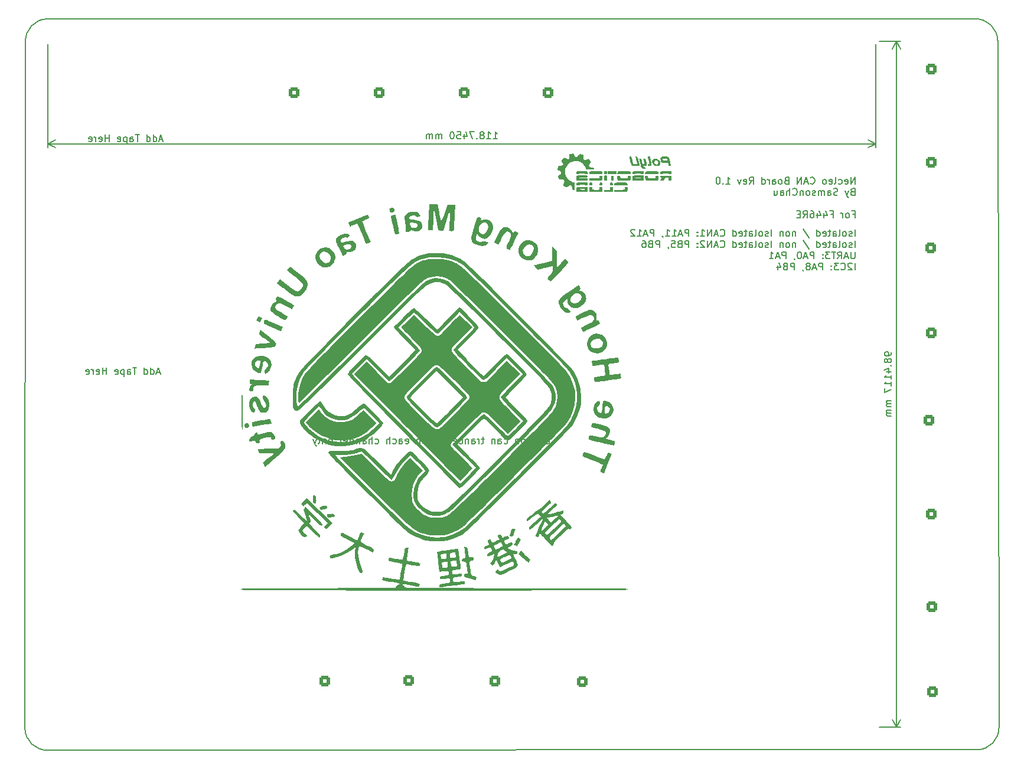
<source format=gbo>
G04 #@! TF.GenerationSoftware,KiCad,Pcbnew,6.0.1-79c1e3a40b~116~ubuntu20.04.1*
G04 #@! TF.CreationDate,2022-02-07T20:48:48+08:00*
G04 #@! TF.ProjectId,Nucleo_F446_power_can_shield,4e75636c-656f-45f4-9634-34365f706f77,rev?*
G04 #@! TF.SameCoordinates,Original*
G04 #@! TF.FileFunction,Legend,Bot*
G04 #@! TF.FilePolarity,Positive*
%FSLAX46Y46*%
G04 Gerber Fmt 4.6, Leading zero omitted, Abs format (unit mm)*
G04 Created by KiCad (PCBNEW 6.0.1-79c1e3a40b~116~ubuntu20.04.1) date 2022-02-07 20:48:48*
%MOMM*%
%LPD*%
G01*
G04 APERTURE LIST*
G04 Aperture macros list*
%AMRoundRect*
0 Rectangle with rounded corners*
0 $1 Rounding radius*
0 $2 $3 $4 $5 $6 $7 $8 $9 X,Y pos of 4 corners*
0 Add a 4 corners polygon primitive as box body*
4,1,4,$2,$3,$4,$5,$6,$7,$8,$9,$2,$3,0*
0 Add four circle primitives for the rounded corners*
1,1,$1+$1,$2,$3*
1,1,$1+$1,$4,$5*
1,1,$1+$1,$6,$7*
1,1,$1+$1,$8,$9*
0 Add four rect primitives between the rounded corners*
20,1,$1+$1,$2,$3,$4,$5,0*
20,1,$1+$1,$4,$5,$6,$7,0*
20,1,$1+$1,$6,$7,$8,$9,0*
20,1,$1+$1,$8,$9,$2,$3,0*%
G04 Aperture macros list end*
G04 #@! TA.AperFunction,Profile*
%ADD10C,0.150000*%
G04 #@! TD*
%ADD11C,0.150000*%
%ADD12R,1.700000X1.700000*%
%ADD13O,1.700000X1.700000*%
%ADD14C,1.524000*%
%ADD15C,3.000000*%
%ADD16RoundRect,0.250001X-0.499999X0.499999X-0.499999X-0.499999X0.499999X-0.499999X0.499999X0.499999X0*%
%ADD17C,1.500000*%
%ADD18RoundRect,0.250001X0.499999X0.499999X-0.499999X0.499999X-0.499999X-0.499999X0.499999X-0.499999X0*%
%ADD19C,3.250000*%
%ADD20R,1.500000X1.500000*%
%ADD21C,2.300000*%
%ADD22RoundRect,0.250001X-0.499999X-0.499999X0.499999X-0.499999X0.499999X0.499999X-0.499999X0.499999X0*%
%ADD23R,1.308000X4.500000*%
%ADD24R,1.530000X1.530000*%
%ADD25C,1.530000*%
%ADD26R,0.900000X1.800000*%
%ADD27C,4.500000*%
G04 APERTURE END LIST*
D10*
X130176375Y-116702149D02*
G75*
G03*
X133454600Y-119877149I3176626J1D01*
G01*
X266656149Y-119823625D02*
G75*
G03*
X269831149Y-116545400I-1J3176626D01*
G01*
X266372400Y-14971000D02*
X133429000Y-14969375D01*
X269650625Y-18014852D02*
X269831149Y-116545400D01*
X133429000Y-14969375D02*
G75*
G03*
X130254000Y-18247600I1J-3176626D01*
G01*
X130176375Y-116702149D02*
X130254000Y-18247600D01*
X266656149Y-119823625D02*
X133454600Y-119877149D01*
X269650625Y-18141851D02*
G75*
G03*
X266372400Y-14966851I-3176626J-1D01*
G01*
D11*
X205351752Y-74900780D02*
X205351752Y-75710304D01*
X205304133Y-75805542D01*
X205256514Y-75853161D01*
X205161276Y-75900780D01*
X204970800Y-75900780D01*
X204875561Y-75853161D01*
X204827942Y-75805542D01*
X204780323Y-75710304D01*
X204780323Y-74900780D01*
X204351752Y-75853161D02*
X204256514Y-75900780D01*
X204066038Y-75900780D01*
X203970800Y-75853161D01*
X203923180Y-75757923D01*
X203923180Y-75710304D01*
X203970800Y-75615066D01*
X204066038Y-75567447D01*
X204208895Y-75567447D01*
X204304133Y-75519828D01*
X204351752Y-75424590D01*
X204351752Y-75376971D01*
X204304133Y-75281733D01*
X204208895Y-75234114D01*
X204066038Y-75234114D01*
X203970800Y-75281733D01*
X203113657Y-75853161D02*
X203208895Y-75900780D01*
X203399371Y-75900780D01*
X203494609Y-75853161D01*
X203542228Y-75757923D01*
X203542228Y-75376971D01*
X203494609Y-75281733D01*
X203399371Y-75234114D01*
X203208895Y-75234114D01*
X203113657Y-75281733D01*
X203066038Y-75376971D01*
X203066038Y-75472209D01*
X203542228Y-75567447D01*
X201732704Y-75900780D02*
X201827942Y-75853161D01*
X201875561Y-75805542D01*
X201923180Y-75710304D01*
X201923180Y-75424590D01*
X201875561Y-75329352D01*
X201827942Y-75281733D01*
X201732704Y-75234114D01*
X201589847Y-75234114D01*
X201494609Y-75281733D01*
X201446990Y-75329352D01*
X201399371Y-75424590D01*
X201399371Y-75710304D01*
X201446990Y-75805542D01*
X201494609Y-75853161D01*
X201589847Y-75900780D01*
X201732704Y-75900780D01*
X200970800Y-75234114D02*
X200970800Y-75900780D01*
X200970800Y-75329352D02*
X200923180Y-75281733D01*
X200827942Y-75234114D01*
X200685085Y-75234114D01*
X200589847Y-75281733D01*
X200542228Y-75376971D01*
X200542228Y-75900780D01*
X198875561Y-75853161D02*
X198970800Y-75900780D01*
X199161276Y-75900780D01*
X199256514Y-75853161D01*
X199304133Y-75805542D01*
X199351752Y-75710304D01*
X199351752Y-75424590D01*
X199304133Y-75329352D01*
X199256514Y-75281733D01*
X199161276Y-75234114D01*
X198970800Y-75234114D01*
X198875561Y-75281733D01*
X198018419Y-75900780D02*
X198018419Y-75376971D01*
X198066038Y-75281733D01*
X198161276Y-75234114D01*
X198351752Y-75234114D01*
X198446990Y-75281733D01*
X198018419Y-75853161D02*
X198113657Y-75900780D01*
X198351752Y-75900780D01*
X198446990Y-75853161D01*
X198494609Y-75757923D01*
X198494609Y-75662685D01*
X198446990Y-75567447D01*
X198351752Y-75519828D01*
X198113657Y-75519828D01*
X198018419Y-75472209D01*
X197542228Y-75234114D02*
X197542228Y-75900780D01*
X197542228Y-75329352D02*
X197494609Y-75281733D01*
X197399371Y-75234114D01*
X197256514Y-75234114D01*
X197161276Y-75281733D01*
X197113657Y-75376971D01*
X197113657Y-75900780D01*
X196018419Y-75234114D02*
X195637466Y-75234114D01*
X195875561Y-74900780D02*
X195875561Y-75757923D01*
X195827942Y-75853161D01*
X195732704Y-75900780D01*
X195637466Y-75900780D01*
X195304133Y-75900780D02*
X195304133Y-75234114D01*
X195304133Y-75424590D02*
X195256514Y-75329352D01*
X195208895Y-75281733D01*
X195113657Y-75234114D01*
X195018419Y-75234114D01*
X194256514Y-75900780D02*
X194256514Y-75376971D01*
X194304133Y-75281733D01*
X194399371Y-75234114D01*
X194589847Y-75234114D01*
X194685085Y-75281733D01*
X194256514Y-75853161D02*
X194351752Y-75900780D01*
X194589847Y-75900780D01*
X194685085Y-75853161D01*
X194732704Y-75757923D01*
X194732704Y-75662685D01*
X194685085Y-75567447D01*
X194589847Y-75519828D01*
X194351752Y-75519828D01*
X194256514Y-75472209D01*
X193780323Y-75234114D02*
X193780323Y-75900780D01*
X193780323Y-75329352D02*
X193732704Y-75281733D01*
X193637466Y-75234114D01*
X193494609Y-75234114D01*
X193399371Y-75281733D01*
X193351752Y-75376971D01*
X193351752Y-75900780D01*
X192446990Y-75853161D02*
X192542228Y-75900780D01*
X192732704Y-75900780D01*
X192827942Y-75853161D01*
X192875561Y-75805542D01*
X192923180Y-75710304D01*
X192923180Y-75424590D01*
X192875561Y-75329352D01*
X192827942Y-75281733D01*
X192732704Y-75234114D01*
X192542228Y-75234114D01*
X192446990Y-75281733D01*
X191637466Y-75853161D02*
X191732704Y-75900780D01*
X191923180Y-75900780D01*
X192018419Y-75853161D01*
X192066038Y-75757923D01*
X192066038Y-75376971D01*
X192018419Y-75281733D01*
X191923180Y-75234114D01*
X191732704Y-75234114D01*
X191637466Y-75281733D01*
X191589847Y-75376971D01*
X191589847Y-75472209D01*
X192066038Y-75567447D01*
X191161276Y-75900780D02*
X191161276Y-75234114D01*
X191161276Y-74900780D02*
X191208895Y-74948400D01*
X191161276Y-74996019D01*
X191113657Y-74948400D01*
X191161276Y-74900780D01*
X191161276Y-74996019D01*
X190780323Y-75234114D02*
X190542228Y-75900780D01*
X190304133Y-75234114D01*
X189542228Y-75853161D02*
X189637466Y-75900780D01*
X189827942Y-75900780D01*
X189923180Y-75853161D01*
X189970800Y-75757923D01*
X189970800Y-75376971D01*
X189923180Y-75281733D01*
X189827942Y-75234114D01*
X189637466Y-75234114D01*
X189542228Y-75281733D01*
X189494609Y-75376971D01*
X189494609Y-75472209D01*
X189970800Y-75567447D01*
X189066038Y-75900780D02*
X189066038Y-75234114D01*
X189066038Y-75424590D02*
X189018419Y-75329352D01*
X188970800Y-75281733D01*
X188875561Y-75234114D01*
X188780323Y-75234114D01*
X187542228Y-75900780D02*
X187637466Y-75853161D01*
X187685085Y-75805542D01*
X187732704Y-75710304D01*
X187732704Y-75424590D01*
X187685085Y-75329352D01*
X187637466Y-75281733D01*
X187542228Y-75234114D01*
X187399371Y-75234114D01*
X187304133Y-75281733D01*
X187256514Y-75329352D01*
X187208895Y-75424590D01*
X187208895Y-75710304D01*
X187256514Y-75805542D01*
X187304133Y-75853161D01*
X187399371Y-75900780D01*
X187542228Y-75900780D01*
X186780323Y-75234114D02*
X186780323Y-75900780D01*
X186780323Y-75329352D02*
X186732704Y-75281733D01*
X186637466Y-75234114D01*
X186494609Y-75234114D01*
X186399371Y-75281733D01*
X186351752Y-75376971D01*
X186351752Y-75900780D01*
X184732704Y-75853161D02*
X184827942Y-75900780D01*
X185018419Y-75900780D01*
X185113657Y-75853161D01*
X185161276Y-75757923D01*
X185161276Y-75376971D01*
X185113657Y-75281733D01*
X185018419Y-75234114D01*
X184827942Y-75234114D01*
X184732704Y-75281733D01*
X184685085Y-75376971D01*
X184685085Y-75472209D01*
X185161276Y-75567447D01*
X183827942Y-75900780D02*
X183827942Y-75376971D01*
X183875561Y-75281733D01*
X183970800Y-75234114D01*
X184161276Y-75234114D01*
X184256514Y-75281733D01*
X183827942Y-75853161D02*
X183923180Y-75900780D01*
X184161276Y-75900780D01*
X184256514Y-75853161D01*
X184304133Y-75757923D01*
X184304133Y-75662685D01*
X184256514Y-75567447D01*
X184161276Y-75519828D01*
X183923180Y-75519828D01*
X183827942Y-75472209D01*
X182923180Y-75853161D02*
X183018419Y-75900780D01*
X183208895Y-75900780D01*
X183304133Y-75853161D01*
X183351752Y-75805542D01*
X183399371Y-75710304D01*
X183399371Y-75424590D01*
X183351752Y-75329352D01*
X183304133Y-75281733D01*
X183208895Y-75234114D01*
X183018419Y-75234114D01*
X182923180Y-75281733D01*
X182494609Y-75900780D02*
X182494609Y-74900780D01*
X182066038Y-75900780D02*
X182066038Y-75376971D01*
X182113657Y-75281733D01*
X182208895Y-75234114D01*
X182351752Y-75234114D01*
X182446990Y-75281733D01*
X182494609Y-75329352D01*
X180399371Y-75853161D02*
X180494609Y-75900780D01*
X180685085Y-75900780D01*
X180780323Y-75853161D01*
X180827942Y-75805542D01*
X180875561Y-75710304D01*
X180875561Y-75424590D01*
X180827942Y-75329352D01*
X180780323Y-75281733D01*
X180685085Y-75234114D01*
X180494609Y-75234114D01*
X180399371Y-75281733D01*
X179970800Y-75900780D02*
X179970800Y-74900780D01*
X179542228Y-75900780D02*
X179542228Y-75376971D01*
X179589847Y-75281733D01*
X179685085Y-75234114D01*
X179827942Y-75234114D01*
X179923180Y-75281733D01*
X179970800Y-75329352D01*
X178637466Y-75900780D02*
X178637466Y-75376971D01*
X178685085Y-75281733D01*
X178780323Y-75234114D01*
X178970800Y-75234114D01*
X179066038Y-75281733D01*
X178637466Y-75853161D02*
X178732704Y-75900780D01*
X178970800Y-75900780D01*
X179066038Y-75853161D01*
X179113657Y-75757923D01*
X179113657Y-75662685D01*
X179066038Y-75567447D01*
X178970800Y-75519828D01*
X178732704Y-75519828D01*
X178637466Y-75472209D01*
X178161276Y-75234114D02*
X178161276Y-75900780D01*
X178161276Y-75329352D02*
X178113657Y-75281733D01*
X178018419Y-75234114D01*
X177875561Y-75234114D01*
X177780323Y-75281733D01*
X177732704Y-75376971D01*
X177732704Y-75900780D01*
X177256514Y-75234114D02*
X177256514Y-75900780D01*
X177256514Y-75329352D02*
X177208895Y-75281733D01*
X177113657Y-75234114D01*
X176970800Y-75234114D01*
X176875561Y-75281733D01*
X176827942Y-75376971D01*
X176827942Y-75900780D01*
X175970800Y-75853161D02*
X176066038Y-75900780D01*
X176256514Y-75900780D01*
X176351752Y-75853161D01*
X176399371Y-75757923D01*
X176399371Y-75376971D01*
X176351752Y-75281733D01*
X176256514Y-75234114D01*
X176066038Y-75234114D01*
X175970800Y-75281733D01*
X175923180Y-75376971D01*
X175923180Y-75472209D01*
X176399371Y-75567447D01*
X175351752Y-75900780D02*
X175446990Y-75853161D01*
X175494609Y-75757923D01*
X175494609Y-74900780D01*
X174066038Y-75900780D02*
X174161276Y-75853161D01*
X174208895Y-75805542D01*
X174256514Y-75710304D01*
X174256514Y-75424590D01*
X174208895Y-75329352D01*
X174161276Y-75281733D01*
X174066038Y-75234114D01*
X173923180Y-75234114D01*
X173827942Y-75281733D01*
X173780323Y-75329352D01*
X173732704Y-75424590D01*
X173732704Y-75710304D01*
X173780323Y-75805542D01*
X173827942Y-75853161D01*
X173923180Y-75900780D01*
X174066038Y-75900780D01*
X173304133Y-75234114D02*
X173304133Y-75900780D01*
X173304133Y-75329352D02*
X173256514Y-75281733D01*
X173161276Y-75234114D01*
X173018419Y-75234114D01*
X172923180Y-75281733D01*
X172875561Y-75376971D01*
X172875561Y-75900780D01*
X172256514Y-75900780D02*
X172351752Y-75853161D01*
X172399371Y-75757923D01*
X172399371Y-74900780D01*
X171970800Y-75234114D02*
X171732704Y-75900780D01*
X171494609Y-75234114D02*
X171732704Y-75900780D01*
X171827942Y-76138876D01*
X171875561Y-76186495D01*
X171970800Y-76234114D01*
X249171404Y-38662380D02*
X249171404Y-37662380D01*
X248599976Y-38662380D01*
X248599976Y-37662380D01*
X247742833Y-38614761D02*
X247838071Y-38662380D01*
X248028547Y-38662380D01*
X248123785Y-38614761D01*
X248171404Y-38519523D01*
X248171404Y-38138571D01*
X248123785Y-38043333D01*
X248028547Y-37995714D01*
X247838071Y-37995714D01*
X247742833Y-38043333D01*
X247695214Y-38138571D01*
X247695214Y-38233809D01*
X248171404Y-38329047D01*
X246838071Y-38614761D02*
X246933309Y-38662380D01*
X247123785Y-38662380D01*
X247219023Y-38614761D01*
X247266642Y-38567142D01*
X247314261Y-38471904D01*
X247314261Y-38186190D01*
X247266642Y-38090952D01*
X247219023Y-38043333D01*
X247123785Y-37995714D01*
X246933309Y-37995714D01*
X246838071Y-38043333D01*
X246266642Y-38662380D02*
X246361880Y-38614761D01*
X246409500Y-38519523D01*
X246409500Y-37662380D01*
X245504738Y-38614761D02*
X245599976Y-38662380D01*
X245790452Y-38662380D01*
X245885690Y-38614761D01*
X245933309Y-38519523D01*
X245933309Y-38138571D01*
X245885690Y-38043333D01*
X245790452Y-37995714D01*
X245599976Y-37995714D01*
X245504738Y-38043333D01*
X245457119Y-38138571D01*
X245457119Y-38233809D01*
X245933309Y-38329047D01*
X244885690Y-38662380D02*
X244980928Y-38614761D01*
X245028547Y-38567142D01*
X245076166Y-38471904D01*
X245076166Y-38186190D01*
X245028547Y-38090952D01*
X244980928Y-38043333D01*
X244885690Y-37995714D01*
X244742833Y-37995714D01*
X244647595Y-38043333D01*
X244599976Y-38090952D01*
X244552357Y-38186190D01*
X244552357Y-38471904D01*
X244599976Y-38567142D01*
X244647595Y-38614761D01*
X244742833Y-38662380D01*
X244885690Y-38662380D01*
X242790452Y-38567142D02*
X242838071Y-38614761D01*
X242980928Y-38662380D01*
X243076166Y-38662380D01*
X243219023Y-38614761D01*
X243314261Y-38519523D01*
X243361880Y-38424285D01*
X243409500Y-38233809D01*
X243409500Y-38090952D01*
X243361880Y-37900476D01*
X243314261Y-37805238D01*
X243219023Y-37710000D01*
X243076166Y-37662380D01*
X242980928Y-37662380D01*
X242838071Y-37710000D01*
X242790452Y-37757619D01*
X242409500Y-38376666D02*
X241933309Y-38376666D01*
X242504738Y-38662380D02*
X242171404Y-37662380D01*
X241838071Y-38662380D01*
X241504738Y-38662380D02*
X241504738Y-37662380D01*
X240933309Y-38662380D01*
X240933309Y-37662380D01*
X239361880Y-38138571D02*
X239219023Y-38186190D01*
X239171404Y-38233809D01*
X239123785Y-38329047D01*
X239123785Y-38471904D01*
X239171404Y-38567142D01*
X239219023Y-38614761D01*
X239314261Y-38662380D01*
X239695214Y-38662380D01*
X239695214Y-37662380D01*
X239361880Y-37662380D01*
X239266642Y-37710000D01*
X239219023Y-37757619D01*
X239171404Y-37852857D01*
X239171404Y-37948095D01*
X239219023Y-38043333D01*
X239266642Y-38090952D01*
X239361880Y-38138571D01*
X239695214Y-38138571D01*
X238552357Y-38662380D02*
X238647595Y-38614761D01*
X238695214Y-38567142D01*
X238742833Y-38471904D01*
X238742833Y-38186190D01*
X238695214Y-38090952D01*
X238647595Y-38043333D01*
X238552357Y-37995714D01*
X238409500Y-37995714D01*
X238314261Y-38043333D01*
X238266642Y-38090952D01*
X238219023Y-38186190D01*
X238219023Y-38471904D01*
X238266642Y-38567142D01*
X238314261Y-38614761D01*
X238409500Y-38662380D01*
X238552357Y-38662380D01*
X237361880Y-38662380D02*
X237361880Y-38138571D01*
X237409500Y-38043333D01*
X237504738Y-37995714D01*
X237695214Y-37995714D01*
X237790452Y-38043333D01*
X237361880Y-38614761D02*
X237457119Y-38662380D01*
X237695214Y-38662380D01*
X237790452Y-38614761D01*
X237838071Y-38519523D01*
X237838071Y-38424285D01*
X237790452Y-38329047D01*
X237695214Y-38281428D01*
X237457119Y-38281428D01*
X237361880Y-38233809D01*
X236885690Y-38662380D02*
X236885690Y-37995714D01*
X236885690Y-38186190D02*
X236838071Y-38090952D01*
X236790452Y-38043333D01*
X236695214Y-37995714D01*
X236599976Y-37995714D01*
X235838071Y-38662380D02*
X235838071Y-37662380D01*
X235838071Y-38614761D02*
X235933309Y-38662380D01*
X236123785Y-38662380D01*
X236219023Y-38614761D01*
X236266642Y-38567142D01*
X236314261Y-38471904D01*
X236314261Y-38186190D01*
X236266642Y-38090952D01*
X236219023Y-38043333D01*
X236123785Y-37995714D01*
X235933309Y-37995714D01*
X235838071Y-38043333D01*
X234028547Y-38662380D02*
X234361880Y-38186190D01*
X234599976Y-38662380D02*
X234599976Y-37662380D01*
X234219023Y-37662380D01*
X234123785Y-37710000D01*
X234076166Y-37757619D01*
X234028547Y-37852857D01*
X234028547Y-37995714D01*
X234076166Y-38090952D01*
X234123785Y-38138571D01*
X234219023Y-38186190D01*
X234599976Y-38186190D01*
X233219023Y-38614761D02*
X233314261Y-38662380D01*
X233504738Y-38662380D01*
X233599976Y-38614761D01*
X233647595Y-38519523D01*
X233647595Y-38138571D01*
X233599976Y-38043333D01*
X233504738Y-37995714D01*
X233314261Y-37995714D01*
X233219023Y-38043333D01*
X233171404Y-38138571D01*
X233171404Y-38233809D01*
X233647595Y-38329047D01*
X232838071Y-37995714D02*
X232599976Y-38662380D01*
X232361880Y-37995714D01*
X230695214Y-38662380D02*
X231266642Y-38662380D01*
X230980928Y-38662380D02*
X230980928Y-37662380D01*
X231076166Y-37805238D01*
X231171404Y-37900476D01*
X231266642Y-37948095D01*
X230266642Y-38567142D02*
X230219023Y-38614761D01*
X230266642Y-38662380D01*
X230314261Y-38614761D01*
X230266642Y-38567142D01*
X230266642Y-38662380D01*
X229599976Y-37662380D02*
X229504738Y-37662380D01*
X229409500Y-37710000D01*
X229361880Y-37757619D01*
X229314261Y-37852857D01*
X229266642Y-38043333D01*
X229266642Y-38281428D01*
X229314261Y-38471904D01*
X229361880Y-38567142D01*
X229409500Y-38614761D01*
X229504738Y-38662380D01*
X229599976Y-38662380D01*
X229695214Y-38614761D01*
X229742833Y-38567142D01*
X229790452Y-38471904D01*
X229838071Y-38281428D01*
X229838071Y-38043333D01*
X229790452Y-37852857D01*
X229742833Y-37757619D01*
X229695214Y-37710000D01*
X229599976Y-37662380D01*
X248838071Y-39748571D02*
X248695214Y-39796190D01*
X248647595Y-39843809D01*
X248599976Y-39939047D01*
X248599976Y-40081904D01*
X248647595Y-40177142D01*
X248695214Y-40224761D01*
X248790452Y-40272380D01*
X249171404Y-40272380D01*
X249171404Y-39272380D01*
X248838071Y-39272380D01*
X248742833Y-39320000D01*
X248695214Y-39367619D01*
X248647595Y-39462857D01*
X248647595Y-39558095D01*
X248695214Y-39653333D01*
X248742833Y-39700952D01*
X248838071Y-39748571D01*
X249171404Y-39748571D01*
X248266642Y-39605714D02*
X248028547Y-40272380D01*
X247790452Y-39605714D02*
X248028547Y-40272380D01*
X248123785Y-40510476D01*
X248171404Y-40558095D01*
X248266642Y-40605714D01*
X246695214Y-40224761D02*
X246552357Y-40272380D01*
X246314261Y-40272380D01*
X246219023Y-40224761D01*
X246171404Y-40177142D01*
X246123785Y-40081904D01*
X246123785Y-39986666D01*
X246171404Y-39891428D01*
X246219023Y-39843809D01*
X246314261Y-39796190D01*
X246504738Y-39748571D01*
X246599976Y-39700952D01*
X246647595Y-39653333D01*
X246695214Y-39558095D01*
X246695214Y-39462857D01*
X246647595Y-39367619D01*
X246599976Y-39320000D01*
X246504738Y-39272380D01*
X246266642Y-39272380D01*
X246123785Y-39320000D01*
X245266642Y-40272380D02*
X245266642Y-39748571D01*
X245314261Y-39653333D01*
X245409500Y-39605714D01*
X245599976Y-39605714D01*
X245695214Y-39653333D01*
X245266642Y-40224761D02*
X245361880Y-40272380D01*
X245599976Y-40272380D01*
X245695214Y-40224761D01*
X245742833Y-40129523D01*
X245742833Y-40034285D01*
X245695214Y-39939047D01*
X245599976Y-39891428D01*
X245361880Y-39891428D01*
X245266642Y-39843809D01*
X244790452Y-40272380D02*
X244790452Y-39605714D01*
X244790452Y-39700952D02*
X244742833Y-39653333D01*
X244647595Y-39605714D01*
X244504738Y-39605714D01*
X244409500Y-39653333D01*
X244361880Y-39748571D01*
X244361880Y-40272380D01*
X244361880Y-39748571D02*
X244314261Y-39653333D01*
X244219023Y-39605714D01*
X244076166Y-39605714D01*
X243980928Y-39653333D01*
X243933309Y-39748571D01*
X243933309Y-40272380D01*
X243504738Y-40224761D02*
X243409500Y-40272380D01*
X243219023Y-40272380D01*
X243123785Y-40224761D01*
X243076166Y-40129523D01*
X243076166Y-40081904D01*
X243123785Y-39986666D01*
X243219023Y-39939047D01*
X243361880Y-39939047D01*
X243457119Y-39891428D01*
X243504738Y-39796190D01*
X243504738Y-39748571D01*
X243457119Y-39653333D01*
X243361880Y-39605714D01*
X243219023Y-39605714D01*
X243123785Y-39653333D01*
X242504738Y-40272380D02*
X242599976Y-40224761D01*
X242647595Y-40177142D01*
X242695214Y-40081904D01*
X242695214Y-39796190D01*
X242647595Y-39700952D01*
X242599976Y-39653333D01*
X242504738Y-39605714D01*
X242361880Y-39605714D01*
X242266642Y-39653333D01*
X242219023Y-39700952D01*
X242171404Y-39796190D01*
X242171404Y-40081904D01*
X242219023Y-40177142D01*
X242266642Y-40224761D01*
X242361880Y-40272380D01*
X242504738Y-40272380D01*
X241742833Y-39605714D02*
X241742833Y-40272380D01*
X241742833Y-39700952D02*
X241695214Y-39653333D01*
X241599976Y-39605714D01*
X241457119Y-39605714D01*
X241361880Y-39653333D01*
X241314261Y-39748571D01*
X241314261Y-40272380D01*
X240266642Y-40177142D02*
X240314261Y-40224761D01*
X240457119Y-40272380D01*
X240552357Y-40272380D01*
X240695214Y-40224761D01*
X240790452Y-40129523D01*
X240838071Y-40034285D01*
X240885690Y-39843809D01*
X240885690Y-39700952D01*
X240838071Y-39510476D01*
X240790452Y-39415238D01*
X240695214Y-39320000D01*
X240552357Y-39272380D01*
X240457119Y-39272380D01*
X240314261Y-39320000D01*
X240266642Y-39367619D01*
X239838071Y-40272380D02*
X239838071Y-39272380D01*
X239409500Y-40272380D02*
X239409500Y-39748571D01*
X239457119Y-39653333D01*
X239552357Y-39605714D01*
X239695214Y-39605714D01*
X239790452Y-39653333D01*
X239838071Y-39700952D01*
X238504738Y-40272380D02*
X238504738Y-39748571D01*
X238552357Y-39653333D01*
X238647595Y-39605714D01*
X238838071Y-39605714D01*
X238933309Y-39653333D01*
X238504738Y-40224761D02*
X238599976Y-40272380D01*
X238838071Y-40272380D01*
X238933309Y-40224761D01*
X238980928Y-40129523D01*
X238980928Y-40034285D01*
X238933309Y-39939047D01*
X238838071Y-39891428D01*
X238599976Y-39891428D01*
X238504738Y-39843809D01*
X237599976Y-39605714D02*
X237599976Y-40272380D01*
X238028547Y-39605714D02*
X238028547Y-40129523D01*
X237980928Y-40224761D01*
X237885690Y-40272380D01*
X237742833Y-40272380D01*
X237647595Y-40224761D01*
X237599976Y-40177142D01*
X248838071Y-42968571D02*
X249171404Y-42968571D01*
X249171404Y-43492380D02*
X249171404Y-42492380D01*
X248695214Y-42492380D01*
X248171404Y-43492380D02*
X248266642Y-43444761D01*
X248314261Y-43397142D01*
X248361880Y-43301904D01*
X248361880Y-43016190D01*
X248314261Y-42920952D01*
X248266642Y-42873333D01*
X248171404Y-42825714D01*
X248028547Y-42825714D01*
X247933309Y-42873333D01*
X247885690Y-42920952D01*
X247838071Y-43016190D01*
X247838071Y-43301904D01*
X247885690Y-43397142D01*
X247933309Y-43444761D01*
X248028547Y-43492380D01*
X248171404Y-43492380D01*
X247409500Y-43492380D02*
X247409500Y-42825714D01*
X247409500Y-43016190D02*
X247361880Y-42920952D01*
X247314261Y-42873333D01*
X247219023Y-42825714D01*
X247123785Y-42825714D01*
X245695214Y-42968571D02*
X246028547Y-42968571D01*
X246028547Y-43492380D02*
X246028547Y-42492380D01*
X245552357Y-42492380D01*
X244742833Y-42825714D02*
X244742833Y-43492380D01*
X244980928Y-42444761D02*
X245219023Y-43159047D01*
X244599976Y-43159047D01*
X243790452Y-42825714D02*
X243790452Y-43492380D01*
X244028547Y-42444761D02*
X244266642Y-43159047D01*
X243647595Y-43159047D01*
X242838071Y-42492380D02*
X243028547Y-42492380D01*
X243123785Y-42540000D01*
X243171404Y-42587619D01*
X243266642Y-42730476D01*
X243314261Y-42920952D01*
X243314261Y-43301904D01*
X243266642Y-43397142D01*
X243219023Y-43444761D01*
X243123785Y-43492380D01*
X242933309Y-43492380D01*
X242838071Y-43444761D01*
X242790452Y-43397142D01*
X242742833Y-43301904D01*
X242742833Y-43063809D01*
X242790452Y-42968571D01*
X242838071Y-42920952D01*
X242933309Y-42873333D01*
X243123785Y-42873333D01*
X243219023Y-42920952D01*
X243266642Y-42968571D01*
X243314261Y-43063809D01*
X241742833Y-43492380D02*
X242076166Y-43016190D01*
X242314261Y-43492380D02*
X242314261Y-42492380D01*
X241933309Y-42492380D01*
X241838071Y-42540000D01*
X241790452Y-42587619D01*
X241742833Y-42682857D01*
X241742833Y-42825714D01*
X241790452Y-42920952D01*
X241838071Y-42968571D01*
X241933309Y-43016190D01*
X242314261Y-43016190D01*
X241314261Y-42968571D02*
X240980928Y-42968571D01*
X240838071Y-43492380D02*
X241314261Y-43492380D01*
X241314261Y-42492380D01*
X240838071Y-42492380D01*
X149533523Y-65683666D02*
X149057333Y-65683666D01*
X149628761Y-65969380D02*
X149295428Y-64969380D01*
X148962095Y-65969380D01*
X148200190Y-65969380D02*
X148200190Y-64969380D01*
X148200190Y-65921761D02*
X148295428Y-65969380D01*
X148485904Y-65969380D01*
X148581142Y-65921761D01*
X148628761Y-65874142D01*
X148676380Y-65778904D01*
X148676380Y-65493190D01*
X148628761Y-65397952D01*
X148581142Y-65350333D01*
X148485904Y-65302714D01*
X148295428Y-65302714D01*
X148200190Y-65350333D01*
X147295428Y-65969380D02*
X147295428Y-64969380D01*
X147295428Y-65921761D02*
X147390666Y-65969380D01*
X147581142Y-65969380D01*
X147676380Y-65921761D01*
X147724000Y-65874142D01*
X147771619Y-65778904D01*
X147771619Y-65493190D01*
X147724000Y-65397952D01*
X147676380Y-65350333D01*
X147581142Y-65302714D01*
X147390666Y-65302714D01*
X147295428Y-65350333D01*
X146200190Y-64969380D02*
X145628761Y-64969380D01*
X145914476Y-65969380D02*
X145914476Y-64969380D01*
X144866857Y-65969380D02*
X144866857Y-65445571D01*
X144914476Y-65350333D01*
X145009714Y-65302714D01*
X145200190Y-65302714D01*
X145295428Y-65350333D01*
X144866857Y-65921761D02*
X144962095Y-65969380D01*
X145200190Y-65969380D01*
X145295428Y-65921761D01*
X145343047Y-65826523D01*
X145343047Y-65731285D01*
X145295428Y-65636047D01*
X145200190Y-65588428D01*
X144962095Y-65588428D01*
X144866857Y-65540809D01*
X144390666Y-65302714D02*
X144390666Y-66302714D01*
X144390666Y-65350333D02*
X144295428Y-65302714D01*
X144104952Y-65302714D01*
X144009714Y-65350333D01*
X143962095Y-65397952D01*
X143914476Y-65493190D01*
X143914476Y-65778904D01*
X143962095Y-65874142D01*
X144009714Y-65921761D01*
X144104952Y-65969380D01*
X144295428Y-65969380D01*
X144390666Y-65921761D01*
X143104952Y-65921761D02*
X143200190Y-65969380D01*
X143390666Y-65969380D01*
X143485904Y-65921761D01*
X143533523Y-65826523D01*
X143533523Y-65445571D01*
X143485904Y-65350333D01*
X143390666Y-65302714D01*
X143200190Y-65302714D01*
X143104952Y-65350333D01*
X143057333Y-65445571D01*
X143057333Y-65540809D01*
X143533523Y-65636047D01*
X141866857Y-65969380D02*
X141866857Y-64969380D01*
X141866857Y-65445571D02*
X141295428Y-65445571D01*
X141295428Y-65969380D02*
X141295428Y-64969380D01*
X140438285Y-65921761D02*
X140533523Y-65969380D01*
X140724000Y-65969380D01*
X140819238Y-65921761D01*
X140866857Y-65826523D01*
X140866857Y-65445571D01*
X140819238Y-65350333D01*
X140724000Y-65302714D01*
X140533523Y-65302714D01*
X140438285Y-65350333D01*
X140390666Y-65445571D01*
X140390666Y-65540809D01*
X140866857Y-65636047D01*
X139962095Y-65969380D02*
X139962095Y-65302714D01*
X139962095Y-65493190D02*
X139914476Y-65397952D01*
X139866857Y-65350333D01*
X139771619Y-65302714D01*
X139676380Y-65302714D01*
X138962095Y-65921761D02*
X139057333Y-65969380D01*
X139247809Y-65969380D01*
X139343047Y-65921761D01*
X139390666Y-65826523D01*
X139390666Y-65445571D01*
X139343047Y-65350333D01*
X139247809Y-65302714D01*
X139057333Y-65302714D01*
X138962095Y-65350333D01*
X138914476Y-65445571D01*
X138914476Y-65540809D01*
X139390666Y-65636047D01*
X249171404Y-46155380D02*
X249171404Y-45155380D01*
X248742833Y-46107761D02*
X248647595Y-46155380D01*
X248457119Y-46155380D01*
X248361880Y-46107761D01*
X248314261Y-46012523D01*
X248314261Y-45964904D01*
X248361880Y-45869666D01*
X248457119Y-45822047D01*
X248599976Y-45822047D01*
X248695214Y-45774428D01*
X248742833Y-45679190D01*
X248742833Y-45631571D01*
X248695214Y-45536333D01*
X248599976Y-45488714D01*
X248457119Y-45488714D01*
X248361880Y-45536333D01*
X247742833Y-46155380D02*
X247838071Y-46107761D01*
X247885690Y-46060142D01*
X247933309Y-45964904D01*
X247933309Y-45679190D01*
X247885690Y-45583952D01*
X247838071Y-45536333D01*
X247742833Y-45488714D01*
X247599976Y-45488714D01*
X247504738Y-45536333D01*
X247457119Y-45583952D01*
X247409500Y-45679190D01*
X247409500Y-45964904D01*
X247457119Y-46060142D01*
X247504738Y-46107761D01*
X247599976Y-46155380D01*
X247742833Y-46155380D01*
X246838071Y-46155380D02*
X246933309Y-46107761D01*
X246980928Y-46012523D01*
X246980928Y-45155380D01*
X246028547Y-46155380D02*
X246028547Y-45631571D01*
X246076166Y-45536333D01*
X246171404Y-45488714D01*
X246361880Y-45488714D01*
X246457119Y-45536333D01*
X246028547Y-46107761D02*
X246123785Y-46155380D01*
X246361880Y-46155380D01*
X246457119Y-46107761D01*
X246504738Y-46012523D01*
X246504738Y-45917285D01*
X246457119Y-45822047D01*
X246361880Y-45774428D01*
X246123785Y-45774428D01*
X246028547Y-45726809D01*
X245695214Y-45488714D02*
X245314261Y-45488714D01*
X245552357Y-45155380D02*
X245552357Y-46012523D01*
X245504738Y-46107761D01*
X245409500Y-46155380D01*
X245314261Y-46155380D01*
X244599976Y-46107761D02*
X244695214Y-46155380D01*
X244885690Y-46155380D01*
X244980928Y-46107761D01*
X245028547Y-46012523D01*
X245028547Y-45631571D01*
X244980928Y-45536333D01*
X244885690Y-45488714D01*
X244695214Y-45488714D01*
X244599976Y-45536333D01*
X244552357Y-45631571D01*
X244552357Y-45726809D01*
X245028547Y-45822047D01*
X243695214Y-46155380D02*
X243695214Y-45155380D01*
X243695214Y-46107761D02*
X243790452Y-46155380D01*
X243980928Y-46155380D01*
X244076166Y-46107761D01*
X244123785Y-46060142D01*
X244171404Y-45964904D01*
X244171404Y-45679190D01*
X244123785Y-45583952D01*
X244076166Y-45536333D01*
X243980928Y-45488714D01*
X243790452Y-45488714D01*
X243695214Y-45536333D01*
X241742833Y-45107761D02*
X242599976Y-46393476D01*
X240647595Y-45488714D02*
X240647595Y-46155380D01*
X240647595Y-45583952D02*
X240599976Y-45536333D01*
X240504738Y-45488714D01*
X240361880Y-45488714D01*
X240266642Y-45536333D01*
X240219023Y-45631571D01*
X240219023Y-46155380D01*
X239599976Y-46155380D02*
X239695214Y-46107761D01*
X239742833Y-46060142D01*
X239790452Y-45964904D01*
X239790452Y-45679190D01*
X239742833Y-45583952D01*
X239695214Y-45536333D01*
X239599976Y-45488714D01*
X239457119Y-45488714D01*
X239361880Y-45536333D01*
X239314261Y-45583952D01*
X239266642Y-45679190D01*
X239266642Y-45964904D01*
X239314261Y-46060142D01*
X239361880Y-46107761D01*
X239457119Y-46155380D01*
X239599976Y-46155380D01*
X238838071Y-45488714D02*
X238838071Y-46155380D01*
X238838071Y-45583952D02*
X238790452Y-45536333D01*
X238695214Y-45488714D01*
X238552357Y-45488714D01*
X238457119Y-45536333D01*
X238409500Y-45631571D01*
X238409500Y-46155380D01*
X237171404Y-46155380D02*
X237171404Y-45155380D01*
X236742833Y-46107761D02*
X236647595Y-46155380D01*
X236457119Y-46155380D01*
X236361880Y-46107761D01*
X236314261Y-46012523D01*
X236314261Y-45964904D01*
X236361880Y-45869666D01*
X236457119Y-45822047D01*
X236599976Y-45822047D01*
X236695214Y-45774428D01*
X236742833Y-45679190D01*
X236742833Y-45631571D01*
X236695214Y-45536333D01*
X236599976Y-45488714D01*
X236457119Y-45488714D01*
X236361880Y-45536333D01*
X235742833Y-46155380D02*
X235838071Y-46107761D01*
X235885690Y-46060142D01*
X235933309Y-45964904D01*
X235933309Y-45679190D01*
X235885690Y-45583952D01*
X235838071Y-45536333D01*
X235742833Y-45488714D01*
X235599976Y-45488714D01*
X235504738Y-45536333D01*
X235457119Y-45583952D01*
X235409500Y-45679190D01*
X235409500Y-45964904D01*
X235457119Y-46060142D01*
X235504738Y-46107761D01*
X235599976Y-46155380D01*
X235742833Y-46155380D01*
X234838071Y-46155380D02*
X234933309Y-46107761D01*
X234980928Y-46012523D01*
X234980928Y-45155380D01*
X234028547Y-46155380D02*
X234028547Y-45631571D01*
X234076166Y-45536333D01*
X234171404Y-45488714D01*
X234361880Y-45488714D01*
X234457119Y-45536333D01*
X234028547Y-46107761D02*
X234123785Y-46155380D01*
X234361880Y-46155380D01*
X234457119Y-46107761D01*
X234504738Y-46012523D01*
X234504738Y-45917285D01*
X234457119Y-45822047D01*
X234361880Y-45774428D01*
X234123785Y-45774428D01*
X234028547Y-45726809D01*
X233695214Y-45488714D02*
X233314261Y-45488714D01*
X233552357Y-45155380D02*
X233552357Y-46012523D01*
X233504738Y-46107761D01*
X233409500Y-46155380D01*
X233314261Y-46155380D01*
X232599976Y-46107761D02*
X232695214Y-46155380D01*
X232885690Y-46155380D01*
X232980928Y-46107761D01*
X233028547Y-46012523D01*
X233028547Y-45631571D01*
X232980928Y-45536333D01*
X232885690Y-45488714D01*
X232695214Y-45488714D01*
X232599976Y-45536333D01*
X232552357Y-45631571D01*
X232552357Y-45726809D01*
X233028547Y-45822047D01*
X231695214Y-46155380D02*
X231695214Y-45155380D01*
X231695214Y-46107761D02*
X231790452Y-46155380D01*
X231980928Y-46155380D01*
X232076166Y-46107761D01*
X232123785Y-46060142D01*
X232171404Y-45964904D01*
X232171404Y-45679190D01*
X232123785Y-45583952D01*
X232076166Y-45536333D01*
X231980928Y-45488714D01*
X231790452Y-45488714D01*
X231695214Y-45536333D01*
X229885690Y-46060142D02*
X229933309Y-46107761D01*
X230076166Y-46155380D01*
X230171404Y-46155380D01*
X230314261Y-46107761D01*
X230409500Y-46012523D01*
X230457119Y-45917285D01*
X230504738Y-45726809D01*
X230504738Y-45583952D01*
X230457119Y-45393476D01*
X230409500Y-45298238D01*
X230314261Y-45203000D01*
X230171404Y-45155380D01*
X230076166Y-45155380D01*
X229933309Y-45203000D01*
X229885690Y-45250619D01*
X229504738Y-45869666D02*
X229028547Y-45869666D01*
X229599976Y-46155380D02*
X229266642Y-45155380D01*
X228933309Y-46155380D01*
X228599976Y-46155380D02*
X228599976Y-45155380D01*
X228028547Y-46155380D01*
X228028547Y-45155380D01*
X227028547Y-46155380D02*
X227599976Y-46155380D01*
X227314261Y-46155380D02*
X227314261Y-45155380D01*
X227409500Y-45298238D01*
X227504738Y-45393476D01*
X227599976Y-45441095D01*
X226599976Y-46060142D02*
X226552357Y-46107761D01*
X226599976Y-46155380D01*
X226647595Y-46107761D01*
X226599976Y-46060142D01*
X226599976Y-46155380D01*
X226599976Y-45536333D02*
X226552357Y-45583952D01*
X226599976Y-45631571D01*
X226647595Y-45583952D01*
X226599976Y-45536333D01*
X226599976Y-45631571D01*
X225361880Y-46155380D02*
X225361880Y-45155380D01*
X224980928Y-45155380D01*
X224885690Y-45203000D01*
X224838071Y-45250619D01*
X224790452Y-45345857D01*
X224790452Y-45488714D01*
X224838071Y-45583952D01*
X224885690Y-45631571D01*
X224980928Y-45679190D01*
X225361880Y-45679190D01*
X224409500Y-45869666D02*
X223933309Y-45869666D01*
X224504738Y-46155380D02*
X224171404Y-45155380D01*
X223838071Y-46155380D01*
X222980928Y-46155380D02*
X223552357Y-46155380D01*
X223266642Y-46155380D02*
X223266642Y-45155380D01*
X223361880Y-45298238D01*
X223457119Y-45393476D01*
X223552357Y-45441095D01*
X222028547Y-46155380D02*
X222599976Y-46155380D01*
X222314261Y-46155380D02*
X222314261Y-45155380D01*
X222409500Y-45298238D01*
X222504738Y-45393476D01*
X222599976Y-45441095D01*
X221552357Y-46107761D02*
X221552357Y-46155380D01*
X221599976Y-46250619D01*
X221647595Y-46298238D01*
X220361880Y-46155380D02*
X220361880Y-45155380D01*
X219980928Y-45155380D01*
X219885690Y-45203000D01*
X219838071Y-45250619D01*
X219790452Y-45345857D01*
X219790452Y-45488714D01*
X219838071Y-45583952D01*
X219885690Y-45631571D01*
X219980928Y-45679190D01*
X220361880Y-45679190D01*
X219409500Y-45869666D02*
X218933309Y-45869666D01*
X219504738Y-46155380D02*
X219171404Y-45155380D01*
X218838071Y-46155380D01*
X217980928Y-46155380D02*
X218552357Y-46155380D01*
X218266642Y-46155380D02*
X218266642Y-45155380D01*
X218361880Y-45298238D01*
X218457119Y-45393476D01*
X218552357Y-45441095D01*
X217599976Y-45250619D02*
X217552357Y-45203000D01*
X217457119Y-45155380D01*
X217219023Y-45155380D01*
X217123785Y-45203000D01*
X217076166Y-45250619D01*
X217028547Y-45345857D01*
X217028547Y-45441095D01*
X217076166Y-45583952D01*
X217647595Y-46155380D01*
X217028547Y-46155380D01*
X249171404Y-47765380D02*
X249171404Y-46765380D01*
X248742833Y-47717761D02*
X248647595Y-47765380D01*
X248457119Y-47765380D01*
X248361880Y-47717761D01*
X248314261Y-47622523D01*
X248314261Y-47574904D01*
X248361880Y-47479666D01*
X248457119Y-47432047D01*
X248599976Y-47432047D01*
X248695214Y-47384428D01*
X248742833Y-47289190D01*
X248742833Y-47241571D01*
X248695214Y-47146333D01*
X248599976Y-47098714D01*
X248457119Y-47098714D01*
X248361880Y-47146333D01*
X247742833Y-47765380D02*
X247838071Y-47717761D01*
X247885690Y-47670142D01*
X247933309Y-47574904D01*
X247933309Y-47289190D01*
X247885690Y-47193952D01*
X247838071Y-47146333D01*
X247742833Y-47098714D01*
X247599976Y-47098714D01*
X247504738Y-47146333D01*
X247457119Y-47193952D01*
X247409500Y-47289190D01*
X247409500Y-47574904D01*
X247457119Y-47670142D01*
X247504738Y-47717761D01*
X247599976Y-47765380D01*
X247742833Y-47765380D01*
X246838071Y-47765380D02*
X246933309Y-47717761D01*
X246980928Y-47622523D01*
X246980928Y-46765380D01*
X246028547Y-47765380D02*
X246028547Y-47241571D01*
X246076166Y-47146333D01*
X246171404Y-47098714D01*
X246361880Y-47098714D01*
X246457119Y-47146333D01*
X246028547Y-47717761D02*
X246123785Y-47765380D01*
X246361880Y-47765380D01*
X246457119Y-47717761D01*
X246504738Y-47622523D01*
X246504738Y-47527285D01*
X246457119Y-47432047D01*
X246361880Y-47384428D01*
X246123785Y-47384428D01*
X246028547Y-47336809D01*
X245695214Y-47098714D02*
X245314261Y-47098714D01*
X245552357Y-46765380D02*
X245552357Y-47622523D01*
X245504738Y-47717761D01*
X245409500Y-47765380D01*
X245314261Y-47765380D01*
X244599976Y-47717761D02*
X244695214Y-47765380D01*
X244885690Y-47765380D01*
X244980928Y-47717761D01*
X245028547Y-47622523D01*
X245028547Y-47241571D01*
X244980928Y-47146333D01*
X244885690Y-47098714D01*
X244695214Y-47098714D01*
X244599976Y-47146333D01*
X244552357Y-47241571D01*
X244552357Y-47336809D01*
X245028547Y-47432047D01*
X243695214Y-47765380D02*
X243695214Y-46765380D01*
X243695214Y-47717761D02*
X243790452Y-47765380D01*
X243980928Y-47765380D01*
X244076166Y-47717761D01*
X244123785Y-47670142D01*
X244171404Y-47574904D01*
X244171404Y-47289190D01*
X244123785Y-47193952D01*
X244076166Y-47146333D01*
X243980928Y-47098714D01*
X243790452Y-47098714D01*
X243695214Y-47146333D01*
X241742833Y-46717761D02*
X242599976Y-48003476D01*
X240647595Y-47098714D02*
X240647595Y-47765380D01*
X240647595Y-47193952D02*
X240599976Y-47146333D01*
X240504738Y-47098714D01*
X240361880Y-47098714D01*
X240266642Y-47146333D01*
X240219023Y-47241571D01*
X240219023Y-47765380D01*
X239599976Y-47765380D02*
X239695214Y-47717761D01*
X239742833Y-47670142D01*
X239790452Y-47574904D01*
X239790452Y-47289190D01*
X239742833Y-47193952D01*
X239695214Y-47146333D01*
X239599976Y-47098714D01*
X239457119Y-47098714D01*
X239361880Y-47146333D01*
X239314261Y-47193952D01*
X239266642Y-47289190D01*
X239266642Y-47574904D01*
X239314261Y-47670142D01*
X239361880Y-47717761D01*
X239457119Y-47765380D01*
X239599976Y-47765380D01*
X238838071Y-47098714D02*
X238838071Y-47765380D01*
X238838071Y-47193952D02*
X238790452Y-47146333D01*
X238695214Y-47098714D01*
X238552357Y-47098714D01*
X238457119Y-47146333D01*
X238409500Y-47241571D01*
X238409500Y-47765380D01*
X237171404Y-47765380D02*
X237171404Y-46765380D01*
X236742833Y-47717761D02*
X236647595Y-47765380D01*
X236457119Y-47765380D01*
X236361880Y-47717761D01*
X236314261Y-47622523D01*
X236314261Y-47574904D01*
X236361880Y-47479666D01*
X236457119Y-47432047D01*
X236599976Y-47432047D01*
X236695214Y-47384428D01*
X236742833Y-47289190D01*
X236742833Y-47241571D01*
X236695214Y-47146333D01*
X236599976Y-47098714D01*
X236457119Y-47098714D01*
X236361880Y-47146333D01*
X235742833Y-47765380D02*
X235838071Y-47717761D01*
X235885690Y-47670142D01*
X235933309Y-47574904D01*
X235933309Y-47289190D01*
X235885690Y-47193952D01*
X235838071Y-47146333D01*
X235742833Y-47098714D01*
X235599976Y-47098714D01*
X235504738Y-47146333D01*
X235457119Y-47193952D01*
X235409500Y-47289190D01*
X235409500Y-47574904D01*
X235457119Y-47670142D01*
X235504738Y-47717761D01*
X235599976Y-47765380D01*
X235742833Y-47765380D01*
X234838071Y-47765380D02*
X234933309Y-47717761D01*
X234980928Y-47622523D01*
X234980928Y-46765380D01*
X234028547Y-47765380D02*
X234028547Y-47241571D01*
X234076166Y-47146333D01*
X234171404Y-47098714D01*
X234361880Y-47098714D01*
X234457119Y-47146333D01*
X234028547Y-47717761D02*
X234123785Y-47765380D01*
X234361880Y-47765380D01*
X234457119Y-47717761D01*
X234504738Y-47622523D01*
X234504738Y-47527285D01*
X234457119Y-47432047D01*
X234361880Y-47384428D01*
X234123785Y-47384428D01*
X234028547Y-47336809D01*
X233695214Y-47098714D02*
X233314261Y-47098714D01*
X233552357Y-46765380D02*
X233552357Y-47622523D01*
X233504738Y-47717761D01*
X233409500Y-47765380D01*
X233314261Y-47765380D01*
X232599976Y-47717761D02*
X232695214Y-47765380D01*
X232885690Y-47765380D01*
X232980928Y-47717761D01*
X233028547Y-47622523D01*
X233028547Y-47241571D01*
X232980928Y-47146333D01*
X232885690Y-47098714D01*
X232695214Y-47098714D01*
X232599976Y-47146333D01*
X232552357Y-47241571D01*
X232552357Y-47336809D01*
X233028547Y-47432047D01*
X231695214Y-47765380D02*
X231695214Y-46765380D01*
X231695214Y-47717761D02*
X231790452Y-47765380D01*
X231980928Y-47765380D01*
X232076166Y-47717761D01*
X232123785Y-47670142D01*
X232171404Y-47574904D01*
X232171404Y-47289190D01*
X232123785Y-47193952D01*
X232076166Y-47146333D01*
X231980928Y-47098714D01*
X231790452Y-47098714D01*
X231695214Y-47146333D01*
X229885690Y-47670142D02*
X229933309Y-47717761D01*
X230076166Y-47765380D01*
X230171404Y-47765380D01*
X230314261Y-47717761D01*
X230409500Y-47622523D01*
X230457119Y-47527285D01*
X230504738Y-47336809D01*
X230504738Y-47193952D01*
X230457119Y-47003476D01*
X230409500Y-46908238D01*
X230314261Y-46813000D01*
X230171404Y-46765380D01*
X230076166Y-46765380D01*
X229933309Y-46813000D01*
X229885690Y-46860619D01*
X229504738Y-47479666D02*
X229028547Y-47479666D01*
X229599976Y-47765380D02*
X229266642Y-46765380D01*
X228933309Y-47765380D01*
X228599976Y-47765380D02*
X228599976Y-46765380D01*
X228028547Y-47765380D01*
X228028547Y-46765380D01*
X227599976Y-46860619D02*
X227552357Y-46813000D01*
X227457119Y-46765380D01*
X227219023Y-46765380D01*
X227123785Y-46813000D01*
X227076166Y-46860619D01*
X227028547Y-46955857D01*
X227028547Y-47051095D01*
X227076166Y-47193952D01*
X227647595Y-47765380D01*
X227028547Y-47765380D01*
X226599976Y-47670142D02*
X226552357Y-47717761D01*
X226599976Y-47765380D01*
X226647595Y-47717761D01*
X226599976Y-47670142D01*
X226599976Y-47765380D01*
X226599976Y-47146333D02*
X226552357Y-47193952D01*
X226599976Y-47241571D01*
X226647595Y-47193952D01*
X226599976Y-47146333D01*
X226599976Y-47241571D01*
X225361880Y-47765380D02*
X225361880Y-46765380D01*
X224980928Y-46765380D01*
X224885690Y-46813000D01*
X224838071Y-46860619D01*
X224790452Y-46955857D01*
X224790452Y-47098714D01*
X224838071Y-47193952D01*
X224885690Y-47241571D01*
X224980928Y-47289190D01*
X225361880Y-47289190D01*
X224028547Y-47241571D02*
X223885690Y-47289190D01*
X223838071Y-47336809D01*
X223790452Y-47432047D01*
X223790452Y-47574904D01*
X223838071Y-47670142D01*
X223885690Y-47717761D01*
X223980928Y-47765380D01*
X224361880Y-47765380D01*
X224361880Y-46765380D01*
X224028547Y-46765380D01*
X223933309Y-46813000D01*
X223885690Y-46860619D01*
X223838071Y-46955857D01*
X223838071Y-47051095D01*
X223885690Y-47146333D01*
X223933309Y-47193952D01*
X224028547Y-47241571D01*
X224361880Y-47241571D01*
X222885690Y-46765380D02*
X223361880Y-46765380D01*
X223409500Y-47241571D01*
X223361880Y-47193952D01*
X223266642Y-47146333D01*
X223028547Y-47146333D01*
X222933309Y-47193952D01*
X222885690Y-47241571D01*
X222838071Y-47336809D01*
X222838071Y-47574904D01*
X222885690Y-47670142D01*
X222933309Y-47717761D01*
X223028547Y-47765380D01*
X223266642Y-47765380D01*
X223361880Y-47717761D01*
X223409500Y-47670142D01*
X222361880Y-47717761D02*
X222361880Y-47765380D01*
X222409500Y-47860619D01*
X222457119Y-47908238D01*
X221171404Y-47765380D02*
X221171404Y-46765380D01*
X220790452Y-46765380D01*
X220695214Y-46813000D01*
X220647595Y-46860619D01*
X220599976Y-46955857D01*
X220599976Y-47098714D01*
X220647595Y-47193952D01*
X220695214Y-47241571D01*
X220790452Y-47289190D01*
X221171404Y-47289190D01*
X219838071Y-47241571D02*
X219695214Y-47289190D01*
X219647595Y-47336809D01*
X219599976Y-47432047D01*
X219599976Y-47574904D01*
X219647595Y-47670142D01*
X219695214Y-47717761D01*
X219790452Y-47765380D01*
X220171404Y-47765380D01*
X220171404Y-46765380D01*
X219838071Y-46765380D01*
X219742833Y-46813000D01*
X219695214Y-46860619D01*
X219647595Y-46955857D01*
X219647595Y-47051095D01*
X219695214Y-47146333D01*
X219742833Y-47193952D01*
X219838071Y-47241571D01*
X220171404Y-47241571D01*
X218742833Y-46765380D02*
X218933309Y-46765380D01*
X219028547Y-46813000D01*
X219076166Y-46860619D01*
X219171404Y-47003476D01*
X219219023Y-47193952D01*
X219219023Y-47574904D01*
X219171404Y-47670142D01*
X219123785Y-47717761D01*
X219028547Y-47765380D01*
X218838071Y-47765380D01*
X218742833Y-47717761D01*
X218695214Y-47670142D01*
X218647595Y-47574904D01*
X218647595Y-47336809D01*
X218695214Y-47241571D01*
X218742833Y-47193952D01*
X218838071Y-47146333D01*
X219028547Y-47146333D01*
X219123785Y-47193952D01*
X219171404Y-47241571D01*
X219219023Y-47336809D01*
X249171404Y-48375380D02*
X249171404Y-49184904D01*
X249123785Y-49280142D01*
X249076166Y-49327761D01*
X248980928Y-49375380D01*
X248790452Y-49375380D01*
X248695214Y-49327761D01*
X248647595Y-49280142D01*
X248599976Y-49184904D01*
X248599976Y-48375380D01*
X248171404Y-49089666D02*
X247695214Y-49089666D01*
X248266642Y-49375380D02*
X247933309Y-48375380D01*
X247599976Y-49375380D01*
X246695214Y-49375380D02*
X247028547Y-48899190D01*
X247266642Y-49375380D02*
X247266642Y-48375380D01*
X246885690Y-48375380D01*
X246790452Y-48423000D01*
X246742833Y-48470619D01*
X246695214Y-48565857D01*
X246695214Y-48708714D01*
X246742833Y-48803952D01*
X246790452Y-48851571D01*
X246885690Y-48899190D01*
X247266642Y-48899190D01*
X246409500Y-48375380D02*
X245838071Y-48375380D01*
X246123785Y-49375380D02*
X246123785Y-48375380D01*
X245599976Y-48375380D02*
X244980928Y-48375380D01*
X245314261Y-48756333D01*
X245171404Y-48756333D01*
X245076166Y-48803952D01*
X245028547Y-48851571D01*
X244980928Y-48946809D01*
X244980928Y-49184904D01*
X245028547Y-49280142D01*
X245076166Y-49327761D01*
X245171404Y-49375380D01*
X245457119Y-49375380D01*
X245552357Y-49327761D01*
X245599976Y-49280142D01*
X244552357Y-49280142D02*
X244504738Y-49327761D01*
X244552357Y-49375380D01*
X244599976Y-49327761D01*
X244552357Y-49280142D01*
X244552357Y-49375380D01*
X244552357Y-48756333D02*
X244504738Y-48803952D01*
X244552357Y-48851571D01*
X244599976Y-48803952D01*
X244552357Y-48756333D01*
X244552357Y-48851571D01*
X243314261Y-49375380D02*
X243314261Y-48375380D01*
X242933309Y-48375380D01*
X242838071Y-48423000D01*
X242790452Y-48470619D01*
X242742833Y-48565857D01*
X242742833Y-48708714D01*
X242790452Y-48803952D01*
X242838071Y-48851571D01*
X242933309Y-48899190D01*
X243314261Y-48899190D01*
X242361880Y-49089666D02*
X241885690Y-49089666D01*
X242457119Y-49375380D02*
X242123785Y-48375380D01*
X241790452Y-49375380D01*
X241266642Y-48375380D02*
X241171404Y-48375380D01*
X241076166Y-48423000D01*
X241028547Y-48470619D01*
X240980928Y-48565857D01*
X240933309Y-48756333D01*
X240933309Y-48994428D01*
X240980928Y-49184904D01*
X241028547Y-49280142D01*
X241076166Y-49327761D01*
X241171404Y-49375380D01*
X241266642Y-49375380D01*
X241361880Y-49327761D01*
X241409500Y-49280142D01*
X241457119Y-49184904D01*
X241504738Y-48994428D01*
X241504738Y-48756333D01*
X241457119Y-48565857D01*
X241409500Y-48470619D01*
X241361880Y-48423000D01*
X241266642Y-48375380D01*
X240457119Y-49327761D02*
X240457119Y-49375380D01*
X240504738Y-49470619D01*
X240552357Y-49518238D01*
X239266642Y-49375380D02*
X239266642Y-48375380D01*
X238885690Y-48375380D01*
X238790452Y-48423000D01*
X238742833Y-48470619D01*
X238695214Y-48565857D01*
X238695214Y-48708714D01*
X238742833Y-48803952D01*
X238790452Y-48851571D01*
X238885690Y-48899190D01*
X239266642Y-48899190D01*
X238314261Y-49089666D02*
X237838071Y-49089666D01*
X238409500Y-49375380D02*
X238076166Y-48375380D01*
X237742833Y-49375380D01*
X236885690Y-49375380D02*
X237457119Y-49375380D01*
X237171404Y-49375380D02*
X237171404Y-48375380D01*
X237266642Y-48518238D01*
X237361880Y-48613476D01*
X237457119Y-48661095D01*
X249171404Y-50985380D02*
X249171404Y-49985380D01*
X248742833Y-50080619D02*
X248695214Y-50033000D01*
X248599976Y-49985380D01*
X248361880Y-49985380D01*
X248266642Y-50033000D01*
X248219023Y-50080619D01*
X248171404Y-50175857D01*
X248171404Y-50271095D01*
X248219023Y-50413952D01*
X248790452Y-50985380D01*
X248171404Y-50985380D01*
X247171404Y-50890142D02*
X247219023Y-50937761D01*
X247361880Y-50985380D01*
X247457119Y-50985380D01*
X247599976Y-50937761D01*
X247695214Y-50842523D01*
X247742833Y-50747285D01*
X247790452Y-50556809D01*
X247790452Y-50413952D01*
X247742833Y-50223476D01*
X247695214Y-50128238D01*
X247599976Y-50033000D01*
X247457119Y-49985380D01*
X247361880Y-49985380D01*
X247219023Y-50033000D01*
X247171404Y-50080619D01*
X246838071Y-49985380D02*
X246219023Y-49985380D01*
X246552357Y-50366333D01*
X246409500Y-50366333D01*
X246314261Y-50413952D01*
X246266642Y-50461571D01*
X246219023Y-50556809D01*
X246219023Y-50794904D01*
X246266642Y-50890142D01*
X246314261Y-50937761D01*
X246409500Y-50985380D01*
X246695214Y-50985380D01*
X246790452Y-50937761D01*
X246838071Y-50890142D01*
X245790452Y-50890142D02*
X245742833Y-50937761D01*
X245790452Y-50985380D01*
X245838071Y-50937761D01*
X245790452Y-50890142D01*
X245790452Y-50985380D01*
X245790452Y-50366333D02*
X245742833Y-50413952D01*
X245790452Y-50461571D01*
X245838071Y-50413952D01*
X245790452Y-50366333D01*
X245790452Y-50461571D01*
X244552357Y-50985380D02*
X244552357Y-49985380D01*
X244171404Y-49985380D01*
X244076166Y-50033000D01*
X244028547Y-50080619D01*
X243980928Y-50175857D01*
X243980928Y-50318714D01*
X244028547Y-50413952D01*
X244076166Y-50461571D01*
X244171404Y-50509190D01*
X244552357Y-50509190D01*
X243599976Y-50699666D02*
X243123785Y-50699666D01*
X243695214Y-50985380D02*
X243361880Y-49985380D01*
X243028547Y-50985380D01*
X242552357Y-50413952D02*
X242647595Y-50366333D01*
X242695214Y-50318714D01*
X242742833Y-50223476D01*
X242742833Y-50175857D01*
X242695214Y-50080619D01*
X242647595Y-50033000D01*
X242552357Y-49985380D01*
X242361880Y-49985380D01*
X242266642Y-50033000D01*
X242219023Y-50080619D01*
X242171404Y-50175857D01*
X242171404Y-50223476D01*
X242219023Y-50318714D01*
X242266642Y-50366333D01*
X242361880Y-50413952D01*
X242552357Y-50413952D01*
X242647595Y-50461571D01*
X242695214Y-50509190D01*
X242742833Y-50604428D01*
X242742833Y-50794904D01*
X242695214Y-50890142D01*
X242647595Y-50937761D01*
X242552357Y-50985380D01*
X242361880Y-50985380D01*
X242266642Y-50937761D01*
X242219023Y-50890142D01*
X242171404Y-50794904D01*
X242171404Y-50604428D01*
X242219023Y-50509190D01*
X242266642Y-50461571D01*
X242361880Y-50413952D01*
X241695214Y-50937761D02*
X241695214Y-50985380D01*
X241742833Y-51080619D01*
X241790452Y-51128238D01*
X240504738Y-50985380D02*
X240504738Y-49985380D01*
X240123785Y-49985380D01*
X240028547Y-50033000D01*
X239980928Y-50080619D01*
X239933309Y-50175857D01*
X239933309Y-50318714D01*
X239980928Y-50413952D01*
X240028547Y-50461571D01*
X240123785Y-50509190D01*
X240504738Y-50509190D01*
X239171404Y-50461571D02*
X239028547Y-50509190D01*
X238980928Y-50556809D01*
X238933309Y-50652047D01*
X238933309Y-50794904D01*
X238980928Y-50890142D01*
X239028547Y-50937761D01*
X239123785Y-50985380D01*
X239504738Y-50985380D01*
X239504738Y-49985380D01*
X239171404Y-49985380D01*
X239076166Y-50033000D01*
X239028547Y-50080619D01*
X238980928Y-50175857D01*
X238980928Y-50271095D01*
X239028547Y-50366333D01*
X239076166Y-50413952D01*
X239171404Y-50461571D01*
X239504738Y-50461571D01*
X238076166Y-50318714D02*
X238076166Y-50985380D01*
X238314261Y-49937761D02*
X238552357Y-50652047D01*
X237933309Y-50652047D01*
X149914523Y-32282666D02*
X149438333Y-32282666D01*
X150009761Y-32568380D02*
X149676428Y-31568380D01*
X149343095Y-32568380D01*
X148581190Y-32568380D02*
X148581190Y-31568380D01*
X148581190Y-32520761D02*
X148676428Y-32568380D01*
X148866904Y-32568380D01*
X148962142Y-32520761D01*
X149009761Y-32473142D01*
X149057380Y-32377904D01*
X149057380Y-32092190D01*
X149009761Y-31996952D01*
X148962142Y-31949333D01*
X148866904Y-31901714D01*
X148676428Y-31901714D01*
X148581190Y-31949333D01*
X147676428Y-32568380D02*
X147676428Y-31568380D01*
X147676428Y-32520761D02*
X147771666Y-32568380D01*
X147962142Y-32568380D01*
X148057380Y-32520761D01*
X148105000Y-32473142D01*
X148152619Y-32377904D01*
X148152619Y-32092190D01*
X148105000Y-31996952D01*
X148057380Y-31949333D01*
X147962142Y-31901714D01*
X147771666Y-31901714D01*
X147676428Y-31949333D01*
X146581190Y-31568380D02*
X146009761Y-31568380D01*
X146295476Y-32568380D02*
X146295476Y-31568380D01*
X145247857Y-32568380D02*
X145247857Y-32044571D01*
X145295476Y-31949333D01*
X145390714Y-31901714D01*
X145581190Y-31901714D01*
X145676428Y-31949333D01*
X145247857Y-32520761D02*
X145343095Y-32568380D01*
X145581190Y-32568380D01*
X145676428Y-32520761D01*
X145724047Y-32425523D01*
X145724047Y-32330285D01*
X145676428Y-32235047D01*
X145581190Y-32187428D01*
X145343095Y-32187428D01*
X145247857Y-32139809D01*
X144771666Y-31901714D02*
X144771666Y-32901714D01*
X144771666Y-31949333D02*
X144676428Y-31901714D01*
X144485952Y-31901714D01*
X144390714Y-31949333D01*
X144343095Y-31996952D01*
X144295476Y-32092190D01*
X144295476Y-32377904D01*
X144343095Y-32473142D01*
X144390714Y-32520761D01*
X144485952Y-32568380D01*
X144676428Y-32568380D01*
X144771666Y-32520761D01*
X143485952Y-32520761D02*
X143581190Y-32568380D01*
X143771666Y-32568380D01*
X143866904Y-32520761D01*
X143914523Y-32425523D01*
X143914523Y-32044571D01*
X143866904Y-31949333D01*
X143771666Y-31901714D01*
X143581190Y-31901714D01*
X143485952Y-31949333D01*
X143438333Y-32044571D01*
X143438333Y-32139809D01*
X143914523Y-32235047D01*
X142247857Y-32568380D02*
X142247857Y-31568380D01*
X142247857Y-32044571D02*
X141676428Y-32044571D01*
X141676428Y-32568380D02*
X141676428Y-31568380D01*
X140819285Y-32520761D02*
X140914523Y-32568380D01*
X141105000Y-32568380D01*
X141200238Y-32520761D01*
X141247857Y-32425523D01*
X141247857Y-32044571D01*
X141200238Y-31949333D01*
X141105000Y-31901714D01*
X140914523Y-31901714D01*
X140819285Y-31949333D01*
X140771666Y-32044571D01*
X140771666Y-32139809D01*
X141247857Y-32235047D01*
X140343095Y-32568380D02*
X140343095Y-31901714D01*
X140343095Y-32092190D02*
X140295476Y-31996952D01*
X140247857Y-31949333D01*
X140152619Y-31901714D01*
X140057380Y-31901714D01*
X139343095Y-32520761D02*
X139438333Y-32568380D01*
X139628809Y-32568380D01*
X139724047Y-32520761D01*
X139771666Y-32425523D01*
X139771666Y-32044571D01*
X139724047Y-31949333D01*
X139628809Y-31901714D01*
X139438333Y-31901714D01*
X139343095Y-31949333D01*
X139295476Y-32044571D01*
X139295476Y-32139809D01*
X139771666Y-32235047D01*
X254397380Y-62841327D02*
X254397380Y-63031803D01*
X254349761Y-63127041D01*
X254302142Y-63174660D01*
X254159285Y-63269898D01*
X253968809Y-63317517D01*
X253587857Y-63317517D01*
X253492619Y-63269898D01*
X253445000Y-63222279D01*
X253397380Y-63127041D01*
X253397380Y-62936565D01*
X253445000Y-62841327D01*
X253492619Y-62793708D01*
X253587857Y-62746089D01*
X253825952Y-62746089D01*
X253921190Y-62793708D01*
X253968809Y-62841327D01*
X254016428Y-62936565D01*
X254016428Y-63127041D01*
X253968809Y-63222279D01*
X253921190Y-63269898D01*
X253825952Y-63317517D01*
X253825952Y-63888946D02*
X253778333Y-63793708D01*
X253730714Y-63746089D01*
X253635476Y-63698470D01*
X253587857Y-63698470D01*
X253492619Y-63746089D01*
X253445000Y-63793708D01*
X253397380Y-63888946D01*
X253397380Y-64079422D01*
X253445000Y-64174660D01*
X253492619Y-64222279D01*
X253587857Y-64269898D01*
X253635476Y-64269898D01*
X253730714Y-64222279D01*
X253778333Y-64174660D01*
X253825952Y-64079422D01*
X253825952Y-63888946D01*
X253873571Y-63793708D01*
X253921190Y-63746089D01*
X254016428Y-63698470D01*
X254206904Y-63698470D01*
X254302142Y-63746089D01*
X254349761Y-63793708D01*
X254397380Y-63888946D01*
X254397380Y-64079422D01*
X254349761Y-64174660D01*
X254302142Y-64222279D01*
X254206904Y-64269898D01*
X254016428Y-64269898D01*
X253921190Y-64222279D01*
X253873571Y-64174660D01*
X253825952Y-64079422D01*
X254302142Y-64698470D02*
X254349761Y-64746089D01*
X254397380Y-64698470D01*
X254349761Y-64650851D01*
X254302142Y-64698470D01*
X254397380Y-64698470D01*
X253730714Y-65603232D02*
X254397380Y-65603232D01*
X253349761Y-65365137D02*
X254064047Y-65127041D01*
X254064047Y-65746089D01*
X254397380Y-66650851D02*
X254397380Y-66079422D01*
X254397380Y-66365137D02*
X253397380Y-66365137D01*
X253540238Y-66269898D01*
X253635476Y-66174660D01*
X253683095Y-66079422D01*
X254397380Y-67603232D02*
X254397380Y-67031803D01*
X254397380Y-67317517D02*
X253397380Y-67317517D01*
X253540238Y-67222279D01*
X253635476Y-67127041D01*
X253683095Y-67031803D01*
X253397380Y-67936565D02*
X253397380Y-68603232D01*
X254397380Y-68174660D01*
X254397380Y-69746089D02*
X253730714Y-69746089D01*
X253825952Y-69746089D02*
X253778333Y-69793708D01*
X253730714Y-69888946D01*
X253730714Y-70031803D01*
X253778333Y-70127041D01*
X253873571Y-70174660D01*
X254397380Y-70174660D01*
X253873571Y-70174660D02*
X253778333Y-70222279D01*
X253730714Y-70317517D01*
X253730714Y-70460375D01*
X253778333Y-70555613D01*
X253873571Y-70603232D01*
X254397380Y-70603232D01*
X254397380Y-71079422D02*
X253730714Y-71079422D01*
X253825952Y-71079422D02*
X253778333Y-71127041D01*
X253730714Y-71222279D01*
X253730714Y-71365137D01*
X253778333Y-71460375D01*
X253873571Y-71507994D01*
X254397380Y-71507994D01*
X253873571Y-71507994D02*
X253778333Y-71555613D01*
X253730714Y-71650851D01*
X253730714Y-71793708D01*
X253778333Y-71888946D01*
X253873571Y-71936565D01*
X254397380Y-71936565D01*
X252674000Y-18159274D02*
X255681420Y-18159274D01*
X252674000Y-116571000D02*
X255681420Y-116571000D01*
X255095000Y-18159274D02*
X255095000Y-116571000D01*
X255095000Y-18159274D02*
X255095000Y-116571000D01*
X255095000Y-18159274D02*
X254508579Y-19285778D01*
X255095000Y-18159274D02*
X255681421Y-19285778D01*
X255095000Y-116571000D02*
X255681421Y-115444496D01*
X255095000Y-116571000D02*
X254508579Y-115444496D01*
X197325309Y-32180380D02*
X197896738Y-32180380D01*
X197611023Y-32180380D02*
X197611023Y-31180380D01*
X197706261Y-31323238D01*
X197801500Y-31418476D01*
X197896738Y-31466095D01*
X196372928Y-32180380D02*
X196944357Y-32180380D01*
X196658642Y-32180380D02*
X196658642Y-31180380D01*
X196753880Y-31323238D01*
X196849119Y-31418476D01*
X196944357Y-31466095D01*
X195801500Y-31608952D02*
X195896738Y-31561333D01*
X195944357Y-31513714D01*
X195991976Y-31418476D01*
X195991976Y-31370857D01*
X195944357Y-31275619D01*
X195896738Y-31228000D01*
X195801500Y-31180380D01*
X195611023Y-31180380D01*
X195515785Y-31228000D01*
X195468166Y-31275619D01*
X195420547Y-31370857D01*
X195420547Y-31418476D01*
X195468166Y-31513714D01*
X195515785Y-31561333D01*
X195611023Y-31608952D01*
X195801500Y-31608952D01*
X195896738Y-31656571D01*
X195944357Y-31704190D01*
X195991976Y-31799428D01*
X195991976Y-31989904D01*
X195944357Y-32085142D01*
X195896738Y-32132761D01*
X195801500Y-32180380D01*
X195611023Y-32180380D01*
X195515785Y-32132761D01*
X195468166Y-32085142D01*
X195420547Y-31989904D01*
X195420547Y-31799428D01*
X195468166Y-31704190D01*
X195515785Y-31656571D01*
X195611023Y-31608952D01*
X194991976Y-32085142D02*
X194944357Y-32132761D01*
X194991976Y-32180380D01*
X195039595Y-32132761D01*
X194991976Y-32085142D01*
X194991976Y-32180380D01*
X194611023Y-31180380D02*
X193944357Y-31180380D01*
X194372928Y-32180380D01*
X193134833Y-31513714D02*
X193134833Y-32180380D01*
X193372928Y-31132761D02*
X193611023Y-31847047D01*
X192991976Y-31847047D01*
X192134833Y-31180380D02*
X192611023Y-31180380D01*
X192658642Y-31656571D01*
X192611023Y-31608952D01*
X192515785Y-31561333D01*
X192277690Y-31561333D01*
X192182452Y-31608952D01*
X192134833Y-31656571D01*
X192087214Y-31751809D01*
X192087214Y-31989904D01*
X192134833Y-32085142D01*
X192182452Y-32132761D01*
X192277690Y-32180380D01*
X192515785Y-32180380D01*
X192611023Y-32132761D01*
X192658642Y-32085142D01*
X191468166Y-31180380D02*
X191372928Y-31180380D01*
X191277690Y-31228000D01*
X191230071Y-31275619D01*
X191182452Y-31370857D01*
X191134833Y-31561333D01*
X191134833Y-31799428D01*
X191182452Y-31989904D01*
X191230071Y-32085142D01*
X191277690Y-32132761D01*
X191372928Y-32180380D01*
X191468166Y-32180380D01*
X191563404Y-32132761D01*
X191611023Y-32085142D01*
X191658642Y-31989904D01*
X191706261Y-31799428D01*
X191706261Y-31561333D01*
X191658642Y-31370857D01*
X191611023Y-31275619D01*
X191563404Y-31228000D01*
X191468166Y-31180380D01*
X189944357Y-32180380D02*
X189944357Y-31513714D01*
X189944357Y-31608952D02*
X189896738Y-31561333D01*
X189801500Y-31513714D01*
X189658642Y-31513714D01*
X189563404Y-31561333D01*
X189515785Y-31656571D01*
X189515785Y-32180380D01*
X189515785Y-31656571D02*
X189468166Y-31561333D01*
X189372928Y-31513714D01*
X189230071Y-31513714D01*
X189134833Y-31561333D01*
X189087214Y-31656571D01*
X189087214Y-32180380D01*
X188611023Y-32180380D02*
X188611023Y-31513714D01*
X188611023Y-31608952D02*
X188563404Y-31561333D01*
X188468166Y-31513714D01*
X188325309Y-31513714D01*
X188230071Y-31561333D01*
X188182452Y-31656571D01*
X188182452Y-32180380D01*
X188182452Y-31656571D02*
X188134833Y-31561333D01*
X188039595Y-31513714D01*
X187896738Y-31513714D01*
X187801500Y-31561333D01*
X187753880Y-31656571D01*
X187753880Y-32180380D01*
X252174000Y-18646000D02*
X252174000Y-33464420D01*
X133429000Y-18646000D02*
X133429000Y-33464420D01*
X252174000Y-32878000D02*
X133429000Y-32878000D01*
X252174000Y-32878000D02*
X133429000Y-32878000D01*
X252174000Y-32878000D02*
X251047496Y-32291579D01*
X252174000Y-32878000D02*
X251047496Y-33464421D01*
X133429000Y-32878000D02*
X134555504Y-33464421D01*
X133429000Y-32878000D02*
X134555504Y-32291579D01*
G36*
X183310122Y-43077246D02*
G01*
X183352101Y-43225100D01*
X183413772Y-43492095D01*
X183488225Y-43842644D01*
X183568547Y-44241162D01*
X183647829Y-44652060D01*
X183719158Y-45039755D01*
X183775626Y-45368658D01*
X183810319Y-45603184D01*
X183816328Y-45707747D01*
X183723293Y-45793509D01*
X183535501Y-45855541D01*
X183361345Y-45883367D01*
X183253726Y-45903980D01*
X183247902Y-45900779D01*
X183214945Y-45816485D01*
X183160322Y-45611667D01*
X183081948Y-45277178D01*
X182977734Y-44803869D01*
X182845594Y-44182593D01*
X182683442Y-43404202D01*
X182679013Y-43296061D01*
X182758035Y-43205895D01*
X182966754Y-43131330D01*
X183034182Y-43113216D01*
X183220570Y-43069640D01*
X183302415Y-43061461D01*
X183310122Y-43077246D01*
G37*
G36*
X200712442Y-91695990D02*
G01*
X200622540Y-91767180D01*
X200435572Y-91749547D01*
X200176537Y-91697740D01*
X200300457Y-91984703D01*
X200374687Y-92152881D01*
X200472646Y-92369378D01*
X200510023Y-92451984D01*
X200655096Y-92766583D01*
X200694449Y-92852169D01*
X200788262Y-93085538D01*
X200826510Y-93278415D01*
X200794888Y-93446091D01*
X200679088Y-93603858D01*
X200464806Y-93767008D01*
X200137735Y-93950834D01*
X199683568Y-94170627D01*
X199088000Y-94441679D01*
X198921044Y-94515574D01*
X198615718Y-94644165D01*
X198383180Y-94733406D01*
X198263836Y-94767330D01*
X198228004Y-94759571D01*
X198074795Y-94672721D01*
X197882836Y-94520103D01*
X197606334Y-94270874D01*
X197806745Y-94075603D01*
X197832074Y-94051439D01*
X197976001Y-93949977D01*
X198046958Y-93987136D01*
X198069588Y-94040018D01*
X198162497Y-94151723D01*
X198310277Y-94189611D01*
X198535819Y-94150879D01*
X198862016Y-94032727D01*
X199311762Y-93832352D01*
X199664545Y-93662451D01*
X199971762Y-93504368D01*
X200189909Y-93380702D01*
X200286315Y-93308996D01*
X200292811Y-93172827D01*
X200225055Y-92979836D01*
X200104474Y-92746658D01*
X199236404Y-93164112D01*
X198920837Y-93314056D01*
X198619806Y-93453084D01*
X198405073Y-93547620D01*
X198309582Y-93582782D01*
X198250147Y-93515838D01*
X198146274Y-93332600D01*
X198021808Y-93073671D01*
X197792786Y-92563343D01*
X197549336Y-92989608D01*
X197532935Y-93018305D01*
X197398984Y-93242132D01*
X197307261Y-93344700D01*
X197220907Y-93350238D01*
X197103063Y-93282979D01*
X196900240Y-93150084D01*
X197142769Y-92753208D01*
X197153360Y-92735632D01*
X197261873Y-92522627D01*
X198326000Y-92522627D01*
X198352468Y-92606189D01*
X198424257Y-92775682D01*
X198505466Y-92921805D01*
X198572424Y-92984056D01*
X198581236Y-92981616D01*
X198703248Y-92930430D01*
X198928071Y-92827440D01*
X199215000Y-92691197D01*
X199274337Y-92662643D01*
X199557764Y-92527332D01*
X199774761Y-92425460D01*
X199882358Y-92377243D01*
X199892380Y-92369378D01*
X199889998Y-92261158D01*
X199816745Y-92077554D01*
X199676440Y-91806235D01*
X199001220Y-92145729D01*
X198856479Y-92219374D01*
X198584533Y-92363260D01*
X198396325Y-92470697D01*
X198326000Y-92522627D01*
X197261873Y-92522627D01*
X197280756Y-92485561D01*
X197386060Y-92215942D01*
X197417755Y-92105544D01*
X197916449Y-92105544D01*
X197964692Y-92124506D01*
X198094925Y-92085740D01*
X198330253Y-91983142D01*
X198693779Y-91810612D01*
X199357890Y-91490964D01*
X198731278Y-91103696D01*
X198359306Y-91284414D01*
X198169472Y-91387929D01*
X198026985Y-91518830D01*
X197987334Y-91670974D01*
X197977205Y-91819710D01*
X197935942Y-92010741D01*
X197927091Y-92034953D01*
X197916449Y-92105544D01*
X197417755Y-92105544D01*
X197456691Y-91969928D01*
X197480068Y-91790674D01*
X197443608Y-91721333D01*
X197389685Y-91737864D01*
X197217273Y-91813095D01*
X196980088Y-91928563D01*
X196571139Y-92135794D01*
X196474608Y-91923933D01*
X196437806Y-91833774D01*
X196437751Y-91733694D01*
X196534976Y-91650219D01*
X196759373Y-91543407D01*
X196981840Y-91437304D01*
X197107351Y-91333755D01*
X197119561Y-91205033D01*
X197042410Y-91005650D01*
X196966434Y-90864668D01*
X196872825Y-90804272D01*
X196723048Y-90835760D01*
X196471624Y-90955103D01*
X196147994Y-91120207D01*
X196054677Y-90915399D01*
X196021196Y-90833005D01*
X196021252Y-90733132D01*
X196118517Y-90649047D01*
X196255151Y-90583756D01*
X197394667Y-90583756D01*
X197394946Y-90587277D01*
X197435478Y-90695656D01*
X197523841Y-90878871D01*
X197535307Y-90900880D01*
X197624934Y-91060805D01*
X197672008Y-91123515D01*
X197743546Y-91091143D01*
X197920646Y-91006418D01*
X198151652Y-90894284D01*
X198385621Y-90779602D01*
X198571609Y-90687230D01*
X198658675Y-90642028D01*
X198663087Y-90631239D01*
X198635043Y-90515609D01*
X198553477Y-90321730D01*
X198411938Y-90024920D01*
X197903303Y-90281679D01*
X197902667Y-90282000D01*
X197646759Y-90417410D01*
X197464268Y-90525809D01*
X197394667Y-90583756D01*
X196255151Y-90583756D01*
X196343120Y-90541720D01*
X196724880Y-90372850D01*
X196586902Y-90106030D01*
X196576903Y-90086442D01*
X196503762Y-89875975D01*
X196562325Y-89746010D01*
X196769667Y-89654354D01*
X196842396Y-89639368D01*
X196958379Y-89683757D01*
X197056934Y-89860920D01*
X197067670Y-89885629D01*
X197167105Y-90040248D01*
X197258601Y-90082226D01*
X197332309Y-90051189D01*
X197532331Y-89966701D01*
X197791198Y-89857199D01*
X198230062Y-89671441D01*
X198090631Y-89379050D01*
X198011489Y-89193981D01*
X198003166Y-89080679D01*
X198075100Y-89008292D01*
X198235942Y-88937964D01*
X198394736Y-88981632D01*
X198537917Y-89181817D01*
X198669516Y-89436301D01*
X199021085Y-89256943D01*
X199160567Y-89187224D01*
X199316052Y-89127230D01*
X199406224Y-89142612D01*
X199484327Y-89230309D01*
X199555902Y-89337198D01*
X199577763Y-89444672D01*
X199485468Y-89534671D01*
X199257334Y-89647000D01*
X199081185Y-89730853D01*
X198952409Y-89829571D01*
X198939095Y-89952630D01*
X199016924Y-90151016D01*
X199020285Y-90158372D01*
X199100233Y-90301477D01*
X199195306Y-90352672D01*
X199349692Y-90314981D01*
X199607578Y-90191426D01*
X199819423Y-90086264D01*
X199941778Y-90053197D01*
X200004815Y-90108488D01*
X200056395Y-90259385D01*
X200067231Y-90299964D01*
X200059356Y-90413129D01*
X199957008Y-90512949D01*
X199737256Y-90631239D01*
X199728246Y-90636089D01*
X199588994Y-90707632D01*
X199411440Y-90814723D01*
X199342000Y-90881266D01*
X199400085Y-90947890D01*
X199595151Y-91038307D01*
X199895288Y-91130928D01*
X200266876Y-91213669D01*
X200454542Y-91251227D01*
X200666165Y-91301810D01*
X200763878Y-91336988D01*
X200775422Y-91415308D01*
X200763474Y-91490964D01*
X200748139Y-91588067D01*
X200712442Y-91695990D01*
G37*
G36*
X201101051Y-89503448D02*
G01*
X201293769Y-89651073D01*
X201031192Y-90135870D01*
X200898289Y-90373610D01*
X200789961Y-90552333D01*
X200736625Y-90620666D01*
X200659068Y-90595183D01*
X200493421Y-90524430D01*
X200282206Y-90428195D01*
X200482683Y-90037597D01*
X200554112Y-89902466D01*
X200691678Y-89660999D01*
X200795747Y-89501411D01*
X200869074Y-89418712D01*
X200956389Y-89406747D01*
X201101051Y-89503448D01*
G37*
G36*
X177406314Y-48125011D02*
G01*
X177120140Y-48304077D01*
X176788953Y-48419480D01*
X176486334Y-48439242D01*
X176358478Y-48425382D01*
X176265555Y-48451268D01*
X176274345Y-48553969D01*
X176281778Y-48586190D01*
X176236042Y-48725965D01*
X176045254Y-48875779D01*
X175767614Y-49044621D01*
X175637974Y-48723415D01*
X175598241Y-48632144D01*
X175467671Y-48362480D01*
X175292532Y-48023599D01*
X175099403Y-47667607D01*
X175058727Y-47593856D01*
X175025648Y-47527316D01*
X175804667Y-47527316D01*
X175804742Y-47529205D01*
X175855478Y-47634768D01*
X175971958Y-47799839D01*
X176124251Y-47956822D01*
X176369414Y-48058578D01*
X176672673Y-48012440D01*
X176683449Y-48008696D01*
X176875597Y-47875471D01*
X176963409Y-47685537D01*
X176949763Y-47488480D01*
X176837541Y-47333884D01*
X176629623Y-47271333D01*
X176519794Y-47280261D01*
X176293635Y-47325796D01*
X176060523Y-47394108D01*
X175878265Y-47467260D01*
X175804667Y-47527316D01*
X175025648Y-47527316D01*
X174852577Y-47179171D01*
X174751281Y-46863579D01*
X174754264Y-46618146D01*
X174860954Y-46413934D01*
X175070778Y-46222007D01*
X175481646Y-45956371D01*
X175924724Y-45780328D01*
X176313651Y-45756128D01*
X176641298Y-45885300D01*
X176838273Y-46023267D01*
X176596880Y-46215747D01*
X176547249Y-46253855D01*
X176358367Y-46352241D01*
X176206093Y-46328275D01*
X176035730Y-46299083D01*
X175767899Y-46385367D01*
X175520677Y-46542236D01*
X175418109Y-46724854D01*
X175469691Y-46939563D01*
X175505325Y-46994470D01*
X175594794Y-47053409D01*
X175742629Y-47055100D01*
X175981600Y-46997216D01*
X176344479Y-46877430D01*
X176413386Y-46854394D01*
X176837445Y-46767072D01*
X177174270Y-46810452D01*
X177444122Y-46986545D01*
X177473297Y-47017465D01*
X177636645Y-47316622D01*
X177660135Y-47656743D01*
X177649363Y-47685537D01*
X177538471Y-47981960D01*
X177406314Y-48125011D01*
G37*
G36*
X189560116Y-42720499D02*
G01*
X189594718Y-42892519D01*
X189682089Y-43312407D01*
X189759371Y-43664200D01*
X189819225Y-43915173D01*
X189854316Y-44032606D01*
X189876896Y-44024046D01*
X189947216Y-43893014D01*
X190051914Y-43640510D01*
X190181148Y-43290871D01*
X190325075Y-42868439D01*
X190742006Y-41598666D01*
X191911061Y-41598666D01*
X191860622Y-42127833D01*
X191858006Y-42156140D01*
X191834823Y-42461647D01*
X191809040Y-42878652D01*
X191783616Y-43355950D01*
X191761513Y-43842333D01*
X191756281Y-43965646D01*
X191735022Y-44402768D01*
X191712552Y-44781962D01*
X191691245Y-45066129D01*
X191673475Y-45218166D01*
X191631537Y-45328594D01*
X191519563Y-45392930D01*
X191291349Y-45408666D01*
X191088959Y-45399354D01*
X190990746Y-45356101D01*
X190990258Y-45260500D01*
X191001980Y-45190608D01*
X191022361Y-44974396D01*
X191044032Y-44657239D01*
X191065551Y-44272883D01*
X191085475Y-43855073D01*
X191102359Y-43437556D01*
X191114762Y-43054077D01*
X191121239Y-42738383D01*
X191120348Y-42524220D01*
X191110646Y-42445333D01*
X191079171Y-42512284D01*
X191005989Y-42717149D01*
X190900313Y-43034740D01*
X190770636Y-43439490D01*
X190625451Y-43905833D01*
X190176772Y-45366333D01*
X189812768Y-45337148D01*
X189448764Y-45307964D01*
X189170905Y-43834315D01*
X189088648Y-43410960D01*
X189001535Y-42991250D01*
X188926291Y-42658611D01*
X188868951Y-42439574D01*
X188835554Y-42360666D01*
X188818258Y-42411470D01*
X188793020Y-42606052D01*
X188766103Y-42920646D01*
X188739783Y-43327785D01*
X188716334Y-43799999D01*
X188654606Y-45239333D01*
X187972039Y-45239333D01*
X188028212Y-44075166D01*
X188028510Y-44068998D01*
X188054433Y-43562984D01*
X188083482Y-43044541D01*
X188112126Y-42574202D01*
X188136836Y-42212500D01*
X188189287Y-41514000D01*
X189319745Y-41514000D01*
X189560116Y-42720499D01*
G37*
G36*
X161342855Y-68872066D02*
G01*
X161361543Y-69009780D01*
X161378036Y-69291511D01*
X161391799Y-69698630D01*
X161402294Y-70212505D01*
X161408984Y-70814505D01*
X161411334Y-71486000D01*
X161408874Y-72230007D01*
X161401530Y-72876882D01*
X161389649Y-73399696D01*
X161373581Y-73787139D01*
X161353674Y-74027899D01*
X161330280Y-74110666D01*
X161327337Y-74108248D01*
X161309730Y-74001510D01*
X161292015Y-73754756D01*
X161274680Y-73393047D01*
X161258216Y-72941447D01*
X161243110Y-72425016D01*
X161229853Y-71868818D01*
X161218933Y-71297914D01*
X161210840Y-70737368D01*
X161206062Y-70212240D01*
X161205090Y-69747594D01*
X161208411Y-69368491D01*
X161216515Y-69099995D01*
X161229892Y-68967166D01*
X161246116Y-68928630D01*
X161335726Y-68861333D01*
X161342855Y-68872066D01*
G37*
G36*
X210457907Y-77094607D02*
G01*
X210674673Y-77169639D01*
X210997924Y-77289812D01*
X211400033Y-77444814D01*
X211853373Y-77624333D01*
X212231521Y-77774895D01*
X212638820Y-77934435D01*
X212969643Y-78061070D01*
X213197175Y-78144560D01*
X213294597Y-78174666D01*
X213328977Y-78147730D01*
X213413309Y-78002140D01*
X213508821Y-77772500D01*
X213603514Y-77516904D01*
X213697895Y-77307685D01*
X213785395Y-77212849D01*
X213893368Y-77206615D01*
X214049169Y-77263199D01*
X214308016Y-77372036D01*
X213748599Y-78778297D01*
X213189181Y-80184557D01*
X212954102Y-80102608D01*
X212781979Y-80030449D01*
X212684728Y-79965169D01*
X212693188Y-79877717D01*
X212753807Y-79675854D01*
X212854138Y-79408983D01*
X212949904Y-79165266D01*
X213018441Y-78972806D01*
X213036755Y-78893610D01*
X212961129Y-78861646D01*
X212752053Y-78776853D01*
X212434810Y-78649464D01*
X212034528Y-78489568D01*
X211576334Y-78307253D01*
X211136600Y-78131786D01*
X210731735Y-77968579D01*
X210408348Y-77836438D01*
X210191787Y-77745722D01*
X210107396Y-77706793D01*
X210096128Y-77660397D01*
X210130415Y-77504380D01*
X210208155Y-77309961D01*
X210300588Y-77144160D01*
X210378951Y-77074000D01*
X210457907Y-77094607D01*
G37*
G36*
X179420361Y-43188169D02*
G01*
X179485520Y-43376666D01*
X179486620Y-43381164D01*
X179499697Y-43499578D01*
X179448447Y-43588328D01*
X179301089Y-43676099D01*
X179025844Y-43791575D01*
X178774009Y-43892804D01*
X178585902Y-43970898D01*
X178514000Y-44004258D01*
X178514117Y-44004717D01*
X178549029Y-44090266D01*
X178639179Y-44306164D01*
X178774424Y-44628251D01*
X178944620Y-45032366D01*
X179139623Y-45494349D01*
X179765246Y-46975000D01*
X179457123Y-47112995D01*
X179391576Y-47140620D01*
X179198197Y-47200100D01*
X179092909Y-47197661D01*
X179057040Y-47133521D01*
X178963699Y-46933734D01*
X178827069Y-46625475D01*
X178658870Y-46235275D01*
X178470826Y-45789666D01*
X178317458Y-45425564D01*
X178143657Y-45020664D01*
X177998806Y-44691799D01*
X177894764Y-44465810D01*
X177843388Y-44369538D01*
X177758182Y-44363890D01*
X177559797Y-44415996D01*
X177298891Y-44517704D01*
X177069319Y-44617597D01*
X176872038Y-44699783D01*
X176784202Y-44731333D01*
X176769369Y-44718852D01*
X176712503Y-44603540D01*
X176647076Y-44425772D01*
X176598051Y-44257676D01*
X176590395Y-44171383D01*
X176679811Y-44118439D01*
X176896605Y-44018103D01*
X177206506Y-43886160D01*
X177578343Y-43734714D01*
X177980945Y-43575868D01*
X178383138Y-43421727D01*
X178753751Y-43284394D01*
X179061612Y-43175972D01*
X179275548Y-43108566D01*
X179364388Y-43094279D01*
X179420361Y-43188169D01*
G37*
G36*
X167274008Y-75560661D02*
G01*
X167390259Y-75744784D01*
X167474721Y-76005533D01*
X167507334Y-76302070D01*
X167504644Y-76387064D01*
X167487000Y-76487539D01*
X167441832Y-76594263D01*
X167356653Y-76720394D01*
X167218974Y-76879090D01*
X167016307Y-77083510D01*
X166736164Y-77346813D01*
X166366057Y-77682157D01*
X165893499Y-78102700D01*
X165306000Y-78621601D01*
X165043492Y-78851561D01*
X164803281Y-79058627D01*
X164638240Y-79196943D01*
X164574065Y-79244636D01*
X164568172Y-79234366D01*
X164516034Y-79118554D01*
X164431468Y-78918489D01*
X164301140Y-78603979D01*
X164994070Y-78038443D01*
X165066494Y-77979441D01*
X165439852Y-77676093D01*
X165683777Y-77466659D01*
X165795824Y-77335178D01*
X165773551Y-77265686D01*
X165614514Y-77242221D01*
X165316271Y-77248820D01*
X164876377Y-77269521D01*
X163811753Y-77316205D01*
X163712210Y-77040924D01*
X163703209Y-77015806D01*
X163638973Y-76820371D01*
X163612667Y-76710109D01*
X163675234Y-76693265D01*
X163882152Y-76674216D01*
X164207655Y-76656617D01*
X164624756Y-76641889D01*
X165106471Y-76631453D01*
X166600275Y-76608333D01*
X166772354Y-76377707D01*
X166859255Y-76245776D01*
X166900865Y-76075496D01*
X166852808Y-75848540D01*
X166814385Y-75709228D01*
X166807806Y-75583333D01*
X166873334Y-75550000D01*
X166929291Y-75545826D01*
X167113686Y-75500804D01*
X167146033Y-75494000D01*
X167274008Y-75560661D01*
G37*
G36*
X199554619Y-44945501D02*
G01*
X199846011Y-45162039D01*
X200033730Y-45458930D01*
X200062300Y-45537362D01*
X200125990Y-45677942D01*
X200184683Y-45683429D01*
X200277787Y-45572096D01*
X200293111Y-45551905D01*
X200391855Y-45448874D01*
X200498451Y-45443589D01*
X200682858Y-45528525D01*
X200950619Y-45666990D01*
X200642555Y-46278661D01*
X200460376Y-46647578D01*
X200243412Y-47099439D01*
X200054730Y-47504166D01*
X200016996Y-47585956D01*
X199884568Y-47856921D01*
X199780134Y-48046576D01*
X199723613Y-48118000D01*
X199718965Y-48117619D01*
X199604873Y-48076013D01*
X199418154Y-47986597D01*
X199348973Y-47948906D01*
X199248387Y-47868392D01*
X199213092Y-47761548D01*
X199246624Y-47597570D01*
X199352521Y-47345655D01*
X199534320Y-46975000D01*
X199551845Y-46939898D01*
X199762682Y-46469160D01*
X199866315Y-46109010D01*
X199862737Y-45840214D01*
X199751944Y-45643538D01*
X199533931Y-45499746D01*
X199519212Y-45493251D01*
X199329731Y-45455695D01*
X199149296Y-45522370D01*
X198963125Y-45707658D01*
X198756437Y-46025941D01*
X198514448Y-46491600D01*
X198381028Y-46765990D01*
X198240013Y-47055941D01*
X198141495Y-47258444D01*
X198101245Y-47341076D01*
X198079118Y-47339472D01*
X197954287Y-47291768D01*
X197773780Y-47209486D01*
X197600001Y-47121794D01*
X197495354Y-47057863D01*
X197510999Y-46973848D01*
X197595298Y-46775255D01*
X197731375Y-46494840D01*
X197901779Y-46164927D01*
X198089060Y-45817841D01*
X198275768Y-45485907D01*
X198444453Y-45201449D01*
X198577664Y-44996792D01*
X198657952Y-44904260D01*
X198857436Y-44832762D01*
X199208709Y-44829136D01*
X199554619Y-44945501D01*
G37*
G36*
X174235697Y-50222541D02*
G01*
X173824829Y-50496022D01*
X173764338Y-50522747D01*
X173404053Y-50634521D01*
X173075933Y-50625612D01*
X172704505Y-50496022D01*
X172625699Y-50457452D01*
X172237984Y-50164298D01*
X171970068Y-49768417D01*
X171844218Y-49300744D01*
X171836115Y-49189270D01*
X171852052Y-49006077D01*
X172435256Y-49006077D01*
X172515544Y-49322911D01*
X172758016Y-49672934D01*
X172763488Y-49679139D01*
X173049340Y-49923516D01*
X173342928Y-50006390D01*
X173668180Y-49934640D01*
X173716928Y-49911732D01*
X173930098Y-49720586D01*
X174026078Y-49457442D01*
X174011725Y-49158155D01*
X173893890Y-48858581D01*
X173679430Y-48594575D01*
X173375198Y-48401995D01*
X173354928Y-48393809D01*
X173027364Y-48343642D01*
X172740060Y-48453758D01*
X172513891Y-48716533D01*
X172435256Y-49006077D01*
X171852052Y-49006077D01*
X171872809Y-48767474D01*
X172039946Y-48411162D01*
X172356143Y-48075785D01*
X172447674Y-48002699D01*
X172868879Y-47782018D01*
X173305714Y-47718720D01*
X173732648Y-47808496D01*
X174124152Y-48047035D01*
X174454693Y-48430029D01*
X174509340Y-48516814D01*
X174638501Y-48764509D01*
X174688745Y-48989635D01*
X174682672Y-49276059D01*
X174671233Y-49379199D01*
X174646270Y-49457442D01*
X174523528Y-49842165D01*
X174235697Y-50222541D01*
G37*
G36*
X165329995Y-72392254D02*
G01*
X165421708Y-72476796D01*
X165479457Y-72692500D01*
X165489461Y-72752320D01*
X165517962Y-72937073D01*
X165525506Y-73012979D01*
X165486612Y-73020110D01*
X165307698Y-73051678D01*
X165008839Y-73103979D01*
X164617963Y-73172128D01*
X164163000Y-73251241D01*
X162808334Y-73486524D01*
X162752804Y-73184762D01*
X162745855Y-73143811D01*
X162730054Y-72940953D01*
X162752804Y-72831373D01*
X162784472Y-72819087D01*
X162953512Y-72778870D01*
X163234796Y-72721959D01*
X163592257Y-72654739D01*
X163989832Y-72583595D01*
X164391454Y-72514912D01*
X164761059Y-72455076D01*
X165062579Y-72410473D01*
X165259952Y-72387487D01*
X165329995Y-72392254D01*
G37*
G36*
X193512548Y-69368461D02*
G01*
X193358578Y-69554901D01*
X193109041Y-69832836D01*
X192778242Y-70187001D01*
X192380487Y-70602132D01*
X191930081Y-71062966D01*
X191441330Y-71554237D01*
X191326216Y-71668916D01*
X190791016Y-72200594D01*
X190359467Y-72625354D01*
X190018628Y-72954521D01*
X189755559Y-73199423D01*
X189557321Y-73371383D01*
X189410972Y-73481728D01*
X189303574Y-73541784D01*
X189222185Y-73562877D01*
X189153866Y-73556331D01*
X189143539Y-73552842D01*
X189005041Y-73459779D01*
X188760972Y-73253777D01*
X188420828Y-72943672D01*
X187994106Y-72538299D01*
X187490304Y-72046494D01*
X186918919Y-71477092D01*
X186805731Y-71363199D01*
X186246415Y-70796676D01*
X185798477Y-70335220D01*
X185452686Y-69968596D01*
X185199808Y-69686568D01*
X185030612Y-69478900D01*
X184935865Y-69335355D01*
X184923221Y-69296967D01*
X185436378Y-69296967D01*
X187118689Y-70990668D01*
X187160709Y-71032953D01*
X187605844Y-71478561D01*
X188020453Y-71889562D01*
X188386875Y-72248752D01*
X188687449Y-72538924D01*
X188904515Y-72742872D01*
X189020410Y-72843391D01*
X189097583Y-72898235D01*
X189216701Y-72953813D01*
X189326459Y-72915512D01*
X189494236Y-72773373D01*
X189616022Y-72656955D01*
X189839730Y-72435774D01*
X190145184Y-72129931D01*
X190513939Y-71757971D01*
X190927550Y-71338437D01*
X191367573Y-70889875D01*
X192986491Y-69235417D01*
X191086348Y-67336681D01*
X189186205Y-65437946D01*
X187484252Y-67128473D01*
X187437983Y-67174455D01*
X186990466Y-67621758D01*
X186576925Y-68039502D01*
X186214700Y-68409842D01*
X185921134Y-68714933D01*
X185713566Y-68936928D01*
X185609338Y-69057983D01*
X185436378Y-69296967D01*
X184923221Y-69296967D01*
X184906334Y-69245697D01*
X184906419Y-69243426D01*
X184969372Y-69125515D01*
X185137780Y-68909239D01*
X185394702Y-68611742D01*
X185723199Y-68250170D01*
X186106331Y-67841665D01*
X186527158Y-67403373D01*
X186968740Y-66952438D01*
X187414137Y-66506004D01*
X187846410Y-66081215D01*
X188248618Y-65695215D01*
X188603821Y-65365150D01*
X188895081Y-65108163D01*
X189105456Y-64941398D01*
X189218006Y-64882000D01*
X189309629Y-64925989D01*
X189521582Y-65091417D01*
X189846302Y-65380103D01*
X190284209Y-65792436D01*
X190835722Y-66328802D01*
X191501260Y-66989587D01*
X191943375Y-67432829D01*
X192424212Y-67918383D01*
X192803374Y-68307171D01*
X193091820Y-68611495D01*
X193300515Y-68843658D01*
X193440419Y-69015963D01*
X193522494Y-69140712D01*
X193557703Y-69230208D01*
X193557648Y-69235417D01*
X193557006Y-69296753D01*
X193512548Y-69368461D01*
G37*
G36*
X183023017Y-42081738D02*
G01*
X183137805Y-42201576D01*
X183150267Y-42444931D01*
X183146589Y-42473536D01*
X183070039Y-42628506D01*
X182874334Y-42705236D01*
X182793604Y-42719517D01*
X182616747Y-42719336D01*
X182520273Y-42622705D01*
X182455774Y-42393584D01*
X182445318Y-42342278D01*
X182435909Y-42193883D01*
X182513464Y-42122179D01*
X182718540Y-42078537D01*
X182786533Y-42068979D01*
X183023017Y-42081738D01*
G37*
G36*
X181351836Y-73290692D02*
G01*
X181112215Y-73567638D01*
X180807335Y-73885743D01*
X180460154Y-74222783D01*
X180093625Y-74556536D01*
X179730705Y-74864781D01*
X179394350Y-75125295D01*
X179107515Y-75315857D01*
X179101948Y-75319090D01*
X178681544Y-75531503D01*
X178157660Y-75750688D01*
X177592548Y-75954199D01*
X177048458Y-76119592D01*
X176587640Y-76224421D01*
X175845558Y-76303827D01*
X174820651Y-76269589D01*
X173797954Y-76073227D01*
X172792456Y-75717938D01*
X171819146Y-75206921D01*
X171684701Y-75121627D01*
X171198022Y-74775127D01*
X170742628Y-74395737D01*
X170337113Y-74004095D01*
X170000069Y-73620840D01*
X169750089Y-73266608D01*
X169605766Y-72962040D01*
X169597394Y-72864333D01*
X170238587Y-72864333D01*
X170296345Y-73048582D01*
X170453076Y-73256841D01*
X170706485Y-73516930D01*
X171054279Y-73856666D01*
X171511689Y-74274242D01*
X172253581Y-74808979D01*
X173053758Y-75210577D01*
X173951166Y-75501144D01*
X174426107Y-75603067D01*
X175453704Y-75701287D01*
X176469552Y-75633944D01*
X177460824Y-75403518D01*
X178414693Y-75012490D01*
X179318334Y-74463339D01*
X179412636Y-74392827D01*
X179701419Y-74157914D01*
X180032604Y-73869392D01*
X180351659Y-73574188D01*
X180961651Y-72988832D01*
X179932970Y-71901468D01*
X179643624Y-71598604D01*
X179331175Y-71278785D01*
X179070899Y-71020280D01*
X178883871Y-70843959D01*
X178791166Y-70770693D01*
X178727360Y-70785376D01*
X178554750Y-70895100D01*
X178311201Y-71090275D01*
X178024521Y-71349892D01*
X177649689Y-71684425D01*
X177014770Y-72138656D01*
X176392140Y-72432510D01*
X175769088Y-72569704D01*
X175132906Y-72553952D01*
X174470885Y-72388972D01*
X174060571Y-72226060D01*
X173530328Y-71926980D01*
X173098443Y-71545442D01*
X172723292Y-71049543D01*
X172356483Y-70476216D01*
X171239348Y-71612530D01*
X171043169Y-71811054D01*
X170682093Y-72177454D01*
X170429167Y-72456588D01*
X170282097Y-72676275D01*
X170238587Y-72864333D01*
X169597394Y-72864333D01*
X169585692Y-72727772D01*
X169611756Y-72673723D01*
X169741500Y-72499316D01*
X169959349Y-72247411D01*
X170244955Y-71938150D01*
X170577966Y-71591677D01*
X170938034Y-71228133D01*
X171304808Y-70867662D01*
X171657938Y-70530406D01*
X171977076Y-70236508D01*
X172241869Y-70006110D01*
X172431970Y-69859356D01*
X172527028Y-69816387D01*
X172622026Y-69900159D01*
X172769410Y-70093799D01*
X172930614Y-70351062D01*
X173266108Y-70850972D01*
X173768164Y-71361886D01*
X174352806Y-71727472D01*
X174529172Y-71805275D01*
X174808292Y-71895659D01*
X175110484Y-71938991D01*
X175508334Y-71949198D01*
X175597175Y-71948196D01*
X175961210Y-71923059D01*
X176286441Y-71852828D01*
X176604169Y-71722173D01*
X176945692Y-71515763D01*
X177342311Y-71218268D01*
X177825324Y-70814359D01*
X177837072Y-70804254D01*
X178153248Y-70542571D01*
X178433745Y-70328648D01*
X178648478Y-70184297D01*
X178767361Y-70131333D01*
X178773777Y-70132008D01*
X178893403Y-70203076D01*
X179103115Y-70375993D01*
X179381706Y-70629188D01*
X179707966Y-70941091D01*
X180060686Y-71290131D01*
X180418657Y-71654738D01*
X180760671Y-72013341D01*
X181065518Y-72344370D01*
X181311990Y-72626254D01*
X181478878Y-72837423D01*
X181544972Y-72956305D01*
X181533738Y-72988832D01*
X181503243Y-73077125D01*
X181351836Y-73290692D01*
G37*
G36*
X165560009Y-74220921D02*
G01*
X165759849Y-74370585D01*
X165929269Y-74620537D01*
X166033605Y-74927537D01*
X166054888Y-75047515D01*
X166058006Y-75211738D01*
X165972758Y-75292057D01*
X165762862Y-75344327D01*
X165644468Y-75362786D01*
X165533113Y-75335330D01*
X165498410Y-75208639D01*
X165495445Y-75173462D01*
X165463694Y-75032643D01*
X165378689Y-74968581D01*
X165203574Y-74969967D01*
X164901489Y-75025492D01*
X164481866Y-75115345D01*
X164155787Y-75195004D01*
X163950630Y-75264887D01*
X163842485Y-75336095D01*
X163807443Y-75419730D01*
X163821594Y-75526893D01*
X163837583Y-75675478D01*
X163765744Y-75815838D01*
X163602563Y-75883157D01*
X163416952Y-75847084D01*
X163307145Y-75670532D01*
X163286659Y-75599869D01*
X163205127Y-75494156D01*
X163041655Y-75505291D01*
X162919103Y-75536035D01*
X162611126Y-75607714D01*
X162434574Y-75623276D01*
X162363955Y-75570126D01*
X162373775Y-75435669D01*
X162438542Y-75207309D01*
X162497007Y-75045644D01*
X162611286Y-74903099D01*
X162804980Y-74836548D01*
X162875555Y-74821244D01*
X163030635Y-74744068D01*
X163068938Y-74603958D01*
X163113378Y-74455215D01*
X163295167Y-74358385D01*
X163318597Y-74352177D01*
X163480695Y-74336030D01*
X163528000Y-74409325D01*
X163528036Y-74415178D01*
X163549108Y-74509858D01*
X163626969Y-74556219D01*
X163787949Y-74554109D01*
X164058377Y-74503372D01*
X164464584Y-74403857D01*
X164664243Y-74353973D01*
X165011292Y-74273845D01*
X165288089Y-74218263D01*
X165448022Y-74197030D01*
X165560009Y-74220921D01*
G37*
G36*
X164692385Y-58118067D02*
G01*
X164869474Y-58181777D01*
X165156882Y-58295720D01*
X165525466Y-58448200D01*
X165946081Y-58627524D01*
X167146515Y-59146381D01*
X167018678Y-59471824D01*
X166985306Y-59551704D01*
X166898456Y-59715972D01*
X166839254Y-59767070D01*
X166817346Y-59756495D01*
X166667367Y-59690197D01*
X166402627Y-59575843D01*
X166052077Y-59425896D01*
X165644667Y-59252817D01*
X165469748Y-59178356D01*
X165080234Y-59009601D01*
X164758645Y-58866196D01*
X164534434Y-58761415D01*
X164437056Y-58708536D01*
X164422487Y-58684908D01*
X164423720Y-58540542D01*
X164479814Y-58348495D01*
X164564899Y-58180594D01*
X164653106Y-58108666D01*
X164692385Y-58118067D01*
G37*
G36*
X165032727Y-60424741D02*
G01*
X165267895Y-60618258D01*
X165609077Y-60904759D01*
X165890987Y-61148517D01*
X166089381Y-61328427D01*
X166180012Y-61423386D01*
X166212658Y-61543749D01*
X166142257Y-61798317D01*
X166129588Y-61824678D01*
X166076456Y-61918242D01*
X166004085Y-61984160D01*
X165882574Y-62030778D01*
X165682020Y-62066443D01*
X165372522Y-62099500D01*
X164924179Y-62138294D01*
X164903745Y-62140012D01*
X164454581Y-62176488D01*
X164036330Y-62208237D01*
X163694916Y-62231902D01*
X163476263Y-62244127D01*
X163128193Y-62257333D01*
X163216101Y-61927984D01*
X163304009Y-61598636D01*
X165379225Y-61478942D01*
X164580613Y-60880963D01*
X164278823Y-60647471D01*
X164020790Y-60432682D01*
X163846193Y-60269701D01*
X163782000Y-60182126D01*
X163782027Y-60179643D01*
X163809743Y-60030522D01*
X163873960Y-59817473D01*
X163965919Y-59553679D01*
X165032727Y-60424741D01*
G37*
G36*
X201753443Y-91709884D02*
G01*
X201812677Y-91766013D01*
X202075069Y-92007383D01*
X202304406Y-92207785D01*
X202456682Y-92328508D01*
X202547892Y-92398094D01*
X202604741Y-92511169D01*
X202548925Y-92684033D01*
X202466565Y-92838781D01*
X202405569Y-92906666D01*
X202327452Y-92869305D01*
X202146719Y-92741999D01*
X201902684Y-92549960D01*
X201629101Y-92319916D01*
X201359723Y-92078589D01*
X200964445Y-91711049D01*
X201104165Y-91467600D01*
X201243886Y-91224152D01*
X201753443Y-91709884D01*
G37*
G36*
X210578078Y-55411729D02*
G01*
X210405010Y-55693385D01*
X210113208Y-56000863D01*
X209769342Y-56260328D01*
X209430764Y-56421312D01*
X209388719Y-56433361D01*
X208947244Y-56483154D01*
X208562739Y-56374006D01*
X208230866Y-56104772D01*
X208229620Y-56103353D01*
X208061003Y-55883258D01*
X207991839Y-55687051D01*
X207992175Y-55430061D01*
X207998643Y-55325681D01*
X207998086Y-55203267D01*
X208402630Y-55203267D01*
X208414742Y-55372837D01*
X208503364Y-55573941D01*
X208713268Y-55725325D01*
X208799098Y-55768710D01*
X208936768Y-55811042D01*
X209083390Y-55788164D01*
X209311089Y-55696613D01*
X209375265Y-55667096D01*
X209709509Y-55447117D01*
X209930281Y-55179270D01*
X210010000Y-54895181D01*
X209952296Y-54623658D01*
X209776639Y-54417177D01*
X209514098Y-54316016D01*
X209196270Y-54331654D01*
X208854756Y-54475567D01*
X208623240Y-54648069D01*
X208452327Y-54893440D01*
X208402630Y-55203267D01*
X207998086Y-55203267D01*
X207997780Y-55135888D01*
X207976735Y-55060666D01*
X207864746Y-55113302D01*
X207690505Y-55253134D01*
X207506229Y-55432956D01*
X207360271Y-55605374D01*
X207300984Y-55722997D01*
X207302214Y-55748448D01*
X207365368Y-55954023D01*
X207494954Y-56172001D01*
X207650320Y-56344923D01*
X207790814Y-56415333D01*
X207848074Y-56427954D01*
X208025668Y-56530650D01*
X208223516Y-56702912D01*
X208321540Y-56805788D01*
X208426881Y-56938400D01*
X208430544Y-57016415D01*
X208345958Y-57081338D01*
X208231634Y-57133379D01*
X207923962Y-57153266D01*
X207602482Y-57020294D01*
X207283461Y-56743413D01*
X206983167Y-56331573D01*
X206882535Y-56151618D01*
X206739080Y-55777080D01*
X206728741Y-55453081D01*
X206847741Y-55146564D01*
X206933552Y-55049915D01*
X207147270Y-54864810D01*
X207457392Y-54623681D01*
X207838683Y-54346017D01*
X208265908Y-54051309D01*
X209544334Y-53192615D01*
X209735838Y-53428141D01*
X209774515Y-53475908D01*
X209871382Y-53614969D01*
X209865793Y-53701921D01*
X209762239Y-53799999D01*
X209714260Y-53840621D01*
X209659621Y-53914035D01*
X209722748Y-53967991D01*
X209926315Y-54034957D01*
X210085405Y-54098698D01*
X210386062Y-54334178D01*
X210581786Y-54659802D01*
X210626363Y-54895181D01*
X210652488Y-55033132D01*
X210578078Y-55411729D01*
G37*
G36*
X215233127Y-63572056D02*
G01*
X215259598Y-63700970D01*
X215297669Y-63919035D01*
X215355349Y-64268404D01*
X214947508Y-64324376D01*
X214856639Y-64336836D01*
X214497953Y-64385888D01*
X214171425Y-64430381D01*
X214047540Y-64448334D01*
X213885406Y-64491389D01*
X213833296Y-64570224D01*
X213851314Y-64721067D01*
X213879646Y-64893056D01*
X213919365Y-65190766D01*
X213956909Y-65522606D01*
X213973371Y-65680523D01*
X214005442Y-65911683D01*
X214049521Y-66024948D01*
X214125527Y-66054792D01*
X214253380Y-66035690D01*
X214413726Y-66009029D01*
X214707497Y-65969492D01*
X215035283Y-65932268D01*
X215578178Y-65876646D01*
X215611273Y-66223674D01*
X215644367Y-66570701D01*
X215303684Y-66621458D01*
X215199028Y-66636787D01*
X214915175Y-66677620D01*
X214523593Y-66733442D01*
X214061472Y-66798959D01*
X213566000Y-66868875D01*
X213236587Y-66914256D01*
X212788325Y-66972652D01*
X212411365Y-67017804D01*
X212137786Y-67045934D01*
X211999667Y-67053267D01*
X211913348Y-67031008D01*
X211839423Y-66925775D01*
X211804990Y-66695314D01*
X211779647Y-66349628D01*
X212556808Y-66253941D01*
X212737889Y-66230534D01*
X213053593Y-66183719D01*
X213281186Y-66141781D01*
X213380576Y-66111646D01*
X213381615Y-66110275D01*
X213387205Y-66007642D01*
X213373732Y-65787554D01*
X213346540Y-65497283D01*
X213310972Y-65184107D01*
X213272372Y-64895299D01*
X213236082Y-64678135D01*
X213207446Y-64579890D01*
X213173384Y-64577429D01*
X213004041Y-64590426D01*
X212726935Y-64621678D01*
X212379753Y-64667207D01*
X212169359Y-64695822D01*
X211860451Y-64735242D01*
X211644584Y-64759336D01*
X211559044Y-64763721D01*
X211552646Y-64747716D01*
X211523330Y-64613766D01*
X211484723Y-64391988D01*
X211463183Y-64223117D01*
X211474399Y-64075631D01*
X211544346Y-64032665D01*
X211563538Y-64031315D01*
X211725887Y-64013069D01*
X212021178Y-63976250D01*
X212422841Y-63924282D01*
X212904305Y-63860586D01*
X213439000Y-63788587D01*
X213626321Y-63763224D01*
X214134661Y-63695157D01*
X214573650Y-63637478D01*
X214918686Y-63593353D01*
X215145168Y-63565946D01*
X215228495Y-63558421D01*
X215233127Y-63572056D01*
G37*
G36*
X203624159Y-48767829D02*
G01*
X203349346Y-49157607D01*
X202943942Y-49484272D01*
X202721746Y-49580132D01*
X202326866Y-49622960D01*
X201912072Y-49548221D01*
X201526464Y-49367113D01*
X201219143Y-49090839D01*
X201121978Y-48954785D01*
X200930684Y-48517796D01*
X200912178Y-48196068D01*
X201576529Y-48196068D01*
X201584730Y-48503116D01*
X201703051Y-48768812D01*
X201937620Y-48955314D01*
X201974397Y-48971755D01*
X202186414Y-49038657D01*
X202371406Y-49013877D01*
X202608443Y-48889679D01*
X202707368Y-48816272D01*
X202925684Y-48564310D01*
X203088246Y-48260051D01*
X203152000Y-47975876D01*
X203141432Y-47865245D01*
X203017641Y-47601375D01*
X202789124Y-47416030D01*
X202499302Y-47335815D01*
X202191590Y-47387337D01*
X202151346Y-47405229D01*
X201865966Y-47609283D01*
X201672318Y-47885510D01*
X201576529Y-48196068D01*
X200912178Y-48196068D01*
X200904804Y-48067877D01*
X201043457Y-47618268D01*
X201345766Y-47182209D01*
X201665515Y-46911579D01*
X202080753Y-46740904D01*
X202518679Y-46724508D01*
X202953245Y-46862730D01*
X203358404Y-47155911D01*
X203616733Y-47491333D01*
X203762686Y-47907541D01*
X203762822Y-47975876D01*
X203763551Y-48342090D01*
X203624159Y-48767829D01*
G37*
G36*
X193381625Y-90719737D02*
G01*
X193496248Y-90739868D01*
X193590074Y-90802085D01*
X193645000Y-90945304D01*
X193688240Y-91213333D01*
X193714377Y-91408323D01*
X193766297Y-91780387D01*
X193811272Y-92021535D01*
X193862366Y-92157715D01*
X193932647Y-92214873D01*
X194035180Y-92218956D01*
X194183030Y-92195909D01*
X194282059Y-92180640D01*
X194444110Y-92173283D01*
X194506049Y-92235904D01*
X194516000Y-92397666D01*
X194512518Y-92490227D01*
X194462782Y-92620479D01*
X194325500Y-92653963D01*
X194294588Y-92654356D01*
X194112219Y-92674435D01*
X194002173Y-92745358D01*
X193954026Y-92896049D01*
X193957357Y-93155433D01*
X194001743Y-93552432D01*
X194010683Y-93621739D01*
X194071461Y-94089988D01*
X194120500Y-94420444D01*
X194168783Y-94639620D01*
X194227298Y-94774030D01*
X194307028Y-94850187D01*
X194418960Y-94894605D01*
X194574078Y-94933798D01*
X194761127Y-94988946D01*
X194894314Y-95066050D01*
X194904834Y-95160449D01*
X194884293Y-95224334D01*
X194854667Y-95408600D01*
X194842970Y-95458316D01*
X194748834Y-95491816D01*
X194709859Y-95479660D01*
X194525873Y-95423927D01*
X194242255Y-95338974D01*
X193902167Y-95237751D01*
X193890099Y-95234169D01*
X193544763Y-95128639D01*
X193330336Y-95049031D01*
X193215701Y-94975644D01*
X193169739Y-94888776D01*
X193161334Y-94768728D01*
X193172668Y-94609670D01*
X193243060Y-94549635D01*
X193424801Y-94572260D01*
X193602936Y-94597396D01*
X193661094Y-94546148D01*
X193639675Y-94379643D01*
X193623909Y-94293308D01*
X193580765Y-94016436D01*
X193540094Y-93711000D01*
X193509986Y-93464713D01*
X193465188Y-93153707D01*
X193417388Y-92963793D01*
X193352215Y-92865112D01*
X193255301Y-92827801D01*
X193112273Y-92822000D01*
X192946058Y-92812665D01*
X192845138Y-92753914D01*
X192822667Y-92608216D01*
X192827100Y-92534609D01*
X192896196Y-92408534D01*
X193086456Y-92341675D01*
X193164620Y-92325041D01*
X193288162Y-92272862D01*
X193324464Y-92163338D01*
X193303246Y-91941625D01*
X193286924Y-91820432D01*
X193241925Y-91483148D01*
X193196985Y-91143070D01*
X193137724Y-90691807D01*
X193381625Y-90719737D01*
G37*
G36*
X174463415Y-85967320D02*
G01*
X174538556Y-86055933D01*
X174600129Y-86196288D01*
X174587729Y-86313942D01*
X174453870Y-86391656D01*
X174174834Y-86455484D01*
X174001671Y-86487064D01*
X173783399Y-86526867D01*
X173675116Y-86546608D01*
X173672164Y-86546791D01*
X173607654Y-86474892D01*
X173531354Y-86302666D01*
X173511983Y-86244274D01*
X173485845Y-86090757D01*
X173544238Y-86043619D01*
X173595959Y-86038729D01*
X173791795Y-86012269D01*
X174051723Y-85971785D01*
X174100529Y-85963945D01*
X174334467Y-85939606D01*
X174463415Y-85967320D01*
G37*
G36*
X172416904Y-85497236D02*
G01*
X174234395Y-87316202D01*
X173815802Y-87741186D01*
X173674609Y-87883791D01*
X173507628Y-88039843D01*
X173401851Y-88100316D01*
X173321044Y-88081063D01*
X173228975Y-87997937D01*
X173163445Y-87930474D01*
X173111711Y-87838363D01*
X173156299Y-87737787D01*
X173307709Y-87571927D01*
X173554675Y-87314150D01*
X172078615Y-85836280D01*
X170602555Y-84358409D01*
X170339942Y-84612943D01*
X170077329Y-84867478D01*
X169918867Y-84692378D01*
X169870871Y-84637552D01*
X169824547Y-84551774D01*
X169849778Y-84457899D01*
X169962814Y-84318906D01*
X170179909Y-84097774D01*
X170599413Y-83678269D01*
X172416904Y-85497236D01*
G37*
G36*
X171721003Y-83331982D02*
G01*
X171747605Y-83339358D01*
X171851622Y-83385923D01*
X171909131Y-83476765D01*
X171934982Y-83653565D01*
X171944023Y-83958006D01*
X171945009Y-84098258D01*
X171934508Y-84349606D01*
X171901116Y-84469142D01*
X171839576Y-84483304D01*
X171798006Y-84469532D01*
X171617326Y-84440000D01*
X171543528Y-84400346D01*
X171470374Y-84228564D01*
X171440003Y-83955968D01*
X171459820Y-83621057D01*
X171470403Y-83545448D01*
X171511213Y-83368295D01*
X171583016Y-83310123D01*
X171721003Y-83331982D01*
G37*
G36*
X164589867Y-69049999D02*
G01*
X164789686Y-69194213D01*
X164974790Y-69382928D01*
X165099429Y-69580134D01*
X165138901Y-69687318D01*
X165216090Y-70079398D01*
X165215676Y-70491705D01*
X165144695Y-70878695D01*
X165010181Y-71194825D01*
X164819169Y-71394550D01*
X164669008Y-71453488D01*
X164377108Y-71483319D01*
X164087610Y-71439662D01*
X163877996Y-71327995D01*
X163819127Y-71255199D01*
X163687495Y-71029528D01*
X163567943Y-70756495D01*
X163465525Y-70479792D01*
X163341545Y-70158539D01*
X163251197Y-69955876D01*
X163180564Y-69846670D01*
X163115726Y-69805782D01*
X163042765Y-69808079D01*
X162971368Y-69840542D01*
X162901796Y-69971842D01*
X162867339Y-70234403D01*
X162863738Y-70479233D01*
X162906969Y-70639033D01*
X163015505Y-70740841D01*
X163151201Y-70913873D01*
X163185404Y-71157634D01*
X163107444Y-71399739D01*
X163052883Y-71461933D01*
X162958693Y-71458336D01*
X162791241Y-71349475D01*
X162615921Y-71171232D01*
X162448354Y-70847611D01*
X162361826Y-70467836D01*
X162355851Y-70073134D01*
X162429945Y-69704732D01*
X162583622Y-69403855D01*
X162816398Y-69211731D01*
X163115825Y-69116790D01*
X163389307Y-69140042D01*
X163623957Y-69303460D01*
X163833216Y-69616763D01*
X164030527Y-70089672D01*
X164129014Y-70356368D01*
X164242217Y-70606973D01*
X164343044Y-70743029D01*
X164448628Y-70793370D01*
X164605221Y-70758900D01*
X164713973Y-70610162D01*
X164758554Y-70388975D01*
X164737230Y-70139754D01*
X164648269Y-69906911D01*
X164489937Y-69734861D01*
X164340520Y-69578105D01*
X164290000Y-69322259D01*
X164290153Y-69303488D01*
X164311965Y-69103698D01*
X164359482Y-68997717D01*
X164421082Y-68986297D01*
X164589867Y-69049999D01*
G37*
G36*
X214472373Y-71481608D02*
G01*
X214230555Y-71868618D01*
X214165026Y-71937470D01*
X213929342Y-72128606D01*
X213705565Y-72244879D01*
X213551581Y-72279086D01*
X213145442Y-72294975D01*
X212710851Y-72236196D01*
X212328385Y-72110604D01*
X212249959Y-72070166D01*
X211943030Y-71813211D01*
X211762833Y-71452420D01*
X211703967Y-70978000D01*
X211704319Y-70938788D01*
X211777183Y-70462538D01*
X211973500Y-70092748D01*
X212288387Y-69838936D01*
X212542262Y-69707653D01*
X212600420Y-70017657D01*
X212624184Y-70208018D01*
X212581792Y-70357279D01*
X212434955Y-70490559D01*
X212300230Y-70626865D01*
X212204677Y-70886597D01*
X212249396Y-71159352D01*
X212434419Y-71395188D01*
X212511946Y-71454029D01*
X212692176Y-71554596D01*
X212807913Y-71528926D01*
X212879073Y-71362675D01*
X212890332Y-71284916D01*
X213312000Y-71284916D01*
X213319246Y-71431588D01*
X213372841Y-71544058D01*
X213507485Y-71570666D01*
X213633599Y-71557826D01*
X213873250Y-71437807D01*
X214011009Y-71226238D01*
X214027490Y-70965798D01*
X213903308Y-70699168D01*
X213710009Y-70512015D01*
X213544307Y-70477065D01*
X213418993Y-70597942D01*
X213339685Y-70869081D01*
X213312000Y-71284916D01*
X212890332Y-71284916D01*
X212925577Y-71041500D01*
X212952679Y-70770744D01*
X212998199Y-70330604D01*
X213039700Y-70026555D01*
X213088543Y-69837133D01*
X213156087Y-69740871D01*
X213253694Y-69716303D01*
X213392725Y-69741966D01*
X213584538Y-69796392D01*
X213610838Y-69803943D01*
X214027355Y-70002916D01*
X214331329Y-70300841D01*
X214513198Y-70667047D01*
X214550339Y-70965798D01*
X214563400Y-71070860D01*
X214472373Y-71481608D01*
G37*
G36*
X186958899Y-45198115D02*
G01*
X186680238Y-45373501D01*
X186423417Y-45459675D01*
X186087956Y-45477273D01*
X185755337Y-45361063D01*
X185625880Y-45299150D01*
X185500867Y-45278258D01*
X185416670Y-45347849D01*
X185366026Y-45404202D01*
X185202667Y-45515247D01*
X185099713Y-45543909D01*
X184887284Y-45571315D01*
X184794937Y-45567387D01*
X184730538Y-45505344D01*
X184748169Y-45331657D01*
X184758177Y-45216103D01*
X184754860Y-44941093D01*
X184732870Y-44579463D01*
X184702382Y-44261774D01*
X185372000Y-44261774D01*
X185379685Y-44342346D01*
X185444186Y-44568649D01*
X185546423Y-44787301D01*
X185652464Y-44918813D01*
X185738101Y-44954832D01*
X185967629Y-44982302D01*
X186207608Y-44957187D01*
X186371067Y-44883733D01*
X186388944Y-44864057D01*
X186466105Y-44672413D01*
X186442404Y-44465213D01*
X186324500Y-44322709D01*
X186266421Y-44299195D01*
X186047045Y-44241475D01*
X185774167Y-44194350D01*
X185544634Y-44172942D01*
X185409282Y-44191703D01*
X185372000Y-44261774D01*
X184702382Y-44261774D01*
X184694434Y-44178951D01*
X184677849Y-44031666D01*
X184641370Y-43673231D01*
X184628969Y-43433239D01*
X184642720Y-43274243D01*
X184684695Y-43158799D01*
X184756969Y-43049460D01*
X184827748Y-42967983D01*
X185138107Y-42764751D01*
X185554605Y-42650745D01*
X186042390Y-42637145D01*
X186105310Y-42642495D01*
X186379298Y-42687231D01*
X186570940Y-42780779D01*
X186753841Y-42956142D01*
X187006570Y-43238994D01*
X186676118Y-43333563D01*
X186459450Y-43384154D01*
X186329528Y-43368563D01*
X186235033Y-43275399D01*
X186215631Y-43251428D01*
X186027750Y-43146904D01*
X185786116Y-43139460D01*
X185545591Y-43213544D01*
X185361042Y-43353599D01*
X185287334Y-43544073D01*
X185287482Y-43554319D01*
X185309785Y-43637835D01*
X185389445Y-43699931D01*
X185554324Y-43749295D01*
X185832286Y-43794612D01*
X186251194Y-43844569D01*
X186555189Y-43898819D01*
X186890531Y-44046971D01*
X187086356Y-44280643D01*
X187150000Y-44606050D01*
X187141858Y-44672413D01*
X187108731Y-44942428D01*
X186958899Y-45198115D01*
G37*
G36*
X206118056Y-47908991D02*
G01*
X206454000Y-48237032D01*
X206454000Y-50658510D01*
X207060180Y-50020361D01*
X207666360Y-49382211D01*
X207908192Y-49613902D01*
X207957246Y-49662629D01*
X208086676Y-49814771D01*
X208127513Y-49905562D01*
X208114348Y-49924274D01*
X208008413Y-50048177D01*
X207810958Y-50269101D01*
X207538927Y-50568354D01*
X207209265Y-50927244D01*
X206838916Y-51327079D01*
X205572832Y-52688625D01*
X205336083Y-52461805D01*
X205292165Y-52418876D01*
X205154717Y-52270412D01*
X205099334Y-52185872D01*
X205099348Y-52185424D01*
X205152608Y-52100000D01*
X205289324Y-51926232D01*
X205480334Y-51701218D01*
X205677904Y-51464182D01*
X205797595Y-51271949D01*
X205849845Y-51082390D01*
X205861334Y-50834838D01*
X205859246Y-50720877D01*
X205827104Y-50483471D01*
X205755500Y-50406551D01*
X205650609Y-50427325D01*
X205414555Y-50488563D01*
X205086968Y-50580364D01*
X204704462Y-50692759D01*
X203759258Y-50976415D01*
X203438446Y-50647874D01*
X203310569Y-50512729D01*
X203187912Y-50369845D01*
X203155984Y-50311056D01*
X203187755Y-50303503D01*
X203357150Y-50262441D01*
X203645817Y-50192150D01*
X204024598Y-50099735D01*
X204464334Y-49992299D01*
X205734334Y-49681819D01*
X205782112Y-47580951D01*
X206118056Y-47908991D01*
G37*
G36*
X198246965Y-69511624D02*
G01*
X198289863Y-69582507D01*
X198443588Y-69775769D01*
X198688381Y-70055059D01*
X199006369Y-70400684D01*
X199379679Y-70792953D01*
X199790437Y-71212173D01*
X201243335Y-72674014D01*
X199429184Y-74488165D01*
X197877559Y-72944749D01*
X197726465Y-72794532D01*
X197284173Y-72356786D01*
X196939777Y-72021589D01*
X196676735Y-71775324D01*
X196478506Y-71604372D01*
X196328551Y-71495115D01*
X196210328Y-71433935D01*
X196107297Y-71407214D01*
X196002918Y-71401333D01*
X195914518Y-71406070D01*
X195824153Y-71427925D01*
X195719226Y-71478253D01*
X195586535Y-71568407D01*
X195412880Y-71709741D01*
X195185060Y-71913609D01*
X194889875Y-72191365D01*
X194514123Y-72554363D01*
X194044604Y-73013957D01*
X193468118Y-73581500D01*
X192916423Y-74127239D01*
X192415188Y-74628530D01*
X192017495Y-75034057D01*
X191713246Y-75354760D01*
X191492348Y-75601580D01*
X191344702Y-75785457D01*
X191260213Y-75917334D01*
X191228785Y-76008150D01*
X191228254Y-76077915D01*
X191254662Y-76171519D01*
X191323441Y-76289066D01*
X191448049Y-76445940D01*
X191641945Y-76657528D01*
X191918589Y-76939212D01*
X192291438Y-77306379D01*
X192773951Y-77774412D01*
X193153471Y-78143297D01*
X193539925Y-78523810D01*
X193868633Y-78852738D01*
X194123433Y-79113722D01*
X194288165Y-79290402D01*
X194346667Y-79366420D01*
X194333554Y-79392954D01*
X194229679Y-79527678D01*
X194039095Y-79750506D01*
X193782061Y-80038082D01*
X193478834Y-80367046D01*
X192611000Y-81295445D01*
X191722000Y-80392067D01*
X191703260Y-80373029D01*
X191507916Y-80174905D01*
X191203689Y-79866692D01*
X190799476Y-79457397D01*
X190304178Y-78956024D01*
X189726694Y-78371577D01*
X189075924Y-77713061D01*
X188360766Y-76989482D01*
X187590121Y-76209844D01*
X186772887Y-75383151D01*
X185917964Y-74518410D01*
X185034252Y-73624624D01*
X184130649Y-72710798D01*
X180701281Y-69242779D01*
X184610000Y-69242779D01*
X184613042Y-69324004D01*
X184630790Y-69414635D01*
X184674963Y-69516262D01*
X184757254Y-69642450D01*
X184889353Y-69806766D01*
X185082951Y-70022775D01*
X185349738Y-70304042D01*
X185701405Y-70664133D01*
X186149644Y-71116613D01*
X186706145Y-71675048D01*
X187037856Y-72007164D01*
X187577639Y-72543946D01*
X188019411Y-72974257D01*
X188376693Y-73307408D01*
X188663005Y-73552716D01*
X188891868Y-73719494D01*
X189076802Y-73817056D01*
X189231329Y-73854717D01*
X189368968Y-73841791D01*
X189503240Y-73787593D01*
X189647667Y-73701435D01*
X189678216Y-73679335D01*
X189840799Y-73538954D01*
X190094372Y-73302427D01*
X190421261Y-72987628D01*
X190803791Y-72612433D01*
X191224290Y-72194718D01*
X191665081Y-71752356D01*
X192108491Y-71303225D01*
X192536846Y-70865199D01*
X192932471Y-70456153D01*
X193277693Y-70093963D01*
X193554837Y-69796504D01*
X193746228Y-69581651D01*
X193834193Y-69467280D01*
X193888933Y-69301608D01*
X193891400Y-69086280D01*
X193890881Y-69084410D01*
X193813394Y-68966917D01*
X193629976Y-68751172D01*
X193357793Y-68454120D01*
X193014012Y-68092709D01*
X192615798Y-67683885D01*
X192180318Y-67244593D01*
X191724738Y-66791781D01*
X191266224Y-66342395D01*
X190821942Y-65913381D01*
X190409059Y-65521686D01*
X190044741Y-65184256D01*
X189746153Y-64918037D01*
X189530462Y-64739977D01*
X189414834Y-64667021D01*
X189220659Y-64641529D01*
X188991500Y-64657955D01*
X188913024Y-64708597D01*
X188722575Y-64868544D01*
X188441104Y-65123380D01*
X188083636Y-65458966D01*
X187665196Y-65861165D01*
X187200809Y-66315842D01*
X186705500Y-66808857D01*
X186211618Y-67304892D01*
X185750857Y-67770019D01*
X185388057Y-68141032D01*
X185111536Y-68431499D01*
X184909609Y-68654992D01*
X184770595Y-68825080D01*
X184682811Y-68955333D01*
X184634572Y-69059320D01*
X184614196Y-69150612D01*
X184610000Y-69242779D01*
X180701281Y-69242779D01*
X177428298Y-65932908D01*
X178294527Y-65019257D01*
X179160755Y-64105606D01*
X180639895Y-65629000D01*
X180965801Y-65962010D01*
X181351006Y-66348402D01*
X181688650Y-66679108D01*
X181961381Y-66937439D01*
X182151843Y-67106708D01*
X182242685Y-67170228D01*
X182325859Y-67177740D01*
X182531700Y-67178031D01*
X182627151Y-67118773D01*
X182824223Y-66954303D01*
X183105632Y-66701245D01*
X183454539Y-66376204D01*
X183854106Y-65995783D01*
X184287493Y-65576589D01*
X184737863Y-65135225D01*
X185188376Y-64688296D01*
X185622194Y-64252407D01*
X186022477Y-63844162D01*
X186372387Y-63480165D01*
X186655085Y-63177022D01*
X186853732Y-62951337D01*
X186951490Y-62819714D01*
X187020010Y-62631996D01*
X187024318Y-62354047D01*
X187013263Y-62326119D01*
X186901139Y-62162330D01*
X186682930Y-61900441D01*
X186371407Y-61554750D01*
X185979341Y-61139556D01*
X185519502Y-60669159D01*
X185242251Y-60387190D01*
X184868245Y-59997436D01*
X184557537Y-59662037D01*
X184324532Y-59397042D01*
X184183632Y-59218499D01*
X184149241Y-59142456D01*
X184164766Y-59128826D01*
X184285239Y-59016425D01*
X184495131Y-58816863D01*
X184769979Y-58553476D01*
X185085317Y-58249597D01*
X185941634Y-57422266D01*
X187490577Y-58910223D01*
X187837580Y-59240188D01*
X188245745Y-59619358D01*
X188607971Y-59946098D01*
X188905520Y-60203874D01*
X189119652Y-60376151D01*
X189231628Y-60446396D01*
X189370230Y-60461027D01*
X189546629Y-60423472D01*
X189588202Y-60389892D01*
X189740588Y-60246080D01*
X189980858Y-60008374D01*
X190291002Y-59694885D01*
X190653007Y-59323724D01*
X191048861Y-58913000D01*
X191295808Y-58655807D01*
X191664708Y-58273573D01*
X191984310Y-57944825D01*
X192237722Y-57686825D01*
X192408050Y-57516836D01*
X192478402Y-57452121D01*
X192499428Y-57461134D01*
X192621029Y-57559518D01*
X192828734Y-57748952D01*
X193100462Y-58008974D01*
X193414129Y-58319124D01*
X194299654Y-59207673D01*
X192841494Y-60674487D01*
X192779214Y-60737148D01*
X192337605Y-61183015D01*
X192000345Y-61528908D01*
X191753421Y-61792109D01*
X191582818Y-61989901D01*
X191474522Y-62139564D01*
X191414519Y-62258380D01*
X191388794Y-62363631D01*
X191383334Y-62472598D01*
X191386371Y-62553932D01*
X191404099Y-62644484D01*
X191448255Y-62745970D01*
X191530545Y-62871947D01*
X191662677Y-63035971D01*
X191856358Y-63251599D01*
X192123295Y-63532387D01*
X192475196Y-63891893D01*
X192923769Y-64343671D01*
X193480720Y-64901280D01*
X195578106Y-66998666D01*
X195957220Y-67001116D01*
X196336334Y-67003567D01*
X197801569Y-65503488D01*
X199266803Y-64003410D01*
X200212747Y-64949353D01*
X201158690Y-65895297D01*
X199711354Y-67357148D01*
X199627766Y-67441776D01*
X199161062Y-67922832D01*
X198775343Y-68335716D01*
X198481218Y-68668491D01*
X198289302Y-68909217D01*
X198210204Y-69045957D01*
X198207737Y-69086280D01*
X198197370Y-69255696D01*
X198246965Y-69511624D01*
G37*
G36*
X213481881Y-62210577D02*
G01*
X213227710Y-62521303D01*
X212895522Y-62772552D01*
X212530946Y-62921016D01*
X212258398Y-62961488D01*
X211781899Y-62922093D01*
X211373903Y-62745039D01*
X211055656Y-62446861D01*
X210848404Y-62044092D01*
X210786351Y-61638059D01*
X211310272Y-61638059D01*
X211387782Y-61919551D01*
X211559543Y-62130228D01*
X211793006Y-62228956D01*
X212127910Y-62252215D01*
X212474180Y-62186882D01*
X212774413Y-62044841D01*
X212971205Y-61837977D01*
X213043176Y-61640833D01*
X213034553Y-61335777D01*
X212895714Y-61072533D01*
X212650066Y-60887810D01*
X212321016Y-60818316D01*
X212218055Y-60824447D01*
X211874434Y-60917863D01*
X211567990Y-61096827D01*
X211364434Y-61326435D01*
X211346275Y-61365098D01*
X211310272Y-61638059D01*
X210786351Y-61638059D01*
X210773393Y-61553267D01*
X210817482Y-61165636D01*
X210998740Y-60740612D01*
X211303925Y-60414403D01*
X211715523Y-60204314D01*
X212216019Y-60127655D01*
X212490224Y-60150938D01*
X212918540Y-60304420D01*
X213264054Y-60580320D01*
X213507397Y-60954059D01*
X213629200Y-61401056D01*
X213619957Y-61640833D01*
X213610093Y-61896732D01*
X213481881Y-62210577D01*
G37*
G36*
X166578382Y-54832228D02*
G01*
X166800390Y-54933297D01*
X167120306Y-55106288D01*
X167563323Y-55356115D01*
X167815513Y-55498789D01*
X168184363Y-55708088D01*
X168482536Y-55878066D01*
X168684423Y-55994107D01*
X168764417Y-56041596D01*
X168766236Y-56077635D01*
X168707622Y-56209259D01*
X168604535Y-56377728D01*
X168495304Y-56522909D01*
X168418260Y-56584666D01*
X168340633Y-56556318D01*
X168139961Y-56462379D01*
X167851857Y-56318275D01*
X167509360Y-56140166D01*
X167296766Y-56028201D01*
X166995313Y-55875285D01*
X166791993Y-55788089D01*
X166653761Y-55756797D01*
X166547571Y-55771594D01*
X166440376Y-55822666D01*
X166305677Y-55905536D01*
X166103914Y-56100749D01*
X166057409Y-56306516D01*
X166168589Y-56529747D01*
X166439883Y-56777354D01*
X166873718Y-57056248D01*
X167249495Y-57271881D01*
X167534512Y-57439327D01*
X167711488Y-57557366D01*
X167799635Y-57645782D01*
X167818166Y-57724363D01*
X167786291Y-57812895D01*
X167723224Y-57931166D01*
X167692325Y-57988008D01*
X167566659Y-58141616D01*
X167438111Y-58153518D01*
X167398830Y-58137841D01*
X167161253Y-58023878D01*
X166852090Y-57855708D01*
X166508128Y-57655732D01*
X166166156Y-57446348D01*
X165862962Y-57249954D01*
X165635336Y-57088949D01*
X165520066Y-56985730D01*
X165416132Y-56753583D01*
X165406828Y-56421533D01*
X165522073Y-56088203D01*
X165746166Y-55794204D01*
X166063410Y-55580150D01*
X166153648Y-55539133D01*
X166300529Y-55458574D01*
X166318777Y-55399009D01*
X166229049Y-55329141D01*
X166117976Y-55219131D01*
X166147887Y-55079901D01*
X166165606Y-55048838D01*
X166247894Y-54911384D01*
X166327325Y-54826187D01*
X166429091Y-54798163D01*
X166578382Y-54832228D01*
G37*
G36*
X192683269Y-93728270D02*
G01*
X192686036Y-93746904D01*
X192681381Y-93840394D01*
X192612599Y-93898451D01*
X192444756Y-93936771D01*
X192142916Y-93971051D01*
X191821756Y-94007055D01*
X191578844Y-94055891D01*
X191452517Y-94129080D01*
X191414458Y-94244638D01*
X191436350Y-94420580D01*
X191448331Y-94487071D01*
X191468608Y-94583237D01*
X191509856Y-94640293D01*
X191601501Y-94661973D01*
X191772968Y-94652008D01*
X192053679Y-94614131D01*
X192473061Y-94552072D01*
X192505433Y-94547425D01*
X192704394Y-94532975D01*
X192798366Y-94581533D01*
X192841559Y-94717424D01*
X192850983Y-94772558D01*
X192847596Y-94863921D01*
X192788705Y-94927521D01*
X192646127Y-94975096D01*
X192391676Y-95018386D01*
X191997167Y-95069130D01*
X191808168Y-95095130D01*
X191638376Y-95140146D01*
X191567598Y-95215889D01*
X191553964Y-95348778D01*
X191564515Y-95533882D01*
X191619018Y-95676728D01*
X191747925Y-95744050D01*
X191981699Y-95749539D01*
X192350801Y-95706886D01*
X192615397Y-95670470D01*
X192921413Y-95633702D01*
X193107857Y-95627041D01*
X193204353Y-95654483D01*
X193240526Y-95720026D01*
X193246000Y-95827666D01*
X193230329Y-95967379D01*
X193182500Y-96042818D01*
X193175105Y-96043521D01*
X193045011Y-96060441D01*
X192778795Y-96097027D01*
X192402682Y-96149616D01*
X191942898Y-96214546D01*
X191425667Y-96288155D01*
X191318526Y-96303457D01*
X190810697Y-96375962D01*
X190365584Y-96439475D01*
X190009417Y-96490258D01*
X189768424Y-96524569D01*
X189668834Y-96538670D01*
X189624697Y-96477234D01*
X189605334Y-96308744D01*
X189605337Y-96301714D01*
X189612827Y-96188793D01*
X189656892Y-96114491D01*
X189770371Y-96063705D01*
X189986101Y-96021332D01*
X190336919Y-95972271D01*
X190478328Y-95952694D01*
X190788312Y-95904648D01*
X191012230Y-95862568D01*
X191109082Y-95833807D01*
X191114688Y-95823743D01*
X191119636Y-95695720D01*
X191091750Y-95484540D01*
X191084071Y-95444302D01*
X191033156Y-95265005D01*
X190944038Y-95205049D01*
X190764087Y-95222319D01*
X190387486Y-95285845D01*
X190072308Y-95331463D01*
X189871466Y-95343688D01*
X189756677Y-95321040D01*
X189699657Y-95262040D01*
X189672122Y-95165209D01*
X189658495Y-95082255D01*
X189669305Y-95007055D01*
X189736931Y-94953092D01*
X189889085Y-94909136D01*
X190153482Y-94863957D01*
X190557834Y-94806326D01*
X190735121Y-94779089D01*
X190889612Y-94729975D01*
X190949793Y-94637343D01*
X190960000Y-94463386D01*
X190946351Y-94272003D01*
X190871391Y-94193330D01*
X190684834Y-94181713D01*
X190615604Y-94184358D01*
X190326140Y-94209572D01*
X190018727Y-94251254D01*
X189627786Y-94315747D01*
X189448334Y-92980133D01*
X189948198Y-92980133D01*
X189953176Y-93133328D01*
X189981322Y-93368422D01*
X190004428Y-93511494D01*
X190053457Y-93675029D01*
X190142175Y-93737702D01*
X190309022Y-93743511D01*
X190359656Y-93741568D01*
X190628750Y-93718208D01*
X190767892Y-93653679D01*
X190811564Y-93513989D01*
X190794246Y-93265145D01*
X190748334Y-92867265D01*
X190367334Y-92894652D01*
X190256379Y-92903836D01*
X190050796Y-92928770D01*
X189954967Y-92952774D01*
X189948198Y-92980133D01*
X189448334Y-92980133D01*
X189436038Y-92888617D01*
X189425011Y-92803525D01*
X191230886Y-92803525D01*
X191239892Y-92953917D01*
X191267566Y-93189165D01*
X191290800Y-93344787D01*
X191337718Y-93506502D01*
X191348136Y-93513989D01*
X191423916Y-93568448D01*
X191585342Y-93574178D01*
X191880116Y-93552846D01*
X192057569Y-93500726D01*
X192124778Y-93398698D01*
X192111996Y-93226809D01*
X192077037Y-93012049D01*
X192060667Y-92821816D01*
X192059921Y-92799368D01*
X192023910Y-92723192D01*
X191903852Y-92699219D01*
X191658500Y-92716665D01*
X191526131Y-92731704D01*
X191323939Y-92758798D01*
X191234891Y-92777097D01*
X191230886Y-92803525D01*
X189425011Y-92803525D01*
X189387937Y-92517431D01*
X189337454Y-92089867D01*
X189321805Y-91935789D01*
X189796063Y-91935789D01*
X189820518Y-92175972D01*
X189873590Y-92378054D01*
X189964107Y-92462154D01*
X190143923Y-92473511D01*
X190170583Y-92472496D01*
X190449779Y-92450092D01*
X190596185Y-92390411D01*
X190643796Y-92262637D01*
X190626608Y-92035952D01*
X190581756Y-91700166D01*
X191095467Y-91700166D01*
X191104688Y-91841224D01*
X191116634Y-92060000D01*
X191135632Y-92211884D01*
X191184210Y-92262637D01*
X191213888Y-92293643D01*
X191404500Y-92304178D01*
X191494499Y-92300576D01*
X191766568Y-92274597D01*
X191908772Y-92210602D01*
X191952762Y-92081975D01*
X191930187Y-91862099D01*
X191915085Y-91772577D01*
X191879946Y-91580654D01*
X191860495Y-91499271D01*
X191839375Y-91498594D01*
X191697257Y-91512251D01*
X191468000Y-91541604D01*
X191373397Y-91557381D01*
X191167677Y-91621393D01*
X191095467Y-91700166D01*
X190581756Y-91700166D01*
X190579000Y-91679532D01*
X190240334Y-91707377D01*
X190035220Y-91731706D01*
X189857285Y-91799248D01*
X189796063Y-91935789D01*
X189321805Y-91935789D01*
X189302411Y-91744841D01*
X189285623Y-91510721D01*
X189289904Y-91415874D01*
X189294640Y-91413235D01*
X189411343Y-91386570D01*
X189656266Y-91344099D01*
X189996571Y-91290462D01*
X190399418Y-91230297D01*
X190831968Y-91168243D01*
X191261381Y-91108938D01*
X191654818Y-91057021D01*
X191979438Y-91017131D01*
X192202404Y-90993906D01*
X192290874Y-90991985D01*
X192297116Y-91016172D01*
X192324070Y-91175535D01*
X192366739Y-91458359D01*
X192420736Y-91835124D01*
X192454833Y-92081975D01*
X192481676Y-92276310D01*
X192509454Y-92480442D01*
X192569932Y-92921988D01*
X192622290Y-93300404D01*
X192636100Y-93398698D01*
X192661684Y-93580795D01*
X192683269Y-93728270D01*
G37*
G36*
X163801677Y-66780065D02*
G01*
X164119813Y-66794566D01*
X164542396Y-66815632D01*
X164881731Y-66834746D01*
X165109171Y-66850257D01*
X165196067Y-66860511D01*
X165198739Y-66868497D01*
X165193378Y-66986387D01*
X165165313Y-67193612D01*
X165114511Y-67506666D01*
X164179756Y-67506666D01*
X163865501Y-67509887D01*
X163466842Y-67533953D01*
X163198421Y-67590675D01*
X163036312Y-67690767D01*
X162956591Y-67844942D01*
X162935334Y-68063914D01*
X162902003Y-68279272D01*
X162787167Y-68379637D01*
X162534419Y-68423994D01*
X162389689Y-68381622D01*
X162324520Y-68239801D01*
X162312563Y-68107079D01*
X162393217Y-67781804D01*
X162617950Y-67501794D01*
X162808334Y-67342966D01*
X162617834Y-67340150D01*
X162510371Y-67323862D01*
X162443190Y-67236073D01*
X162427334Y-67028500D01*
X162427334Y-66719668D01*
X163801677Y-66780065D01*
G37*
G36*
X185042258Y-90805982D02*
G01*
X185154059Y-90864512D01*
X185160766Y-90926672D01*
X185145867Y-91130229D01*
X185106270Y-91434143D01*
X185046427Y-91799731D01*
X185001562Y-92065648D01*
X184956727Y-92378839D01*
X184935415Y-92597745D01*
X184941872Y-92686369D01*
X185023108Y-92706064D01*
X185241057Y-92747620D01*
X185558925Y-92803582D01*
X185941175Y-92867509D01*
X186292592Y-92925584D01*
X186582917Y-92979397D01*
X186755715Y-93026519D01*
X186838034Y-93078162D01*
X186856924Y-93145537D01*
X186839431Y-93239858D01*
X186798316Y-93391473D01*
X186760576Y-93488792D01*
X186750815Y-93491073D01*
X186623768Y-93481478D01*
X186383710Y-93449833D01*
X186072176Y-93402839D01*
X185730699Y-93347197D01*
X185400814Y-93289607D01*
X185124055Y-93236770D01*
X184941956Y-93195387D01*
X184930671Y-93193029D01*
X184872959Y-93215053D01*
X184819304Y-93313372D01*
X184762902Y-93510850D01*
X184696943Y-93830345D01*
X184614621Y-94294721D01*
X184595752Y-94407274D01*
X184532486Y-94817341D01*
X184487973Y-95160170D01*
X184466125Y-95402653D01*
X184470854Y-95511680D01*
X184508158Y-95540372D01*
X184677927Y-95599376D01*
X184925189Y-95646979D01*
X184981255Y-95654825D01*
X185288687Y-95702402D01*
X185674949Y-95766946D01*
X186069932Y-95836829D01*
X186122321Y-95846405D01*
X186455344Y-95909904D01*
X186655364Y-95960975D01*
X186752292Y-96015277D01*
X186776041Y-96088463D01*
X186756522Y-96196191D01*
X186717652Y-96351603D01*
X186693590Y-96433108D01*
X186688801Y-96433473D01*
X186574546Y-96417932D01*
X186331602Y-96378075D01*
X185990974Y-96319120D01*
X185583667Y-96246287D01*
X185104861Y-96160063D01*
X184734854Y-96096727D01*
X184495434Y-96063077D01*
X184367998Y-96058587D01*
X184333946Y-96082730D01*
X184374675Y-96134981D01*
X184471582Y-96214811D01*
X184483509Y-96224365D01*
X184633042Y-96379485D01*
X184694667Y-96511145D01*
X184695729Y-96515045D01*
X184722138Y-96529536D01*
X184789088Y-96542810D01*
X184903359Y-96554917D01*
X185071728Y-96565909D01*
X185300975Y-96575837D01*
X185597878Y-96584752D01*
X185969215Y-96592707D01*
X186421765Y-96599751D01*
X186962306Y-96605937D01*
X187597617Y-96611316D01*
X188334476Y-96615939D01*
X189179662Y-96619857D01*
X190139954Y-96623122D01*
X191222129Y-96625785D01*
X192432966Y-96627898D01*
X193779244Y-96629511D01*
X195267742Y-96630677D01*
X196905237Y-96631446D01*
X198698508Y-96631870D01*
X200654334Y-96632000D01*
X202015034Y-96632005D01*
X203831309Y-96632070D01*
X205490327Y-96632269D01*
X206999209Y-96632679D01*
X208365075Y-96633374D01*
X209595047Y-96634430D01*
X210696244Y-96635923D01*
X211675787Y-96637929D01*
X212540797Y-96640522D01*
X213298395Y-96643778D01*
X213955700Y-96647774D01*
X214519835Y-96652584D01*
X214997919Y-96658284D01*
X215397073Y-96664949D01*
X215724418Y-96672656D01*
X215987073Y-96681479D01*
X216192161Y-96691495D01*
X216346801Y-96702778D01*
X216458115Y-96715405D01*
X216533222Y-96729450D01*
X216579244Y-96744991D01*
X216603300Y-96762101D01*
X216612512Y-96780856D01*
X216614000Y-96801333D01*
X216613967Y-96805846D01*
X216611824Y-96821257D01*
X216602415Y-96835675D01*
X216580337Y-96849135D01*
X216540189Y-96861670D01*
X216476567Y-96873311D01*
X216384070Y-96884092D01*
X216257296Y-96894047D01*
X216090842Y-96903207D01*
X215879307Y-96911607D01*
X215617287Y-96919279D01*
X215299380Y-96926256D01*
X214920185Y-96932571D01*
X214474299Y-96938257D01*
X213956320Y-96943347D01*
X213360846Y-96947874D01*
X212682474Y-96951871D01*
X211915803Y-96955371D01*
X211055429Y-96958407D01*
X210095951Y-96961013D01*
X209031966Y-96963220D01*
X207858073Y-96965062D01*
X206568869Y-96966572D01*
X205158951Y-96967783D01*
X203622918Y-96968728D01*
X201955368Y-96969440D01*
X200150897Y-96969952D01*
X198204104Y-96970297D01*
X196109587Y-96970508D01*
X193861943Y-96970618D01*
X191455771Y-96970660D01*
X188885667Y-96970666D01*
X188146635Y-96970666D01*
X185623139Y-96970653D01*
X183262057Y-96970595D01*
X181057985Y-96970461D01*
X179005522Y-96970215D01*
X177099265Y-96969827D01*
X175333812Y-96969262D01*
X173703762Y-96968488D01*
X172203711Y-96967471D01*
X170828258Y-96966179D01*
X169572000Y-96964579D01*
X168429535Y-96962638D01*
X167395461Y-96960322D01*
X166464376Y-96957599D01*
X165630876Y-96954436D01*
X164889561Y-96950800D01*
X164235028Y-96946657D01*
X163661874Y-96941975D01*
X163164698Y-96936721D01*
X162738097Y-96930861D01*
X162376669Y-96924364D01*
X162075012Y-96917195D01*
X161827723Y-96909322D01*
X161629400Y-96900712D01*
X161474641Y-96891331D01*
X161358044Y-96881148D01*
X161274207Y-96870128D01*
X161217727Y-96858239D01*
X161183201Y-96845448D01*
X161165229Y-96831722D01*
X161158407Y-96817028D01*
X161157334Y-96801333D01*
X161158100Y-96783471D01*
X161165909Y-96760905D01*
X161189307Y-96740699D01*
X161236834Y-96722723D01*
X161317032Y-96706847D01*
X161438442Y-96692940D01*
X161609606Y-96680872D01*
X161839065Y-96670513D01*
X162135361Y-96661731D01*
X162507035Y-96654398D01*
X162962628Y-96648382D01*
X163510682Y-96643553D01*
X164159738Y-96639780D01*
X164918337Y-96636933D01*
X165795022Y-96634882D01*
X166798333Y-96633497D01*
X167936811Y-96632646D01*
X169218999Y-96632200D01*
X170653437Y-96632028D01*
X172248667Y-96632000D01*
X172628579Y-96631986D01*
X174246107Y-96631559D01*
X175703162Y-96630486D01*
X177006997Y-96628696D01*
X178164868Y-96626121D01*
X179184029Y-96622692D01*
X180071736Y-96618338D01*
X180835244Y-96612992D01*
X181481806Y-96606583D01*
X182018678Y-96599043D01*
X182453115Y-96590302D01*
X182792372Y-96580291D01*
X183043704Y-96568942D01*
X183214364Y-96556184D01*
X183311609Y-96541948D01*
X183342693Y-96526166D01*
X183406368Y-96342375D01*
X183593957Y-96159063D01*
X183855710Y-96049087D01*
X183888614Y-96041087D01*
X183923267Y-96011841D01*
X183844438Y-95973322D01*
X183638582Y-95921926D01*
X183292150Y-95854050D01*
X182791596Y-95766093D01*
X182498956Y-95715503D01*
X182080162Y-95640319D01*
X181741478Y-95576061D01*
X181511889Y-95528299D01*
X181420380Y-95502601D01*
X181409610Y-95428748D01*
X181436522Y-95259079D01*
X181488619Y-95051511D01*
X182679174Y-95252335D01*
X182847883Y-95280519D01*
X183252340Y-95345661D01*
X183580299Y-95395013D01*
X183801647Y-95424175D01*
X183886273Y-95428746D01*
X183896553Y-95389663D01*
X183931067Y-95214742D01*
X183982164Y-94934746D01*
X184043315Y-94587774D01*
X184107989Y-94211930D01*
X184169658Y-93845314D01*
X184221792Y-93526028D01*
X184257860Y-93292173D01*
X184271334Y-93181851D01*
X184237753Y-93151818D01*
X184070482Y-93090961D01*
X183794610Y-93021217D01*
X183445834Y-92952502D01*
X183300751Y-92927249D01*
X182892822Y-92854235D01*
X182617981Y-92797282D01*
X182449953Y-92746590D01*
X182362463Y-92692357D01*
X182329237Y-92624784D01*
X182324000Y-92534072D01*
X182333165Y-92408637D01*
X182368499Y-92297723D01*
X182433266Y-92292195D01*
X182635928Y-92310784D01*
X182939911Y-92353613D01*
X183309057Y-92416131D01*
X183601960Y-92466386D01*
X183937268Y-92515626D01*
X184184562Y-92542061D01*
X184304766Y-92540797D01*
X184318151Y-92530726D01*
X184381297Y-92399114D01*
X184450715Y-92153462D01*
X184513642Y-91836779D01*
X184586117Y-91403345D01*
X184642280Y-91109829D01*
X184692464Y-90929003D01*
X184747006Y-90833601D01*
X184816244Y-90796355D01*
X184910516Y-90790000D01*
X185042258Y-90805982D01*
G37*
G36*
X211471670Y-56690031D02*
G01*
X211633042Y-56770717D01*
X211838148Y-56956547D01*
X211847954Y-56966360D01*
X212015610Y-57146032D01*
X212100438Y-57295581D01*
X212124619Y-57481232D01*
X212110331Y-57769207D01*
X212108946Y-57788418D01*
X212093736Y-58058578D01*
X212105673Y-58197879D01*
X212156224Y-58242170D01*
X212256856Y-58227300D01*
X212335605Y-58215947D01*
X212452265Y-58270583D01*
X212553982Y-58456944D01*
X212564074Y-58482080D01*
X212614238Y-58671733D01*
X212587897Y-58762291D01*
X212559017Y-58774574D01*
X212397601Y-58847975D01*
X212125365Y-58974103D01*
X211771367Y-59139460D01*
X211364667Y-59330547D01*
X211168006Y-59422361D01*
X210787554Y-59594862D01*
X210475593Y-59729440D01*
X210260134Y-59814221D01*
X210169191Y-59837329D01*
X210152717Y-59822404D01*
X210078649Y-59699274D01*
X209998990Y-59517878D01*
X209941791Y-59347640D01*
X209935104Y-59257984D01*
X209989045Y-59227487D01*
X210169793Y-59136286D01*
X210445016Y-59001870D01*
X210781560Y-58840589D01*
X210957889Y-58755703D01*
X211284815Y-58586417D01*
X211498112Y-58449387D01*
X211628527Y-58322824D01*
X211706811Y-58184937D01*
X211752189Y-58062949D01*
X211770834Y-57881935D01*
X211694581Y-57694881D01*
X211672889Y-57658310D01*
X211544072Y-57520094D01*
X211367333Y-57464015D01*
X211118786Y-57492029D01*
X210774548Y-57606091D01*
X210310732Y-57808154D01*
X210034357Y-57934859D01*
X209733605Y-58068581D01*
X209517521Y-58159676D01*
X209420344Y-58193333D01*
X209366345Y-58150690D01*
X209276838Y-58005429D01*
X209197529Y-57823567D01*
X209163334Y-57675458D01*
X209164141Y-57670865D01*
X209250877Y-57594313D01*
X209456416Y-57472123D01*
X209746149Y-57320604D01*
X210085471Y-57156063D01*
X210439774Y-56994808D01*
X210774450Y-56853146D01*
X211054892Y-56747385D01*
X211246493Y-56693833D01*
X211292361Y-56687105D01*
X211471670Y-56690031D01*
G37*
G36*
X171669788Y-86189431D02*
G01*
X171893903Y-86413449D01*
X172255078Y-86777558D01*
X172515751Y-87048280D01*
X172689307Y-87242543D01*
X172789132Y-87377274D01*
X172828613Y-87469404D01*
X172821134Y-87535860D01*
X172780083Y-87593570D01*
X172761675Y-87613204D01*
X172700868Y-87656895D01*
X172626281Y-87654104D01*
X172516884Y-87590020D01*
X172351646Y-87449832D01*
X172109537Y-87218730D01*
X171769525Y-86881903D01*
X171633717Y-86747528D01*
X171339280Y-86463369D01*
X171097413Y-86239846D01*
X170930162Y-86097000D01*
X170859576Y-86054868D01*
X170863356Y-86128005D01*
X170918671Y-86317923D01*
X171015324Y-86576416D01*
X171043123Y-86644951D01*
X171134617Y-86884581D01*
X171164393Y-87025839D01*
X171135019Y-87116559D01*
X171049067Y-87204578D01*
X171022193Y-87229798D01*
X170978220Y-87291161D01*
X170980853Y-87365591D01*
X171044810Y-87474331D01*
X171184807Y-87638624D01*
X171415564Y-87879710D01*
X171751796Y-88218833D01*
X171965107Y-88434150D01*
X172240912Y-88721014D01*
X172417899Y-88922907D01*
X172511162Y-89059810D01*
X172535794Y-89151707D01*
X172506887Y-89218582D01*
X172435040Y-89293456D01*
X172342545Y-89350666D01*
X172328346Y-89343536D01*
X172216260Y-89249836D01*
X172016434Y-89064431D01*
X171751806Y-88808940D01*
X171445311Y-88504980D01*
X170602798Y-87659294D01*
X170282733Y-87971830D01*
X170162122Y-88094771D01*
X170018628Y-88260173D01*
X169962667Y-88354077D01*
X170005393Y-88429094D01*
X170140492Y-88591227D01*
X170335873Y-88796995D01*
X170709080Y-89170202D01*
X170448892Y-89260903D01*
X170351447Y-89291314D01*
X170175278Y-89299517D01*
X170020958Y-89202969D01*
X169893556Y-89073051D01*
X169717152Y-88861059D01*
X169547691Y-88632516D01*
X169420273Y-88435202D01*
X169370000Y-88316895D01*
X169371528Y-88308850D01*
X169442410Y-88198092D01*
X169598031Y-88008305D01*
X169809205Y-87775469D01*
X170248410Y-87311075D01*
X169385084Y-86444801D01*
X169295557Y-86354890D01*
X168985649Y-86040289D01*
X168777899Y-85818261D01*
X168657307Y-85667603D01*
X168608872Y-85567111D01*
X168617595Y-85495581D01*
X168668477Y-85431809D01*
X168684156Y-85416605D01*
X168747827Y-85374468D01*
X168824335Y-85378047D01*
X168934868Y-85442339D01*
X169100612Y-85582337D01*
X169342757Y-85813037D01*
X169682488Y-86149432D01*
X169816064Y-86281410D01*
X170111259Y-86564401D01*
X170354880Y-86785956D01*
X170524636Y-86926215D01*
X170598237Y-86965318D01*
X170600311Y-86916004D01*
X170561603Y-86733376D01*
X170481664Y-86452139D01*
X170370134Y-86108495D01*
X170308596Y-85928152D01*
X170207779Y-85620716D01*
X170156245Y-85421885D01*
X170149885Y-85295994D01*
X170184587Y-85207380D01*
X170256241Y-85120382D01*
X170418908Y-84940637D01*
X171669788Y-86189431D01*
G37*
G36*
X197145692Y-45522171D02*
G01*
X196946527Y-45902390D01*
X196686359Y-46216618D01*
X196384795Y-46430414D01*
X196061442Y-46509333D01*
X195883796Y-46487096D01*
X195588432Y-46379849D01*
X195328973Y-46215651D01*
X195171820Y-46030259D01*
X195097293Y-45899830D01*
X195020709Y-45832000D01*
X194966665Y-45893327D01*
X194903045Y-46066715D01*
X194849302Y-46291490D01*
X194819842Y-46506207D01*
X194829070Y-46649417D01*
X194950095Y-46797963D01*
X195159200Y-46918275D01*
X195399290Y-46991159D01*
X195614098Y-46999628D01*
X195747359Y-46926692D01*
X195781094Y-46904513D01*
X195942205Y-46883937D01*
X196171148Y-46894683D01*
X196402140Y-46931692D01*
X196569396Y-46989904D01*
X196598390Y-47046528D01*
X196546955Y-47183452D01*
X196413061Y-47344118D01*
X196228372Y-47482769D01*
X196142390Y-47522536D01*
X195791159Y-47576533D01*
X195351330Y-47516605D01*
X194848583Y-47345309D01*
X194597453Y-47222189D01*
X194345116Y-47022658D01*
X194215149Y-46770365D01*
X194179638Y-46426994D01*
X194188009Y-46328480D01*
X194236355Y-46065140D01*
X194319493Y-45712228D01*
X194419388Y-45333969D01*
X195234671Y-45333969D01*
X195346486Y-45628279D01*
X195584040Y-45821017D01*
X195739444Y-45883384D01*
X195853484Y-45910936D01*
X195978803Y-45881457D01*
X196218582Y-45719897D01*
X196408952Y-45459656D01*
X196535521Y-45144087D01*
X196583901Y-44816545D01*
X196539701Y-44520385D01*
X196388530Y-44298961D01*
X196215796Y-44193822D01*
X195931791Y-44151845D01*
X195663899Y-44256460D01*
X195437806Y-44494816D01*
X195279197Y-44854060D01*
X195254194Y-44955848D01*
X195234671Y-45333969D01*
X194419388Y-45333969D01*
X194427967Y-45301485D01*
X194552323Y-44864646D01*
X194683106Y-44433450D01*
X194810862Y-44039636D01*
X194926135Y-43714941D01*
X195019472Y-43491103D01*
X195081417Y-43399861D01*
X195202749Y-43403953D01*
X195397860Y-43458618D01*
X195465330Y-43486746D01*
X195579668Y-43582090D01*
X195570248Y-43728206D01*
X195553146Y-43786584D01*
X195558831Y-43869071D01*
X195670397Y-43835563D01*
X195747589Y-43810711D01*
X195981160Y-43774277D01*
X196266057Y-43759255D01*
X196387379Y-43763227D01*
X196767199Y-43857898D01*
X197044511Y-44085158D01*
X197231538Y-44453798D01*
X197282591Y-44701537D01*
X197277432Y-44816545D01*
X197264249Y-45110406D01*
X197145692Y-45522171D01*
G37*
G36*
X209800176Y-70665806D02*
G01*
X209736144Y-70913374D01*
X209581615Y-71375393D01*
X209378654Y-71892359D01*
X209150447Y-72409734D01*
X208920181Y-72872980D01*
X208711043Y-73227559D01*
X208655616Y-73296223D01*
X208478463Y-73491527D01*
X208195927Y-73790444D01*
X207816988Y-74184016D01*
X207350624Y-74663283D01*
X206805817Y-75219287D01*
X206191545Y-75843068D01*
X205516789Y-76525668D01*
X204790527Y-77258127D01*
X204021741Y-78031488D01*
X203219409Y-78836790D01*
X202392512Y-79665075D01*
X201550028Y-80507384D01*
X200700938Y-81354758D01*
X199854222Y-82198238D01*
X199018859Y-83028865D01*
X198203829Y-83837680D01*
X197418112Y-84615725D01*
X196670687Y-85354039D01*
X195970534Y-86043665D01*
X195326633Y-86675643D01*
X194747963Y-87241015D01*
X194243505Y-87730821D01*
X193822238Y-88136102D01*
X193493142Y-88447900D01*
X193265196Y-88657256D01*
X193147380Y-88755210D01*
X192865537Y-88926064D01*
X192333980Y-89200649D01*
X191751629Y-89457481D01*
X191181318Y-89669630D01*
X190685881Y-89810167D01*
X190578093Y-89831581D01*
X190071946Y-89895067D01*
X189479226Y-89925956D01*
X188863071Y-89924015D01*
X188286621Y-89889013D01*
X187813013Y-89820717D01*
X187646247Y-89781039D01*
X187160868Y-89632958D01*
X186621893Y-89433246D01*
X186083928Y-89204521D01*
X185601574Y-88969402D01*
X185229435Y-88750508D01*
X185159034Y-88699285D01*
X184915325Y-88498570D01*
X184600648Y-88217588D01*
X184247989Y-87886290D01*
X183890334Y-87534626D01*
X183887620Y-87531891D01*
X183674111Y-87317570D01*
X183352405Y-86995752D01*
X182934204Y-86578100D01*
X182431213Y-86076279D01*
X181855133Y-85501953D01*
X181217668Y-84866786D01*
X180530521Y-84182441D01*
X179805395Y-83460584D01*
X179053993Y-82712878D01*
X178288018Y-81950987D01*
X178179381Y-81842947D01*
X177331644Y-80999421D01*
X176595730Y-80265962D01*
X175963997Y-79634503D01*
X175428801Y-79096974D01*
X174982499Y-78645307D01*
X174617450Y-78271436D01*
X174326009Y-77967290D01*
X174100535Y-77724803D01*
X173933384Y-77535906D01*
X173816913Y-77392530D01*
X173743480Y-77286608D01*
X173705442Y-77210071D01*
X173695155Y-77154852D01*
X173704978Y-77112881D01*
X173707923Y-77106438D01*
X173745244Y-77038117D01*
X173801449Y-76989184D01*
X173901610Y-76956696D01*
X174070802Y-76937711D01*
X174334097Y-76929286D01*
X174716570Y-76928480D01*
X175243294Y-76932348D01*
X175306523Y-76932873D01*
X175847625Y-76934503D01*
X176261655Y-76927336D01*
X176586928Y-76908052D01*
X176861756Y-76873330D01*
X177124454Y-76819850D01*
X177413334Y-76744293D01*
X177477947Y-76726089D01*
X177792400Y-76633567D01*
X178046801Y-76561949D01*
X178259523Y-76520711D01*
X178448941Y-76519327D01*
X178633428Y-76567271D01*
X178831359Y-76674020D01*
X179061108Y-76849046D01*
X179341048Y-77101825D01*
X179689553Y-77441832D01*
X180124997Y-77878540D01*
X180665755Y-78421426D01*
X182628056Y-80382394D01*
X183005195Y-79647964D01*
X183131196Y-79413754D01*
X183334906Y-79085287D01*
X183578528Y-78757226D01*
X183890867Y-78391849D01*
X184300729Y-77951434D01*
X184431539Y-77814948D01*
X184767154Y-77473211D01*
X185017503Y-77236474D01*
X185202659Y-77088044D01*
X185342698Y-77011228D01*
X185457693Y-76989333D01*
X185491369Y-76991527D01*
X185598547Y-77025804D01*
X185736699Y-77112947D01*
X185922379Y-77267473D01*
X186172141Y-77503896D01*
X186502538Y-77836733D01*
X186930123Y-78280500D01*
X187304810Y-78677275D01*
X187688391Y-79099347D01*
X187956246Y-79417534D01*
X188113429Y-79637919D01*
X188164992Y-79766584D01*
X188164906Y-79771768D01*
X188094967Y-79949865D01*
X187900415Y-80220151D01*
X187589628Y-80570917D01*
X187200222Y-81012280D01*
X186877569Y-81472745D01*
X186664249Y-81930723D01*
X186540465Y-82430067D01*
X186486418Y-83014634D01*
X186479191Y-83218519D01*
X186477037Y-83563855D01*
X186498709Y-83812966D01*
X186550478Y-84015556D01*
X186638612Y-84221332D01*
X186806976Y-84491851D01*
X187159024Y-84872499D01*
X187610152Y-85222644D01*
X188120715Y-85507872D01*
X188357042Y-85607992D01*
X188607218Y-85679012D01*
X188881179Y-85704145D01*
X189250982Y-85695344D01*
X189354728Y-85690971D01*
X189521012Y-85685296D01*
X189673074Y-85676919D01*
X189817985Y-85659699D01*
X189962816Y-85627499D01*
X190114639Y-85574179D01*
X190280524Y-85493599D01*
X190467543Y-85379622D01*
X190682766Y-85226109D01*
X190933265Y-85026919D01*
X191226111Y-84775914D01*
X191568374Y-84466956D01*
X191967126Y-84093904D01*
X192429438Y-83650621D01*
X192962381Y-83130967D01*
X193573026Y-82528803D01*
X194268444Y-81837990D01*
X195055706Y-81052389D01*
X195941883Y-80165862D01*
X196934047Y-79172268D01*
X198039267Y-78065470D01*
X198514461Y-77589783D01*
X199571878Y-76531434D01*
X200518729Y-75583282D01*
X201361172Y-74738278D01*
X202105362Y-73989377D01*
X202757456Y-73329531D01*
X203323610Y-72751692D01*
X203809980Y-72248815D01*
X204222722Y-71813851D01*
X204567994Y-71439753D01*
X204851950Y-71119475D01*
X205080748Y-70845969D01*
X205260543Y-70612188D01*
X205397491Y-70411085D01*
X205497750Y-70235612D01*
X205567474Y-70078724D01*
X205612821Y-69933372D01*
X205639946Y-69792509D01*
X205655007Y-69649089D01*
X205664158Y-69496063D01*
X205673557Y-69326386D01*
X205687465Y-68978631D01*
X205665913Y-68717637D01*
X205594317Y-68470180D01*
X205458376Y-68158648D01*
X205410526Y-68064954D01*
X205314347Y-67906571D01*
X205182927Y-67719640D01*
X205010528Y-67498189D01*
X204791411Y-67236245D01*
X204519839Y-66927835D01*
X204190073Y-66566986D01*
X203796376Y-66147726D01*
X203333009Y-65664082D01*
X202794234Y-65110080D01*
X202174312Y-64479749D01*
X201467507Y-63767114D01*
X200668079Y-62966204D01*
X199770291Y-62071046D01*
X198768405Y-61075667D01*
X197656682Y-59974093D01*
X196429384Y-58760353D01*
X196075189Y-58410400D01*
X195148129Y-57495233D01*
X194330731Y-56689840D01*
X193615382Y-55987018D01*
X192994468Y-55379562D01*
X192460376Y-54860271D01*
X192005492Y-54421941D01*
X191622202Y-54057369D01*
X191302894Y-53759352D01*
X191039952Y-53520687D01*
X190825765Y-53334171D01*
X190652717Y-53192601D01*
X190513196Y-53088774D01*
X190399588Y-53015487D01*
X190304280Y-52965536D01*
X190272413Y-52951156D01*
X189656770Y-52764559D01*
X189031830Y-52746845D01*
X188398236Y-52897863D01*
X187756634Y-53217465D01*
X187107667Y-53705501D01*
X187021074Y-53786056D01*
X186810796Y-53988700D01*
X186493754Y-54298061D01*
X186077196Y-54706960D01*
X185568370Y-55208221D01*
X184974526Y-55794665D01*
X184302912Y-56459114D01*
X183560776Y-57194393D01*
X182755366Y-57993322D01*
X181893931Y-58848724D01*
X180983720Y-59753422D01*
X180031980Y-60700239D01*
X179045961Y-61681996D01*
X178032910Y-62691516D01*
X177199598Y-63522325D01*
X176079675Y-64638848D01*
X175069803Y-65645161D01*
X174164024Y-66546711D01*
X173356379Y-67348942D01*
X172640909Y-68057299D01*
X172011654Y-68677227D01*
X171462657Y-69214172D01*
X170987958Y-69673579D01*
X170581599Y-70060892D01*
X170237620Y-70381557D01*
X169950062Y-70641019D01*
X169712968Y-70844723D01*
X169520377Y-70998114D01*
X169366331Y-71106637D01*
X169244871Y-71175737D01*
X169150039Y-71210860D01*
X169075874Y-71217450D01*
X169016420Y-71200953D01*
X168965715Y-71166814D01*
X168917803Y-71120477D01*
X168866723Y-71067389D01*
X168799117Y-70987833D01*
X168705245Y-70807665D01*
X168638651Y-70554232D01*
X168595647Y-70203633D01*
X168572548Y-69731967D01*
X168570271Y-69527924D01*
X169127710Y-69527924D01*
X169146831Y-69932303D01*
X169185379Y-70258140D01*
X169243445Y-70475555D01*
X169321121Y-70554666D01*
X169321969Y-70554494D01*
X169399627Y-70489596D01*
X169590127Y-70312136D01*
X169886731Y-70028729D01*
X170282703Y-69645990D01*
X170771305Y-69170534D01*
X171345802Y-68608977D01*
X171999456Y-67967934D01*
X172725531Y-67254021D01*
X173517289Y-66473852D01*
X174367994Y-65634044D01*
X175270909Y-64741211D01*
X176219298Y-63801969D01*
X177206424Y-62822934D01*
X178225549Y-61810720D01*
X178233164Y-61803151D01*
X179257082Y-60785981D01*
X180251900Y-59798720D01*
X181210628Y-58848258D01*
X182126275Y-57941486D01*
X182991849Y-57085294D01*
X183800359Y-56286574D01*
X184544814Y-55552215D01*
X185218222Y-54889110D01*
X185813593Y-54304147D01*
X186323934Y-53804219D01*
X186742256Y-53396216D01*
X187061566Y-53087028D01*
X187274873Y-52883547D01*
X187375186Y-52792662D01*
X187709884Y-52567335D01*
X188336389Y-52295387D01*
X189002350Y-52170071D01*
X189678378Y-52192291D01*
X190335085Y-52362951D01*
X190943080Y-52682955D01*
X190945190Y-52684426D01*
X191071827Y-52791597D01*
X191307533Y-53009518D01*
X191643127Y-53328997D01*
X192069428Y-53740844D01*
X192577255Y-54235869D01*
X193157426Y-54804882D01*
X193800762Y-55438692D01*
X194498080Y-56128108D01*
X195240199Y-56863941D01*
X196017939Y-57637000D01*
X196822117Y-58438094D01*
X197643554Y-59258033D01*
X198473069Y-60087627D01*
X199301479Y-60917686D01*
X200119604Y-61739018D01*
X200918262Y-62542434D01*
X201688274Y-63318742D01*
X202420457Y-64058754D01*
X203105630Y-64753278D01*
X203734613Y-65393124D01*
X204298224Y-65969102D01*
X204787282Y-66472020D01*
X205192607Y-66892690D01*
X205505016Y-67221920D01*
X205715329Y-67450519D01*
X205814365Y-67569299D01*
X205936557Y-67787012D01*
X206113859Y-68244570D01*
X206236538Y-68750402D01*
X206283345Y-69229302D01*
X206268290Y-69463452D01*
X206161879Y-69964098D01*
X205970952Y-70490203D01*
X205716190Y-70978000D01*
X205650553Y-71062720D01*
X205463760Y-71273344D01*
X205172393Y-71586473D01*
X204785734Y-71992825D01*
X204313066Y-72483118D01*
X203763675Y-73048072D01*
X203146841Y-73678403D01*
X202471850Y-74364830D01*
X201747984Y-75098072D01*
X200984527Y-75868846D01*
X200190761Y-76667871D01*
X199375971Y-77485865D01*
X198549440Y-78313546D01*
X197720451Y-79141632D01*
X196898287Y-79960842D01*
X196092232Y-80761894D01*
X195311569Y-81535506D01*
X194565582Y-82272396D01*
X193863553Y-82963282D01*
X193214766Y-83598883D01*
X192628505Y-84169917D01*
X192114053Y-84667101D01*
X191680693Y-85081155D01*
X191337709Y-85402797D01*
X191094384Y-85622744D01*
X190960000Y-85731714D01*
X190901955Y-85769126D01*
X190252521Y-86095609D01*
X189579729Y-86260638D01*
X188855875Y-86271318D01*
X188359970Y-86194752D01*
X187818809Y-86006863D01*
X187301138Y-85696389D01*
X186768339Y-85244333D01*
X186694654Y-85172863D01*
X186350397Y-84792567D01*
X186123427Y-84425914D01*
X185986133Y-84017061D01*
X185910906Y-83510168D01*
X185893396Y-83209892D01*
X185956066Y-82410479D01*
X186181978Y-81655583D01*
X186571290Y-80944783D01*
X187124160Y-80277660D01*
X187595536Y-79798320D01*
X187421068Y-79557993D01*
X187389168Y-79517234D01*
X187229551Y-79336042D01*
X186985486Y-79075550D01*
X186683974Y-78764231D01*
X186352014Y-78430559D01*
X185457429Y-77543451D01*
X184854340Y-78134225D01*
X184366265Y-78662265D01*
X183747553Y-79498931D01*
X183170667Y-80486410D01*
X183022152Y-80747697D01*
X182854593Y-80973891D01*
X182729106Y-81052619D01*
X182687335Y-81032192D01*
X182530778Y-80910116D01*
X182279525Y-80690288D01*
X181948936Y-80386901D01*
X181554373Y-80014149D01*
X181111195Y-79586226D01*
X180634763Y-79117326D01*
X180355765Y-78840397D01*
X179897789Y-78386679D01*
X179483696Y-77977501D01*
X179128710Y-77627848D01*
X178848057Y-77352705D01*
X178656963Y-77167055D01*
X178570654Y-77085884D01*
X178537262Y-77065258D01*
X178404486Y-77050384D01*
X178180822Y-77096019D01*
X177834825Y-77207356D01*
X177709070Y-77247363D01*
X177277542Y-77350450D01*
X176760119Y-77438902D01*
X176206786Y-77507239D01*
X175667528Y-77549979D01*
X175192330Y-77561641D01*
X174831179Y-77536742D01*
X174829410Y-77536467D01*
X174774044Y-77531789D01*
X174740528Y-77542412D01*
X174735910Y-77575738D01*
X174767238Y-77639172D01*
X174841558Y-77740118D01*
X174965918Y-77885980D01*
X175147364Y-78084162D01*
X175392946Y-78342067D01*
X175709708Y-78667101D01*
X176104700Y-79066666D01*
X176584968Y-79548167D01*
X177157560Y-80119008D01*
X177829522Y-80786593D01*
X178607903Y-81558325D01*
X179499749Y-82441609D01*
X179883992Y-82821863D01*
X180651273Y-83580026D01*
X181388501Y-84306997D01*
X182085663Y-84992985D01*
X182732750Y-85628196D01*
X183319750Y-86202839D01*
X183836653Y-86707121D01*
X184273449Y-87131251D01*
X184620126Y-87465436D01*
X184866674Y-87699884D01*
X185003082Y-87824803D01*
X185276475Y-88042945D01*
X186000990Y-88506424D01*
X186803274Y-88886744D01*
X187631480Y-89161486D01*
X188433761Y-89308231D01*
X188692308Y-89334297D01*
X188967469Y-89364041D01*
X189139667Y-89385096D01*
X189178166Y-89389291D01*
X189452162Y-89385195D01*
X189829556Y-89345478D01*
X190260537Y-89277738D01*
X190695294Y-89189571D01*
X191084017Y-89088573D01*
X191475124Y-88958383D01*
X192319781Y-88575280D01*
X193133336Y-88052670D01*
X193200019Y-87997677D01*
X193400682Y-87815196D01*
X193705370Y-87527114D01*
X194104766Y-87142751D01*
X194589552Y-86671427D01*
X195150409Y-86122462D01*
X195778020Y-85505174D01*
X196463067Y-84828883D01*
X197196232Y-84102908D01*
X197968198Y-83336570D01*
X198769646Y-82539187D01*
X199591259Y-81720079D01*
X200423719Y-80888565D01*
X201257707Y-80053965D01*
X202083906Y-79225599D01*
X202892999Y-78412785D01*
X203675667Y-77624844D01*
X204422592Y-76871094D01*
X205124457Y-76160855D01*
X205771944Y-75503448D01*
X206355734Y-74908190D01*
X206866510Y-74384402D01*
X207294955Y-73941402D01*
X207631750Y-73588512D01*
X207867577Y-73335049D01*
X207993119Y-73190334D01*
X208379078Y-72635124D01*
X208854038Y-71716298D01*
X209169918Y-70743681D01*
X209324001Y-69726567D01*
X209313568Y-68674252D01*
X209231660Y-68050231D01*
X209030523Y-67250007D01*
X208713844Y-66483644D01*
X208267647Y-65719100D01*
X207677956Y-64924333D01*
X207656780Y-64898888D01*
X207487634Y-64710560D01*
X207212134Y-64417673D01*
X206839669Y-64029604D01*
X206379630Y-63555728D01*
X205841406Y-63005421D01*
X205234389Y-62388060D01*
X204567967Y-61713019D01*
X203851531Y-60989675D01*
X203094471Y-60227403D01*
X202306178Y-59435580D01*
X201496041Y-58623581D01*
X200673450Y-57800781D01*
X199847796Y-56976557D01*
X199028469Y-56160285D01*
X198224858Y-55361340D01*
X197446355Y-54589097D01*
X196702348Y-53852934D01*
X196002228Y-53162225D01*
X195355386Y-52526347D01*
X194771211Y-51954675D01*
X194259094Y-51456586D01*
X193828424Y-51041454D01*
X193488591Y-50718655D01*
X193248987Y-50497566D01*
X193119000Y-50387563D01*
X192753141Y-50140876D01*
X191983277Y-49719523D01*
X191185771Y-49423470D01*
X190321377Y-49239890D01*
X189350846Y-49155956D01*
X188964545Y-49147771D01*
X188158891Y-49184408D01*
X187444911Y-49309580D01*
X186778759Y-49536578D01*
X186116593Y-49878692D01*
X185414569Y-50349214D01*
X185344765Y-50405726D01*
X185134761Y-50593733D01*
X184820477Y-50887525D01*
X184411268Y-51277775D01*
X183916488Y-51755156D01*
X183345495Y-52310342D01*
X182707642Y-52934005D01*
X182012285Y-53616820D01*
X181268779Y-54349460D01*
X180486480Y-55122598D01*
X179674742Y-55926907D01*
X178842921Y-56753060D01*
X178000372Y-57591732D01*
X177156451Y-58433596D01*
X176320512Y-59269324D01*
X175501911Y-60089591D01*
X174710003Y-60885069D01*
X173954144Y-61646432D01*
X173243688Y-62364353D01*
X172587992Y-63029506D01*
X171996409Y-63632565D01*
X171478296Y-64164201D01*
X171043007Y-64615090D01*
X170699898Y-64975903D01*
X170458324Y-65237315D01*
X170327641Y-65390000D01*
X170000505Y-65873223D01*
X169613725Y-66601650D01*
X169330980Y-67337333D01*
X169320301Y-67373715D01*
X169243662Y-67722597D01*
X169185992Y-68142340D01*
X169147382Y-68603062D01*
X169127924Y-69074884D01*
X169127710Y-69527924D01*
X168570271Y-69527924D01*
X168565667Y-69115333D01*
X168565668Y-69110259D01*
X168573498Y-68545300D01*
X168599224Y-68109102D01*
X168646531Y-67762001D01*
X168719106Y-67464333D01*
X168874239Y-66989151D01*
X169205125Y-66187969D01*
X169592186Y-65503634D01*
X169683453Y-65392174D01*
X169883172Y-65170559D01*
X170179380Y-64851724D01*
X170561385Y-64446636D01*
X171018498Y-63966260D01*
X171540027Y-63421562D01*
X172115283Y-62823510D01*
X172733575Y-62183069D01*
X173384213Y-61511206D01*
X174056507Y-60818887D01*
X174739766Y-60117079D01*
X175423299Y-59416747D01*
X176096417Y-58728859D01*
X176748430Y-58064380D01*
X177368646Y-57434277D01*
X177946375Y-56849516D01*
X178470928Y-56321064D01*
X178931613Y-55859887D01*
X179317741Y-55476951D01*
X179618621Y-55183223D01*
X179823563Y-54989669D01*
X179921876Y-54907255D01*
X179948723Y-54885913D01*
X180086072Y-54759760D01*
X180323680Y-54533164D01*
X180648409Y-54218924D01*
X181047122Y-53829837D01*
X181506682Y-53378700D01*
X182013950Y-52878312D01*
X182555790Y-52341470D01*
X182784682Y-52114731D01*
X183332248Y-51576545D01*
X183851117Y-51072281D01*
X184326163Y-50616286D01*
X184742261Y-50222912D01*
X185084283Y-49906507D01*
X185337105Y-49681423D01*
X185485599Y-49562008D01*
X185627283Y-49475088D01*
X185954214Y-49302764D01*
X186349223Y-49117414D01*
X186755599Y-48946520D01*
X187024082Y-48843321D01*
X187392490Y-48717920D01*
X187716412Y-48639816D01*
X188064315Y-48594110D01*
X188504667Y-48565903D01*
X188666481Y-48559488D01*
X189437277Y-48563199D01*
X190187153Y-48619205D01*
X190868032Y-48722540D01*
X191431836Y-48868238D01*
X191564354Y-48917315D01*
X191912357Y-49067403D01*
X192312439Y-49260033D01*
X192701861Y-49465692D01*
X192804281Y-49523595D01*
X192917375Y-49591216D01*
X193034058Y-49667364D01*
X193161152Y-49758590D01*
X193305482Y-49871444D01*
X193473870Y-50012477D01*
X193673140Y-50188240D01*
X193910115Y-50405283D01*
X194191618Y-50670157D01*
X194524474Y-50989413D01*
X194915504Y-51369601D01*
X195371534Y-51817272D01*
X195899385Y-52338976D01*
X196505881Y-52941264D01*
X197197846Y-53630687D01*
X197982104Y-54413795D01*
X198865476Y-55297139D01*
X199854788Y-56287270D01*
X200956861Y-57390738D01*
X201830485Y-58266551D01*
X202746903Y-59187444D01*
X203626742Y-60073797D01*
X204462426Y-60917883D01*
X205246380Y-61711973D01*
X205971026Y-62448337D01*
X206628789Y-63119247D01*
X207212092Y-63716974D01*
X207713359Y-64233790D01*
X208125014Y-64661964D01*
X208439480Y-64993770D01*
X208649182Y-65221476D01*
X208746543Y-65337356D01*
X208915164Y-65620948D01*
X209141034Y-66076611D01*
X209367465Y-66600618D01*
X209573116Y-67139837D01*
X209736644Y-67641136D01*
X209836707Y-68051383D01*
X209870801Y-68285666D01*
X209914124Y-68875610D01*
X209916121Y-69517045D01*
X209903188Y-69726567D01*
X209877803Y-70137825D01*
X209800176Y-70665806D01*
G37*
G36*
X208142166Y-87384617D02*
G01*
X208366309Y-87640895D01*
X208455997Y-87749538D01*
X208516099Y-87822343D01*
X208570667Y-87904738D01*
X208535600Y-87977712D01*
X208417111Y-88108721D01*
X208280874Y-88194879D01*
X208167964Y-88152096D01*
X208167346Y-88151491D01*
X208094734Y-88147997D01*
X207955014Y-88226952D01*
X207735558Y-88398197D01*
X207423738Y-88671574D01*
X207006926Y-89056925D01*
X206851347Y-89203911D01*
X206456304Y-89589204D01*
X206189240Y-89872184D01*
X206047346Y-90055970D01*
X206027814Y-90143679D01*
X206051452Y-90247747D01*
X205934721Y-90421006D01*
X205755294Y-90611997D01*
X205145476Y-89960165D01*
X204978035Y-89780617D01*
X204694708Y-89474479D01*
X204651901Y-89427755D01*
X205401733Y-89427755D01*
X205429802Y-89504680D01*
X205512130Y-89622977D01*
X205610014Y-89689333D01*
X205666753Y-89655527D01*
X205828060Y-89526119D01*
X206065406Y-89321641D01*
X206353378Y-89065440D01*
X206666566Y-88780865D01*
X206979556Y-88491263D01*
X207266937Y-88219981D01*
X207503298Y-87990368D01*
X207663225Y-87825771D01*
X207721308Y-87749538D01*
X207716941Y-87726772D01*
X207640751Y-87595670D01*
X207519610Y-87464733D01*
X207418333Y-87407199D01*
X207373173Y-87434325D01*
X207219028Y-87559950D01*
X206980187Y-87770112D01*
X206678793Y-88045186D01*
X206336990Y-88365547D01*
X206165917Y-88528199D01*
X205840171Y-88842446D01*
X205616571Y-89069822D01*
X205479426Y-89230029D01*
X205413044Y-89342773D01*
X205401733Y-89427755D01*
X204651901Y-89427755D01*
X204448519Y-89205760D01*
X204278932Y-89017399D01*
X204022207Y-88726465D01*
X203918122Y-89041844D01*
X203845869Y-89226009D01*
X203759310Y-89313173D01*
X203631186Y-89301093D01*
X203513486Y-89260928D01*
X203415083Y-89215176D01*
X203412152Y-89210851D01*
X203426184Y-89097961D01*
X203497449Y-88869440D01*
X203563528Y-88691665D01*
X204724248Y-88691665D01*
X204740904Y-88765006D01*
X204801315Y-88840804D01*
X204918921Y-88955623D01*
X205006623Y-89010037D01*
X205042884Y-88991839D01*
X205156113Y-88902427D01*
X205350859Y-88730316D01*
X205636964Y-88466534D01*
X206024267Y-88102112D01*
X206522611Y-87628078D01*
X206677266Y-87480193D01*
X206900352Y-87260734D01*
X207025247Y-87117113D01*
X207068118Y-87022018D01*
X207045133Y-86948138D01*
X206972459Y-86868161D01*
X206942196Y-86837526D01*
X206884618Y-86787112D01*
X206822857Y-86767380D01*
X206739725Y-86790345D01*
X206618039Y-86868024D01*
X206440611Y-87012433D01*
X206190257Y-87235587D01*
X205881481Y-87520284D01*
X205849791Y-87549503D01*
X205402026Y-87966197D01*
X205099664Y-88249270D01*
X204887342Y-88457508D01*
X204767632Y-88597070D01*
X204724248Y-88691665D01*
X203563528Y-88691665D01*
X203612925Y-88558771D01*
X203616752Y-88549395D01*
X204102711Y-88549395D01*
X204105500Y-88550582D01*
X204188687Y-88501153D01*
X204351876Y-88365486D01*
X204561242Y-88175771D01*
X204782963Y-87964201D01*
X204983212Y-87762969D01*
X205128166Y-87604266D01*
X205184000Y-87520284D01*
X205183450Y-87513422D01*
X205117280Y-87393780D01*
X204974366Y-87235909D01*
X204764731Y-87038967D01*
X204422243Y-87783805D01*
X204330995Y-87984861D01*
X204206679Y-88269406D01*
X204125833Y-88468966D01*
X204102711Y-88549395D01*
X203616752Y-88549395D01*
X203759588Y-88199438D01*
X203924414Y-87824924D01*
X204094380Y-87468712D01*
X204152479Y-87351146D01*
X204290235Y-87058203D01*
X204386065Y-86833233D01*
X204422000Y-86717436D01*
X204410714Y-86712523D01*
X204306308Y-86776997D01*
X204110028Y-86932860D01*
X203843405Y-87162507D01*
X203527970Y-87448336D01*
X203457506Y-87513542D01*
X203125822Y-87817394D01*
X202891445Y-88021739D01*
X202732564Y-88140938D01*
X202627370Y-88189352D01*
X202554053Y-88181342D01*
X202490804Y-88131268D01*
X202479715Y-88119756D01*
X202437512Y-88056310D01*
X202441799Y-87981069D01*
X202508218Y-87873478D01*
X202652409Y-87712985D01*
X202890012Y-87479034D01*
X203236667Y-87151071D01*
X203959444Y-86472000D01*
X205006688Y-86472000D01*
X205278848Y-86810666D01*
X205381728Y-86934409D01*
X205523783Y-87088883D01*
X205600337Y-87149180D01*
X205602699Y-87148924D01*
X205690383Y-87092312D01*
X205853189Y-86958288D01*
X206057183Y-86778135D01*
X206268428Y-86583136D01*
X206452986Y-86404574D01*
X206576922Y-86273730D01*
X206606298Y-86221888D01*
X206530607Y-86233119D01*
X206329608Y-86277631D01*
X206059343Y-86345000D01*
X205849644Y-86393911D01*
X205531333Y-86450113D01*
X205289222Y-86472000D01*
X205006688Y-86472000D01*
X203959444Y-86472000D01*
X204125667Y-86315829D01*
X203948443Y-86134376D01*
X203771220Y-85952923D01*
X203011184Y-86466461D01*
X202755964Y-86636697D01*
X202481005Y-86814342D01*
X202283130Y-86935315D01*
X202193574Y-86980000D01*
X202155970Y-86928914D01*
X202136000Y-86770913D01*
X202159036Y-86660744D01*
X202255846Y-86526426D01*
X202451395Y-86359018D01*
X202770260Y-86133832D01*
X203264744Y-85789003D01*
X204121488Y-85123550D01*
X204905186Y-84413960D01*
X205430705Y-83901788D01*
X205524574Y-84148683D01*
X205561248Y-84257384D01*
X205563873Y-84404957D01*
X205460780Y-84523622D01*
X205428265Y-84550096D01*
X205066507Y-84853847D01*
X204745022Y-85139581D01*
X204486856Y-85385430D01*
X204315055Y-85569525D01*
X204252667Y-85669996D01*
X204271578Y-85740467D01*
X204377767Y-85877756D01*
X204394661Y-85889571D01*
X204471192Y-85899588D01*
X204586866Y-85847208D01*
X204761842Y-85718107D01*
X205016280Y-85497960D01*
X205370338Y-85172442D01*
X205428631Y-85118098D01*
X205756871Y-84814993D01*
X205988222Y-84611776D01*
X206145150Y-84493791D01*
X206250120Y-84446385D01*
X206325597Y-84454906D01*
X206394047Y-84504698D01*
X206443026Y-84554878D01*
X206467514Y-84621958D01*
X206431966Y-84711617D01*
X206320237Y-84846871D01*
X206116178Y-85050736D01*
X205803643Y-85346226D01*
X205057000Y-86046360D01*
X205438000Y-85995782D01*
X205511509Y-85984007D01*
X205809036Y-85918100D01*
X206181189Y-85818101D01*
X206564651Y-85700601D01*
X206742625Y-85642480D01*
X207039996Y-85546703D01*
X207250804Y-85480631D01*
X207337948Y-85456000D01*
X207367535Y-85513526D01*
X207407653Y-85676019D01*
X207418938Y-85762374D01*
X207375979Y-85898096D01*
X207205335Y-85998791D01*
X206960958Y-86101543D01*
X207072408Y-86221888D01*
X207765813Y-86970632D01*
X207813183Y-87022018D01*
X207864541Y-87077730D01*
X208142166Y-87384617D01*
G37*
G36*
X168204885Y-50542134D02*
G01*
X168347983Y-50625373D01*
X168579492Y-50789372D01*
X168873842Y-51013336D01*
X169205465Y-51276467D01*
X169548792Y-51557966D01*
X169878254Y-51837037D01*
X170168283Y-52092882D01*
X170393309Y-52304704D01*
X170527765Y-52451705D01*
X170530236Y-52455009D01*
X170658784Y-52662835D01*
X170710033Y-52874593D01*
X170703689Y-53170839D01*
X170699795Y-53216028D01*
X170647736Y-53501923D01*
X170532609Y-53761692D01*
X170324295Y-54066428D01*
X170134744Y-54291183D01*
X169896886Y-54520824D01*
X169695763Y-54663161D01*
X169562580Y-54723195D01*
X169336819Y-54788960D01*
X169109010Y-54794041D01*
X168858578Y-54729605D01*
X168564947Y-54586822D01*
X168207540Y-54356857D01*
X167765781Y-54030880D01*
X167219095Y-53600058D01*
X167163767Y-53555673D01*
X166848422Y-53302862D01*
X166587970Y-53094324D01*
X166408129Y-52950637D01*
X166334617Y-52892377D01*
X166335942Y-52872862D01*
X166402501Y-52754714D01*
X166533527Y-52570709D01*
X166762155Y-52270963D01*
X167621578Y-52972461D01*
X167950007Y-53239343D01*
X168331412Y-53543043D01*
X168619477Y-53760510D01*
X168835355Y-53905574D01*
X169000199Y-53992068D01*
X169135162Y-54033822D01*
X169261397Y-54044666D01*
X169422589Y-54013922D01*
X169677910Y-53857744D01*
X169889737Y-53609914D01*
X170010998Y-53316181D01*
X170020933Y-53245525D01*
X170006230Y-53090524D01*
X169928661Y-52923640D01*
X169773236Y-52727570D01*
X169524966Y-52485013D01*
X169168862Y-52178666D01*
X168689936Y-51791226D01*
X167767023Y-51057151D01*
X167937454Y-50817802D01*
X167951578Y-50798140D01*
X168083702Y-50629199D01*
X168174292Y-50537412D01*
X168204885Y-50542134D01*
G37*
G36*
X211899043Y-72965397D02*
G01*
X212230979Y-73037023D01*
X212700744Y-73152371D01*
X213240488Y-73306596D01*
X213631789Y-73467773D01*
X213889302Y-73647541D01*
X214030786Y-73858320D01*
X214074000Y-74112524D01*
X214073986Y-74117806D01*
X214008743Y-74486498D01*
X213838883Y-74819909D01*
X213597221Y-75053287D01*
X213375399Y-75187880D01*
X213999867Y-75333593D01*
X214045774Y-75344324D01*
X214354691Y-75417493D01*
X214596628Y-75476380D01*
X214722578Y-75509084D01*
X214751057Y-75524958D01*
X214779338Y-75636017D01*
X214736618Y-75870600D01*
X214652414Y-76202339D01*
X213453040Y-75915471D01*
X213373632Y-75896484D01*
X212874420Y-75777342D01*
X212379993Y-75659676D01*
X211943644Y-75556152D01*
X211618667Y-75479440D01*
X211389117Y-75424427D01*
X211161139Y-75358925D01*
X211042819Y-75294861D01*
X211000801Y-75210960D01*
X211001732Y-75085949D01*
X211014484Y-74936992D01*
X211047988Y-74790158D01*
X211126324Y-74714998D01*
X211279420Y-74703590D01*
X211537204Y-74748013D01*
X211929605Y-74840345D01*
X212351202Y-74940545D01*
X212657113Y-75003969D01*
X212866428Y-75027602D01*
X213013491Y-75012120D01*
X213132650Y-74958201D01*
X213258249Y-74866521D01*
X213374126Y-74748578D01*
X213478505Y-74506610D01*
X213451430Y-74265822D01*
X213290834Y-74076341D01*
X213222742Y-74041952D01*
X212990948Y-73957702D01*
X212666098Y-73861698D01*
X212296000Y-73768723D01*
X212083338Y-73718324D01*
X211764833Y-73636272D01*
X211532946Y-73567984D01*
X211427109Y-73524541D01*
X211424185Y-73521509D01*
X211397227Y-73398201D01*
X211416525Y-73195208D01*
X211429787Y-73133464D01*
X211470309Y-73021528D01*
X211544698Y-72956783D01*
X211678946Y-72938361D01*
X211899043Y-72965397D01*
G37*
G36*
X189234501Y-49434630D02*
G01*
X189737795Y-49438992D01*
X190115455Y-49451059D01*
X190407577Y-49475620D01*
X190654256Y-49517466D01*
X190895588Y-49581388D01*
X191171667Y-49672176D01*
X191257993Y-49701870D01*
X191464145Y-49773368D01*
X191654567Y-49843574D01*
X191836803Y-49919192D01*
X192018397Y-50006928D01*
X192206895Y-50113487D01*
X192409842Y-50245575D01*
X192634781Y-50409895D01*
X192889257Y-50613154D01*
X193180816Y-50862056D01*
X193517001Y-51163307D01*
X193905357Y-51523611D01*
X194353430Y-51949674D01*
X194868763Y-52448201D01*
X195458901Y-53025897D01*
X196131389Y-53689466D01*
X196893772Y-54445615D01*
X197753594Y-55301048D01*
X198718400Y-56262470D01*
X199795734Y-57336587D01*
X199955311Y-57495709D01*
X200860194Y-58398954D01*
X201741250Y-59279963D01*
X202589725Y-60129905D01*
X203396867Y-60939950D01*
X204153926Y-61701267D01*
X204852148Y-62405026D01*
X205482783Y-63042395D01*
X206037077Y-63604545D01*
X206506280Y-64082644D01*
X206881639Y-64467862D01*
X207154403Y-64751369D01*
X207315819Y-64924333D01*
X207833386Y-65550451D01*
X208304946Y-66264213D01*
X208656420Y-66999300D01*
X208909829Y-67795376D01*
X209029670Y-68427535D01*
X209076531Y-69381895D01*
X208976298Y-70342883D01*
X208735316Y-71279408D01*
X208359935Y-72160380D01*
X207856501Y-72954707D01*
X207841046Y-72973926D01*
X207703731Y-73126566D01*
X207458414Y-73385753D01*
X207114185Y-73742417D01*
X206680133Y-74187484D01*
X206165346Y-74711883D01*
X205578913Y-75306541D01*
X204929922Y-75962387D01*
X204227462Y-76670347D01*
X203480622Y-77421350D01*
X202698490Y-78206324D01*
X201890155Y-79016196D01*
X201064705Y-79841894D01*
X200231230Y-80674347D01*
X199398817Y-81504481D01*
X198576555Y-82323225D01*
X197773533Y-83121506D01*
X196998840Y-83890252D01*
X196261564Y-84620392D01*
X195570793Y-85302853D01*
X194935617Y-85928562D01*
X194365124Y-86488448D01*
X193868402Y-86973438D01*
X193454541Y-87374460D01*
X193132628Y-87682442D01*
X192911753Y-87888312D01*
X192801004Y-87982998D01*
X192312106Y-88280353D01*
X191732854Y-88568995D01*
X191146809Y-88807416D01*
X190621334Y-88965259D01*
X190292555Y-89021656D01*
X189725741Y-89063153D01*
X189012667Y-89063201D01*
X188716438Y-89053834D01*
X188283315Y-89027880D01*
X187935180Y-88983495D01*
X187617814Y-88912691D01*
X187277000Y-88807479D01*
X187167527Y-88770403D01*
X186937599Y-88689915D01*
X186724134Y-88607527D01*
X186518010Y-88515428D01*
X186310105Y-88405802D01*
X186091296Y-88270837D01*
X185852462Y-88102718D01*
X185584480Y-87893633D01*
X185278229Y-87635767D01*
X184924587Y-87321307D01*
X184514431Y-86942440D01*
X184038640Y-86491352D01*
X183488091Y-85960229D01*
X182853662Y-85341258D01*
X182126232Y-84626625D01*
X181296678Y-83808517D01*
X180355879Y-82879120D01*
X175295258Y-77878333D01*
X176049798Y-77814150D01*
X176160312Y-77803470D01*
X176634208Y-77739226D01*
X177150960Y-77647298D01*
X177616915Y-77543840D01*
X178429492Y-77337713D01*
X180428364Y-79322523D01*
X180875555Y-79765706D01*
X181340855Y-80223336D01*
X181711403Y-80581687D01*
X182000704Y-80852550D01*
X182222263Y-81047721D01*
X182389584Y-81178991D01*
X182516171Y-81258154D01*
X182615529Y-81297004D01*
X182701162Y-81307333D01*
X182816113Y-81301121D01*
X182959098Y-81258660D01*
X183090734Y-81155619D01*
X183231360Y-80968596D01*
X183401314Y-80674190D01*
X183620933Y-80249000D01*
X184010563Y-79573116D01*
X184550222Y-78851973D01*
X185144973Y-78253748D01*
X185468278Y-77977597D01*
X187233280Y-79736591D01*
X186860917Y-80119795D01*
X186663174Y-80333967D01*
X186175294Y-81000933D01*
X185847011Y-81710904D01*
X185671965Y-82480639D01*
X185643796Y-83326899D01*
X185673497Y-83735396D01*
X185744414Y-84186091D01*
X185854647Y-84524666D01*
X185953889Y-84703460D01*
X186215228Y-85047477D01*
X186561423Y-85414713D01*
X186953068Y-85767920D01*
X187350753Y-86069846D01*
X187715071Y-86283240D01*
X187945931Y-86384258D01*
X188161574Y-86453058D01*
X188399827Y-86492385D01*
X188709566Y-86510167D01*
X189139667Y-86514333D01*
X189284254Y-86514625D01*
X189551635Y-86514135D01*
X189790418Y-86505661D01*
X190011322Y-86481345D01*
X190225061Y-86433326D01*
X190442354Y-86353746D01*
X190673917Y-86234746D01*
X190930465Y-86068466D01*
X191222716Y-85847047D01*
X191561387Y-85562629D01*
X191957193Y-85207354D01*
X192420852Y-84773361D01*
X192963080Y-84252793D01*
X193594594Y-83637788D01*
X194326110Y-82920488D01*
X195168345Y-82093034D01*
X195369407Y-81895438D01*
X196271511Y-81006345D01*
X197181546Y-80105527D01*
X198090943Y-79201688D01*
X198991129Y-78303532D01*
X199873536Y-77419764D01*
X200729591Y-76559088D01*
X201550726Y-75730208D01*
X202328369Y-74941830D01*
X203053950Y-74202657D01*
X203718899Y-73521395D01*
X204314644Y-72906746D01*
X204832617Y-72367417D01*
X205264245Y-71912111D01*
X205600959Y-71549533D01*
X205834189Y-71288387D01*
X205955363Y-71137377D01*
X206260856Y-70564619D01*
X206468238Y-69862731D01*
X206528798Y-69132131D01*
X206440171Y-68405916D01*
X206199989Y-67717184D01*
X206168677Y-67654292D01*
X206114763Y-67557113D01*
X206046679Y-67450450D01*
X205957829Y-67327408D01*
X205841617Y-67181096D01*
X205691447Y-67004620D01*
X205500725Y-66791087D01*
X205262855Y-66533603D01*
X204971241Y-66225276D01*
X204619288Y-65859213D01*
X204200400Y-65428519D01*
X203707982Y-64926303D01*
X203135439Y-64345671D01*
X202476174Y-63679729D01*
X201723593Y-62921585D01*
X200871100Y-62064346D01*
X199912099Y-61101117D01*
X198839996Y-60025007D01*
X198324403Y-59507920D01*
X197419208Y-58601699D01*
X196545090Y-57728587D01*
X195710067Y-56896499D01*
X194922161Y-56113352D01*
X194189389Y-55387062D01*
X193519770Y-54725543D01*
X192921325Y-54136713D01*
X192402072Y-53628486D01*
X191970031Y-53208779D01*
X191633221Y-52885508D01*
X191399661Y-52666588D01*
X191277371Y-52559935D01*
X191132849Y-52456089D01*
X190556865Y-52134764D01*
X189951512Y-51955253D01*
X189266667Y-51901132D01*
X188656772Y-51952682D01*
X187939894Y-52159023D01*
X187262789Y-52527894D01*
X187171663Y-52605060D01*
X186962742Y-52798344D01*
X186647445Y-53098036D01*
X186232869Y-53497175D01*
X185726112Y-53988801D01*
X185134274Y-54565952D01*
X184464452Y-55221667D01*
X183723744Y-55948985D01*
X182919250Y-56740945D01*
X182058066Y-57590587D01*
X181147292Y-58490949D01*
X180194026Y-59435070D01*
X179205366Y-60415990D01*
X178188410Y-61426746D01*
X177225093Y-62384484D01*
X176244774Y-63357988D01*
X175303159Y-64291911D01*
X174407014Y-65179590D01*
X173563107Y-66014360D01*
X172778206Y-66789555D01*
X172059078Y-67498511D01*
X171412492Y-68134564D01*
X170845215Y-68691047D01*
X170364015Y-69161297D01*
X169975660Y-69538649D01*
X169686917Y-69816438D01*
X169504554Y-69987998D01*
X169435339Y-70046666D01*
X169409706Y-70016192D01*
X169382991Y-69831752D01*
X169376087Y-69481570D01*
X169389059Y-68967166D01*
X169404449Y-68668703D01*
X169494264Y-67885699D01*
X169661287Y-67200638D01*
X169918837Y-66568324D01*
X170280235Y-65943561D01*
X170290054Y-65928943D01*
X170395172Y-65791269D01*
X170564337Y-65592842D01*
X170802264Y-65328821D01*
X171113669Y-64994364D01*
X171503264Y-64584630D01*
X171975765Y-64094778D01*
X172535887Y-63519968D01*
X173188342Y-62855358D01*
X173937847Y-62096108D01*
X174789115Y-61237375D01*
X175746862Y-60274320D01*
X176815800Y-59202102D01*
X178000645Y-58015878D01*
X178876770Y-57139508D01*
X179927691Y-56088900D01*
X180871239Y-55146981D01*
X181714388Y-54307428D01*
X182464107Y-53563919D01*
X183127369Y-52910129D01*
X183711144Y-52339738D01*
X184222404Y-51846420D01*
X184668121Y-51423855D01*
X185055265Y-51065718D01*
X185390808Y-50765687D01*
X185681722Y-50517439D01*
X185934977Y-50314650D01*
X186157545Y-50150999D01*
X186356398Y-50020162D01*
X186538506Y-49915816D01*
X186710842Y-49831639D01*
X186880375Y-49761307D01*
X187054079Y-49698497D01*
X187238923Y-49636888D01*
X187460094Y-49568130D01*
X187704056Y-49507468D01*
X187958541Y-49467903D01*
X188263235Y-49445303D01*
X188657825Y-49435531D01*
X189182000Y-49434452D01*
X189234501Y-49434630D01*
G37*
G36*
X202039188Y-72947458D02*
G01*
X201790399Y-73229283D01*
X201427169Y-73606972D01*
X200942783Y-74088096D01*
X200827337Y-74200832D01*
X200447821Y-74568379D01*
X200109054Y-74891943D01*
X199830967Y-75152771D01*
X199633491Y-75332108D01*
X199536557Y-75411203D01*
X199448375Y-75439867D01*
X199340145Y-75423754D01*
X199198923Y-75351153D01*
X199011032Y-75210772D01*
X198762795Y-74991319D01*
X198440535Y-74681500D01*
X198030574Y-74270024D01*
X197519237Y-73745598D01*
X197376092Y-73598056D01*
X196944988Y-73157086D01*
X196611228Y-72823355D01*
X196360428Y-72584209D01*
X196178203Y-72426995D01*
X196050168Y-72339060D01*
X195961941Y-72307748D01*
X195899135Y-72320408D01*
X195878921Y-72334646D01*
X195745275Y-72451661D01*
X195514230Y-72668217D01*
X195201965Y-72968658D01*
X194824658Y-73337327D01*
X194398487Y-73758568D01*
X193939631Y-74216723D01*
X192135595Y-76026857D01*
X193791464Y-77646870D01*
X193817921Y-77672765D01*
X194250652Y-78099751D01*
X194639765Y-78489933D01*
X194969624Y-78827145D01*
X195224595Y-79095217D01*
X195389043Y-79277981D01*
X195447334Y-79359268D01*
X195432266Y-79389064D01*
X195322506Y-79529924D01*
X195120362Y-79764589D01*
X194842406Y-80074433D01*
X194505209Y-80440832D01*
X194125340Y-80845160D01*
X193748252Y-81239964D01*
X193362625Y-81632515D01*
X193062277Y-81918325D01*
X192831775Y-82108213D01*
X192655684Y-82212997D01*
X192518572Y-82243493D01*
X192405004Y-82210521D01*
X192299548Y-82124897D01*
X192289451Y-82114650D01*
X192181592Y-82005302D01*
X191964072Y-81784830D01*
X191643963Y-81460399D01*
X191228334Y-81039176D01*
X190724257Y-80528325D01*
X190138802Y-79935012D01*
X189479041Y-79266403D01*
X188752044Y-78529664D01*
X187964881Y-77731961D01*
X187124625Y-76880458D01*
X186238346Y-75982323D01*
X185313114Y-75044719D01*
X184356000Y-74074814D01*
X184016964Y-73731183D01*
X182823979Y-72520864D01*
X181746346Y-71425551D01*
X180780536Y-70441584D01*
X179923020Y-69565301D01*
X179170269Y-68793039D01*
X178518753Y-68121139D01*
X177964943Y-67545937D01*
X177505309Y-67063773D01*
X177136323Y-66670984D01*
X176854455Y-66363909D01*
X176656176Y-66138887D01*
X176537956Y-65992256D01*
X176496267Y-65920353D01*
X176495061Y-65882747D01*
X177048417Y-65882747D01*
X177336709Y-66216331D01*
X177411465Y-66296500D01*
X177602932Y-66495286D01*
X177899500Y-66800136D01*
X178293614Y-67203367D01*
X178777720Y-67697300D01*
X179344263Y-68274250D01*
X179985687Y-68926537D01*
X180694439Y-69646478D01*
X181462963Y-70426391D01*
X182283705Y-71258594D01*
X183149110Y-72135405D01*
X184051624Y-73049142D01*
X184983690Y-73992124D01*
X185814581Y-74832162D01*
X186715190Y-75742030D01*
X187577725Y-76612754D01*
X188394834Y-77436938D01*
X189159159Y-78207188D01*
X189863347Y-78916108D01*
X190500041Y-79556304D01*
X191061888Y-80120380D01*
X191541531Y-80600941D01*
X191931615Y-80990594D01*
X192224786Y-81281941D01*
X192413689Y-81467588D01*
X192490967Y-81540141D01*
X192529781Y-81561988D01*
X192609718Y-81565993D01*
X192719444Y-81509959D01*
X192880206Y-81377772D01*
X193113251Y-81153315D01*
X193439827Y-80820475D01*
X193471208Y-80788079D01*
X193796540Y-80449247D01*
X194102813Y-80125438D01*
X194356874Y-79851959D01*
X194525571Y-79664117D01*
X194811041Y-79333235D01*
X193128203Y-77708405D01*
X193083385Y-77665094D01*
X192649140Y-77241359D01*
X192261186Y-76855600D01*
X191934802Y-76523565D01*
X191685265Y-76261002D01*
X191527855Y-76083661D01*
X191477849Y-76007287D01*
X191537355Y-75938904D01*
X191704862Y-75764197D01*
X191966357Y-75497831D01*
X192308065Y-75153676D01*
X192716212Y-74745600D01*
X193177025Y-74287474D01*
X193676730Y-73793166D01*
X193966374Y-73508419D01*
X194510225Y-72980320D01*
X194985676Y-72527723D01*
X195382764Y-72159776D01*
X195691530Y-71885629D01*
X195902012Y-71714432D01*
X196004249Y-71655333D01*
X196054442Y-71676198D01*
X196225191Y-71802464D01*
X196492697Y-72033209D01*
X196844360Y-72357008D01*
X197267580Y-72762438D01*
X197749759Y-73238075D01*
X198078270Y-73565959D01*
X198484310Y-73968806D01*
X198796236Y-74272386D01*
X199029286Y-74489178D01*
X199198698Y-74631663D01*
X199319710Y-74712321D01*
X199407560Y-74743629D01*
X199477485Y-74738069D01*
X199544724Y-74708119D01*
X199605209Y-74666740D01*
X199790480Y-74510967D01*
X200053054Y-74270458D01*
X200367206Y-73969056D01*
X200707208Y-73630610D01*
X201659114Y-72665798D01*
X200034891Y-71033788D01*
X199682518Y-70676575D01*
X199257038Y-70235237D01*
X198904969Y-69857763D01*
X198638453Y-69557545D01*
X198469638Y-69347978D01*
X198410667Y-69242458D01*
X198436279Y-69185376D01*
X198568400Y-69009878D01*
X198801897Y-68739788D01*
X199124304Y-68388898D01*
X199523155Y-67970995D01*
X199985983Y-67499872D01*
X201561300Y-65916606D01*
X199255586Y-63588114D01*
X197724633Y-65166390D01*
X197320193Y-65581226D01*
X196916129Y-65988419D01*
X196601959Y-66293754D01*
X196363872Y-66509639D01*
X196188061Y-66648481D01*
X196060715Y-66722688D01*
X195968025Y-66744666D01*
X195897507Y-66729126D01*
X195782268Y-66666098D01*
X195619869Y-66544648D01*
X195398578Y-66354197D01*
X195106662Y-66084170D01*
X194732391Y-65723990D01*
X194264032Y-65263080D01*
X193689852Y-64690864D01*
X193606744Y-64607615D01*
X193033168Y-64027523D01*
X192548708Y-63527295D01*
X192160130Y-63114247D01*
X191874198Y-62795696D01*
X191697677Y-62578957D01*
X191637334Y-62471344D01*
X191642405Y-62450012D01*
X191736105Y-62304906D01*
X191940454Y-62057921D01*
X192245613Y-61720051D01*
X192641742Y-61302292D01*
X193119000Y-60815641D01*
X193433894Y-60496369D01*
X193810596Y-60106883D01*
X194131875Y-59766064D01*
X194381481Y-59491505D01*
X194543162Y-59300801D01*
X194600667Y-59211544D01*
X194599858Y-59206451D01*
X194531630Y-59103812D01*
X194369908Y-58912176D01*
X194137777Y-58655318D01*
X193858320Y-58357012D01*
X193554623Y-58041031D01*
X193249771Y-57731148D01*
X192966847Y-57451138D01*
X192728936Y-57224774D01*
X192559123Y-57075829D01*
X192480493Y-57028079D01*
X192433840Y-57069654D01*
X192282654Y-57219054D01*
X192043850Y-57460976D01*
X191733838Y-57778664D01*
X191369029Y-58155368D01*
X190965834Y-58574333D01*
X190651198Y-58899130D01*
X190264943Y-59288974D01*
X189923739Y-59623454D01*
X189645323Y-59885571D01*
X189447436Y-60058327D01*
X189347815Y-60124727D01*
X189288250Y-60110499D01*
X189103678Y-59991114D01*
X188811340Y-59750692D01*
X188409364Y-59387655D01*
X187895879Y-58900423D01*
X187807013Y-58814702D01*
X187402482Y-58425090D01*
X187024581Y-58062043D01*
X186697087Y-57748343D01*
X186443776Y-57506776D01*
X186288428Y-57360126D01*
X185977188Y-57070527D01*
X185757659Y-57243208D01*
X185710824Y-57282094D01*
X185528567Y-57444236D01*
X185264537Y-57687188D01*
X184946520Y-57985228D01*
X184602302Y-58312637D01*
X183666474Y-59209384D01*
X185238904Y-60793318D01*
X185634785Y-61196333D01*
X186016284Y-61593651D01*
X186340461Y-61940721D01*
X186591542Y-62220340D01*
X186753757Y-62415306D01*
X186811334Y-62508415D01*
X186799794Y-62533991D01*
X186693397Y-62669369D01*
X186489109Y-62898512D01*
X186203475Y-63204804D01*
X185853039Y-63571632D01*
X185454346Y-63982378D01*
X185023941Y-64420430D01*
X184578368Y-64869171D01*
X184134172Y-65311986D01*
X183707898Y-65732261D01*
X183316089Y-66113380D01*
X182975292Y-66438728D01*
X182702051Y-66691691D01*
X182512909Y-66855653D01*
X182424413Y-66914000D01*
X182346751Y-66863060D01*
X182165286Y-66705568D01*
X181898557Y-66457212D01*
X181563346Y-66133946D01*
X181176433Y-65751724D01*
X180754600Y-65326500D01*
X179194819Y-63739000D01*
X178121618Y-64810873D01*
X177048417Y-65882747D01*
X176495061Y-65882747D01*
X176494919Y-65878311D01*
X176522213Y-65777241D01*
X176601735Y-65643581D01*
X176747524Y-65460450D01*
X176973618Y-65210970D01*
X177294055Y-64878259D01*
X177722875Y-64445436D01*
X178079114Y-64093442D01*
X178480977Y-63711255D01*
X178799807Y-63426995D01*
X179025288Y-63249765D01*
X179147106Y-63188666D01*
X179165541Y-63192391D01*
X179309849Y-63282886D01*
X179559435Y-63489142D01*
X179906585Y-63804214D01*
X180343588Y-64221162D01*
X180862733Y-64733043D01*
X182408804Y-66277420D01*
X184271402Y-64416265D01*
X184488409Y-64198839D01*
X184930855Y-63751706D01*
X185325348Y-63347893D01*
X185657399Y-63002550D01*
X185912518Y-62730827D01*
X186076215Y-62547874D01*
X186134000Y-62468839D01*
X186092851Y-62407847D01*
X185946168Y-62239860D01*
X185708492Y-61984175D01*
X185395871Y-61657731D01*
X185024357Y-61277470D01*
X184610000Y-60860333D01*
X184262564Y-60509609D01*
X183882055Y-60116136D01*
X183557999Y-59770659D01*
X183306541Y-59490784D01*
X183143826Y-59294120D01*
X183086000Y-59198274D01*
X183096078Y-59172650D01*
X183199785Y-59038069D01*
X183398632Y-58818359D01*
X183671329Y-58534155D01*
X183996586Y-58206098D01*
X184353115Y-57854823D01*
X184719626Y-57500969D01*
X185074831Y-57165174D01*
X185397439Y-56868075D01*
X185666163Y-56630310D01*
X185859711Y-56472517D01*
X185956796Y-56415333D01*
X186039050Y-56469736D01*
X186226374Y-56627335D01*
X186501306Y-56872767D01*
X186846901Y-57190645D01*
X187246215Y-57565585D01*
X187682306Y-57982198D01*
X189309000Y-59549064D01*
X190886251Y-57918698D01*
X192463501Y-56288333D01*
X192664251Y-56457666D01*
X192668664Y-56461431D01*
X192796499Y-56580345D01*
X193019346Y-56796801D01*
X193315019Y-57088891D01*
X193661329Y-57434704D01*
X194036091Y-57812333D01*
X194106887Y-57884119D01*
X194531763Y-58322631D01*
X194843877Y-58661615D01*
X195053994Y-58913863D01*
X195172876Y-59092171D01*
X195211286Y-59209333D01*
X195208690Y-59238210D01*
X195162653Y-59348826D01*
X195050394Y-59509943D01*
X194860451Y-59734627D01*
X194581365Y-60035940D01*
X194201675Y-60426947D01*
X193709918Y-60920713D01*
X192204444Y-62420426D01*
X193477967Y-63757046D01*
X193590333Y-63874857D01*
X194258094Y-64568885D01*
X194816439Y-65137677D01*
X195264932Y-65580807D01*
X195603135Y-65897854D01*
X195830613Y-66088392D01*
X195946928Y-66152000D01*
X196015106Y-66105026D01*
X196188142Y-65951465D01*
X196447361Y-65706706D01*
X196776085Y-65386791D01*
X197157636Y-65007764D01*
X197575337Y-64585666D01*
X197949422Y-64208613D01*
X198340668Y-63823452D01*
X198683322Y-63495826D01*
X198960175Y-63241853D01*
X199154019Y-63077649D01*
X199247647Y-63019333D01*
X199280036Y-63030435D01*
X199428393Y-63136170D01*
X199661521Y-63336641D01*
X199958580Y-63610819D01*
X200298733Y-63937674D01*
X200661141Y-64296179D01*
X201024966Y-64665302D01*
X201369370Y-65024014D01*
X201673513Y-65351287D01*
X201916558Y-65626090D01*
X202077667Y-65827394D01*
X202136000Y-65934170D01*
X202127365Y-65963479D01*
X202023643Y-66116907D01*
X201810366Y-66371413D01*
X201497413Y-66715994D01*
X201094665Y-67139648D01*
X200612000Y-67631372D01*
X200257115Y-67990422D01*
X199878811Y-68378718D01*
X199556782Y-68715350D01*
X199306992Y-68983402D01*
X199145410Y-69165957D01*
X199088000Y-69246097D01*
X199137368Y-69315962D01*
X199292274Y-69490817D01*
X199537245Y-69752620D01*
X199856459Y-70084733D01*
X200234096Y-70470517D01*
X200654334Y-70893333D01*
X200951135Y-71191352D01*
X201424514Y-71675985D01*
X201782026Y-72057089D01*
X202029802Y-72341533D01*
X202173973Y-72536183D01*
X202220667Y-72647905D01*
X202213847Y-72665798D01*
X202180253Y-72753929D01*
X202039188Y-72947458D01*
G37*
G36*
X164188544Y-57897000D02*
G01*
X164062790Y-58209720D01*
X163937035Y-58522441D01*
X163647851Y-58384539D01*
X163479108Y-58300849D01*
X163385701Y-58215970D01*
X163401401Y-58095949D01*
X163510383Y-57883069D01*
X163655000Y-57615138D01*
X164188544Y-57897000D01*
G37*
G36*
X172582143Y-71364432D02*
G01*
X172903916Y-71729628D01*
X173345386Y-72104153D01*
X173831990Y-72424027D01*
X174301963Y-72643320D01*
X174549762Y-72713418D01*
X174989605Y-72777056D01*
X175550667Y-72795893D01*
X175859122Y-72787931D01*
X176315194Y-72735090D01*
X176720937Y-72618016D01*
X177115287Y-72419637D01*
X177537176Y-72122880D01*
X178025541Y-71710672D01*
X178747654Y-71068199D01*
X180542208Y-72990303D01*
X179841785Y-73656318D01*
X179822331Y-73674765D01*
X179060444Y-74314658D01*
X178281546Y-74801303D01*
X177456568Y-75149914D01*
X176556442Y-75375703D01*
X176103545Y-75424871D01*
X175515262Y-75432532D01*
X174893365Y-75396189D01*
X174304421Y-75319916D01*
X173815000Y-75207793D01*
X173560611Y-75124779D01*
X172677175Y-74748849D01*
X171892466Y-74258884D01*
X171169167Y-73632670D01*
X170909098Y-73368682D01*
X170681492Y-73126983D01*
X170527365Y-72950810D01*
X170470667Y-72866437D01*
X170486448Y-72837580D01*
X170597988Y-72703493D01*
X170798871Y-72484880D01*
X171068276Y-72204114D01*
X171385382Y-71883567D01*
X172300096Y-70971689D01*
X172582143Y-71364432D01*
G37*
G36*
X178630220Y-88683826D02*
G01*
X178843795Y-88781138D01*
X178632458Y-89198191D01*
X178470698Y-89513694D01*
X178367245Y-89743931D01*
X178339989Y-89910984D01*
X178403096Y-90044291D01*
X178570732Y-90173291D01*
X178857061Y-90327422D01*
X179276249Y-90536124D01*
X179380608Y-90588467D01*
X179756705Y-90779367D01*
X180007640Y-90915737D01*
X180155026Y-91014554D01*
X180220476Y-91092795D01*
X180225605Y-91167437D01*
X180192024Y-91255457D01*
X180106967Y-91398939D01*
X180021448Y-91467333D01*
X179922989Y-91430029D01*
X179707293Y-91327455D01*
X179406540Y-91175373D01*
X179052692Y-90989546D01*
X178884742Y-90899974D01*
X178530967Y-90718434D01*
X178291566Y-90623171D01*
X178140890Y-90619332D01*
X178053292Y-90712063D01*
X178003121Y-90906510D01*
X177964730Y-91207818D01*
X177948352Y-91429795D01*
X177984962Y-92094936D01*
X178134248Y-92825635D01*
X178389438Y-93584000D01*
X178499646Y-93862142D01*
X178586692Y-94107145D01*
X178618015Y-94257256D01*
X178599770Y-94346649D01*
X178538112Y-94409500D01*
X178459102Y-94462698D01*
X178326739Y-94500597D01*
X178210111Y-94431996D01*
X178087376Y-94238447D01*
X177936691Y-93901500D01*
X177842955Y-93664458D01*
X177630685Y-92968756D01*
X177524832Y-92270677D01*
X177512468Y-91496939D01*
X177540334Y-90722212D01*
X177244000Y-90972164D01*
X177141328Y-91057069D01*
X176309238Y-91630953D01*
X175424008Y-92049053D01*
X174496603Y-92306045D01*
X174269806Y-92345273D01*
X174064262Y-92374200D01*
X173976880Y-92377101D01*
X173948713Y-92306936D01*
X173900997Y-92137775D01*
X173881856Y-92038895D01*
X173903376Y-91962894D01*
X173999537Y-91906297D01*
X174200909Y-91852092D01*
X174538063Y-91783267D01*
X174739841Y-91739460D01*
X175562791Y-91473267D01*
X176310087Y-91089264D01*
X176945606Y-90605128D01*
X177443639Y-90141560D01*
X176415167Y-89617213D01*
X176293850Y-89555316D01*
X175919385Y-89361814D01*
X175669117Y-89223338D01*
X175521658Y-89123058D01*
X175455622Y-89044145D01*
X175449622Y-88969769D01*
X175482271Y-88883100D01*
X175563201Y-88741421D01*
X175639835Y-88673333D01*
X175655817Y-88677635D01*
X175792910Y-88738057D01*
X176041268Y-88858702D01*
X176372065Y-89025361D01*
X176756477Y-89223822D01*
X177811131Y-89774312D01*
X178045606Y-89222614D01*
X178052464Y-89206527D01*
X178177380Y-88929907D01*
X178283452Y-88722710D01*
X178348363Y-88628716D01*
X178450945Y-88625928D01*
X178630220Y-88683826D01*
G37*
G36*
X200316823Y-88130855D02*
G01*
X200337702Y-88136325D01*
X200478309Y-88208465D01*
X200476383Y-88323945D01*
X200450626Y-88386934D01*
X200372216Y-88598851D01*
X200280833Y-88862700D01*
X200235908Y-88985060D01*
X200111029Y-89198728D01*
X199961751Y-89260884D01*
X199767469Y-89184444D01*
X199722207Y-89147754D01*
X199691661Y-89060781D01*
X199717941Y-88902937D01*
X199803894Y-88630974D01*
X199848865Y-88500502D01*
X199946072Y-88255893D01*
X200036202Y-88132507D01*
X200149653Y-88100708D01*
X200316823Y-88130855D01*
G37*
G36*
X173423686Y-84855235D02*
G01*
X173502788Y-84989294D01*
X173548490Y-85105098D01*
X173526542Y-85198807D01*
X173368212Y-85252083D01*
X173155466Y-85302008D01*
X172883667Y-85369036D01*
X172882848Y-85369245D01*
X172662568Y-85389731D01*
X172523834Y-85301732D01*
X172471170Y-85228543D01*
X172429113Y-85076560D01*
X172532857Y-84964383D01*
X172794159Y-84873384D01*
X172842850Y-84861217D01*
X173136025Y-84798117D01*
X173315534Y-84793816D01*
X173423686Y-84855235D01*
G37*
G36*
X162195739Y-72967550D02*
G01*
X162289303Y-73115833D01*
X162307719Y-73188250D01*
X162338864Y-73431785D01*
X162276860Y-73566667D01*
X162109834Y-73626690D01*
X161938047Y-73653663D01*
X161817337Y-73674647D01*
X161786576Y-73657080D01*
X161734103Y-73529989D01*
X161695319Y-73336524D01*
X161681587Y-73142942D01*
X161704272Y-73015493D01*
X161805981Y-72954304D01*
X161999122Y-72925333D01*
X162195739Y-72967550D01*
G37*
G36*
X165513487Y-64576359D02*
G01*
X165511365Y-64651349D01*
X165421773Y-65121043D01*
X165208076Y-65493190D01*
X164879787Y-65750172D01*
X164586334Y-65898677D01*
X164559854Y-65598605D01*
X164556784Y-65446546D01*
X164618498Y-65253485D01*
X164792687Y-65056297D01*
X164906872Y-64944644D01*
X165025204Y-64776555D01*
X165027266Y-64608850D01*
X164925929Y-64375795D01*
X164839423Y-64246793D01*
X164668102Y-64102571D01*
X164497337Y-64052553D01*
X164375199Y-64119139D01*
X164359701Y-64157034D01*
X164313393Y-64343131D01*
X164258230Y-64633104D01*
X164203041Y-64982664D01*
X164199962Y-65003965D01*
X164127802Y-65412190D01*
X164052232Y-65678447D01*
X163977080Y-65789080D01*
X163878816Y-65800205D01*
X163642230Y-65747973D01*
X163362692Y-65629113D01*
X163095364Y-65468936D01*
X162895408Y-65292754D01*
X162881872Y-65276110D01*
X162728849Y-64963255D01*
X162671648Y-64575354D01*
X162686212Y-64430885D01*
X163193028Y-64430885D01*
X163212070Y-64691916D01*
X163337500Y-64898341D01*
X163404968Y-64954690D01*
X163586564Y-65071660D01*
X163707521Y-65059467D01*
X163790699Y-64904783D01*
X163858954Y-64594280D01*
X163902512Y-64337428D01*
X163937797Y-64114350D01*
X163951334Y-64007231D01*
X163901779Y-63958759D01*
X163749463Y-63953588D01*
X163554133Y-63997521D01*
X163377506Y-64082467D01*
X163276745Y-64189260D01*
X163193028Y-64430885D01*
X162686212Y-64430885D01*
X162712091Y-64174181D01*
X162852002Y-63821507D01*
X163089697Y-63558007D01*
X163454050Y-63360842D01*
X163885108Y-63274793D01*
X164345104Y-63306808D01*
X164796271Y-63463833D01*
X164991751Y-63574878D01*
X165298050Y-63838534D01*
X165385261Y-64007231D01*
X165465218Y-64161898D01*
X165513487Y-64576359D01*
G37*
G36*
X214359193Y-38459148D02*
G01*
X214364973Y-38460313D01*
X214415868Y-38474745D01*
X214442608Y-38502567D01*
X214452957Y-38560559D01*
X214454682Y-38665503D01*
X214454682Y-38852736D01*
X214072727Y-38852736D01*
X214072727Y-38665503D01*
X214072731Y-38654169D01*
X214074893Y-38553941D01*
X214086351Y-38499215D01*
X214114870Y-38473211D01*
X214168215Y-38459148D01*
X214253261Y-38451340D01*
X214359193Y-38459148D01*
G37*
G36*
X214613829Y-37798706D02*
G01*
X214612826Y-37946590D01*
X214608487Y-38051725D01*
X214599078Y-38115072D01*
X214582869Y-38147908D01*
X214558128Y-38161508D01*
X214536720Y-38166379D01*
X214433904Y-38178111D01*
X214327470Y-38177456D01*
X214250393Y-38164132D01*
X214235879Y-38155207D01*
X214217948Y-38123071D01*
X214207000Y-38060054D01*
X214201533Y-37955220D01*
X214200045Y-37797633D01*
X214200045Y-37450478D01*
X214613829Y-37450478D01*
X214613829Y-37798706D01*
G37*
G36*
X216377011Y-39082389D02*
G01*
X216571348Y-39091758D01*
X216580588Y-39354377D01*
X216581919Y-39401980D01*
X216578091Y-39558314D01*
X216557034Y-39665705D01*
X216515416Y-39734921D01*
X216449907Y-39776730D01*
X216403835Y-39783961D01*
X216302041Y-39790938D01*
X216154493Y-39797010D01*
X215970351Y-39801877D01*
X215758777Y-39805241D01*
X215528930Y-39806802D01*
X214677489Y-39808822D01*
X214677489Y-39490127D01*
X215369782Y-39489639D01*
X215450104Y-39489406D01*
X215648830Y-39487250D01*
X215823431Y-39483144D01*
X215964023Y-39477451D01*
X216060723Y-39470532D01*
X216103648Y-39462750D01*
X216122520Y-39435488D01*
X216146897Y-39358343D01*
X216163948Y-39254685D01*
X216182674Y-39073021D01*
X216377011Y-39082389D01*
G37*
G36*
X208823282Y-34280968D02*
G01*
X208843808Y-34304204D01*
X208886786Y-34372083D01*
X208936938Y-34464967D01*
X209004080Y-34593522D01*
X209069289Y-34700142D01*
X209126456Y-34764774D01*
X209184172Y-34796726D01*
X209251029Y-34805309D01*
X209289906Y-34803372D01*
X209337557Y-34788796D01*
X209384902Y-34751190D01*
X209443586Y-34680404D01*
X209525256Y-34566287D01*
X209563031Y-34513917D01*
X209639698Y-34418195D01*
X209703511Y-34351992D01*
X209743547Y-34327266D01*
X209745702Y-34327321D01*
X209803673Y-34338466D01*
X209900426Y-34365219D01*
X210016213Y-34402157D01*
X210237263Y-34477049D01*
X210237263Y-34786406D01*
X210237265Y-34796934D01*
X210238451Y-34937326D01*
X210243925Y-35029197D01*
X210256762Y-35086876D01*
X210280040Y-35124694D01*
X210316837Y-35156979D01*
X210373929Y-35194224D01*
X210437855Y-35213131D01*
X210516301Y-35207419D01*
X210623437Y-35175855D01*
X210773433Y-35117204D01*
X211023137Y-35014281D01*
X211115155Y-35124914D01*
X211129020Y-35141765D01*
X211213057Y-35248772D01*
X211290886Y-35354139D01*
X211374599Y-35472731D01*
X211211758Y-35692667D01*
X211125627Y-35813141D01*
X211074700Y-35901182D01*
X211055314Y-35971883D01*
X211063082Y-36041309D01*
X211093621Y-36125524D01*
X211105356Y-36152452D01*
X211133889Y-36198553D01*
X211177123Y-36228190D01*
X211251167Y-36249830D01*
X211372130Y-36271945D01*
X211428585Y-36281585D01*
X211571444Y-36309094D01*
X211664638Y-36335433D01*
X211718461Y-36365693D01*
X211743207Y-36404961D01*
X211749168Y-36458325D01*
X211737733Y-36524982D01*
X211698820Y-36570657D01*
X211669717Y-36576978D01*
X211580726Y-36584584D01*
X211453227Y-36588906D01*
X211301814Y-36590143D01*
X211141075Y-36588494D01*
X210985603Y-36584158D01*
X210849990Y-36577332D01*
X210748824Y-36568217D01*
X210696699Y-36557010D01*
X210660148Y-36529817D01*
X210635108Y-36485304D01*
X210629446Y-36447925D01*
X210592175Y-36348754D01*
X210527745Y-36224277D01*
X210445166Y-36089775D01*
X210353447Y-35960530D01*
X210261599Y-35851821D01*
X210222132Y-35811486D01*
X209987905Y-35615671D01*
X209736531Y-35479480D01*
X209461189Y-35399966D01*
X209155057Y-35374186D01*
X208970612Y-35384523D01*
X208670771Y-35448532D01*
X208396467Y-35567923D01*
X208153493Y-35739110D01*
X207947644Y-35958505D01*
X207784712Y-36222523D01*
X207751862Y-36293681D01*
X207655038Y-36591230D01*
X207619646Y-36890646D01*
X207644650Y-37185587D01*
X207729016Y-37469715D01*
X207871709Y-37736690D01*
X208071693Y-37980172D01*
X208078977Y-37987465D01*
X208284925Y-38164321D01*
X208506716Y-38294170D01*
X208766505Y-38390079D01*
X208948165Y-38442956D01*
X208948165Y-39521996D01*
X208840659Y-39521996D01*
X208795194Y-39520144D01*
X208734303Y-39502785D01*
X208692608Y-39457357D01*
X208661561Y-39372079D01*
X208632619Y-39235171D01*
X208622879Y-39182671D01*
X208597493Y-39056702D01*
X208574120Y-38975722D01*
X208546012Y-38926271D01*
X208506422Y-38894893D01*
X208448603Y-38868130D01*
X208375028Y-38840288D01*
X208298158Y-38826735D01*
X208225636Y-38842515D01*
X208140330Y-38892164D01*
X208025108Y-38980214D01*
X208001129Y-38999146D01*
X207904026Y-39070574D01*
X207825224Y-39120670D01*
X207779911Y-39139562D01*
X207767694Y-39137487D01*
X207706091Y-39107348D01*
X207621254Y-39050787D01*
X207528540Y-38979982D01*
X207443303Y-38907114D01*
X207380900Y-38844360D01*
X207356687Y-38803899D01*
X207357597Y-38795428D01*
X207374531Y-38732911D01*
X207408445Y-38633554D01*
X207453556Y-38514626D01*
X207550426Y-38270465D01*
X207468071Y-38145862D01*
X207385716Y-38021260D01*
X206770774Y-38040064D01*
X206683036Y-37816977D01*
X206677006Y-37801559D01*
X206635413Y-37690074D01*
X206605728Y-37601659D01*
X206594037Y-37554282D01*
X206600486Y-37539948D01*
X206646581Y-37489906D01*
X206727399Y-37419084D01*
X206831499Y-37337908D01*
X206902741Y-37284464D01*
X206990698Y-37213092D01*
X207041322Y-37159341D01*
X207064403Y-37111740D01*
X207069733Y-37058822D01*
X207069697Y-37053244D01*
X207065106Y-36983603D01*
X207045545Y-36931381D01*
X207000337Y-36885478D01*
X206918809Y-36834793D01*
X206790283Y-36768223D01*
X206759239Y-36752284D01*
X206653626Y-36692681D01*
X206575637Y-36640352D01*
X206540313Y-36605115D01*
X206538726Y-36598593D01*
X206540587Y-36536239D01*
X206555723Y-36434764D01*
X206581529Y-36312644D01*
X206601521Y-36231999D01*
X206634075Y-36132887D01*
X206676854Y-36071438D01*
X206743216Y-36038298D01*
X206846520Y-36024112D01*
X207000124Y-36019527D01*
X207075572Y-36017207D01*
X207165139Y-36006046D01*
X207225614Y-35979917D01*
X207278632Y-35932023D01*
X207287058Y-35922675D01*
X207336500Y-35855609D01*
X207356687Y-35805675D01*
X207354145Y-35793651D01*
X207327225Y-35731768D01*
X207277159Y-35637049D01*
X207211741Y-35524611D01*
X207148464Y-35418336D01*
X207105226Y-35328092D01*
X207096508Y-35257198D01*
X207125174Y-35189794D01*
X207194089Y-35110021D01*
X207306116Y-35002021D01*
X207483824Y-34833741D01*
X207757281Y-34982990D01*
X208030739Y-35132239D01*
X208115455Y-35069155D01*
X208148739Y-35041296D01*
X208178212Y-35000747D01*
X208198225Y-34940326D01*
X208213228Y-34845451D01*
X208227674Y-34701539D01*
X208255178Y-34397007D01*
X208523927Y-34329518D01*
X208574686Y-34317241D01*
X208692153Y-34292690D01*
X208780379Y-34279730D01*
X208823282Y-34280968D01*
G37*
G36*
X215543181Y-37617018D02*
G01*
X215550005Y-37691186D01*
X215568919Y-37760965D01*
X215607581Y-37809179D01*
X215674752Y-37839391D01*
X215779191Y-37855162D01*
X215929658Y-37860056D01*
X216134914Y-37857633D01*
X216269983Y-37854497D01*
X216415583Y-37847544D01*
X216513587Y-37833191D01*
X216573442Y-37806443D01*
X216604597Y-37762302D01*
X216616502Y-37695773D01*
X216618605Y-37601858D01*
X216619093Y-37450478D01*
X217032877Y-37450478D01*
X217032877Y-37749336D01*
X217032770Y-37794096D01*
X217028739Y-37933955D01*
X217014524Y-38026582D01*
X216984237Y-38085085D01*
X216931989Y-38122568D01*
X216851892Y-38152138D01*
X216830596Y-38156205D01*
X216745592Y-38163329D01*
X216612527Y-38168927D01*
X216441779Y-38172725D01*
X216243725Y-38174450D01*
X216028743Y-38173829D01*
X215872982Y-38172554D01*
X215642258Y-38169696D01*
X215464429Y-38163349D01*
X215332619Y-38150313D01*
X215239951Y-38127390D01*
X215179550Y-38091380D01*
X215144541Y-38039086D01*
X215128047Y-37967307D01*
X215123193Y-37872846D01*
X215123103Y-37752504D01*
X215123103Y-37450478D01*
X215533560Y-37450478D01*
X215543181Y-37617018D01*
G37*
G36*
X220174754Y-36813103D02*
G01*
X220422821Y-36813894D01*
X220616271Y-36817254D01*
X220761894Y-36825055D01*
X220866481Y-36839166D01*
X220936824Y-36861459D01*
X220979714Y-36893803D01*
X221001941Y-36938070D01*
X221010297Y-36996129D01*
X221011574Y-37069851D01*
X221011574Y-37227391D01*
X219101799Y-37227391D01*
X219102287Y-37091946D01*
X219102521Y-37064471D01*
X219106839Y-36991510D01*
X219121728Y-36934226D01*
X219153823Y-36890724D01*
X219209761Y-36859110D01*
X219296178Y-36837492D01*
X219419708Y-36823974D01*
X219586989Y-36816664D01*
X219804654Y-36813666D01*
X220079341Y-36813088D01*
X220174754Y-36813103D01*
G37*
G36*
X210586381Y-38442004D02*
G01*
X210709740Y-38445620D01*
X210792335Y-38452325D01*
X210840907Y-38462395D01*
X210862197Y-38476108D01*
X210878879Y-38528055D01*
X210888229Y-38622382D01*
X210885673Y-38723857D01*
X210870449Y-38802326D01*
X210851182Y-38822706D01*
X210782579Y-38845892D01*
X210687434Y-38855849D01*
X210587919Y-38852437D01*
X210506209Y-38835512D01*
X210464474Y-38804932D01*
X210431550Y-38784092D01*
X210348391Y-38767205D01*
X210230915Y-38756859D01*
X210094369Y-38753073D01*
X209954002Y-38755867D01*
X209825063Y-38765260D01*
X209722798Y-38781270D01*
X209662457Y-38803919D01*
X209639242Y-38817177D01*
X209541660Y-38842243D01*
X209401737Y-38851723D01*
X209202802Y-38852736D01*
X209202802Y-38714263D01*
X209203059Y-38694546D01*
X209220348Y-38587214D01*
X209269735Y-38515079D01*
X209284711Y-38502834D01*
X209315312Y-38486127D01*
X209360147Y-38473391D01*
X209427453Y-38463909D01*
X209525467Y-38456968D01*
X209662426Y-38451853D01*
X209846570Y-38447848D01*
X210086134Y-38444238D01*
X210190409Y-38442932D01*
X210415518Y-38441200D01*
X210586381Y-38442004D01*
G37*
G36*
X210217189Y-36813915D02*
G01*
X210428565Y-36816174D01*
X210588792Y-36822393D01*
X210705145Y-36834678D01*
X210784901Y-36855137D01*
X210835336Y-36885877D01*
X210863725Y-36929005D01*
X210877347Y-36986627D01*
X210883475Y-37060851D01*
X210893096Y-37227391D01*
X210688438Y-37227391D01*
X210601404Y-37225109D01*
X210498151Y-37210070D01*
X210444155Y-37179587D01*
X210441349Y-37176437D01*
X210404423Y-37154892D01*
X210336058Y-37141160D01*
X210225551Y-37133904D01*
X210062200Y-37131783D01*
X210039619Y-37131810D01*
X209883124Y-37134473D01*
X209778198Y-37142430D01*
X209714139Y-37157022D01*
X209680245Y-37179587D01*
X209644540Y-37203684D01*
X209559680Y-37221762D01*
X209421712Y-37227391D01*
X209202802Y-37227391D01*
X209202802Y-37069851D01*
X209203412Y-37016996D01*
X209209995Y-36950900D01*
X209229786Y-36900891D01*
X209269992Y-36864735D01*
X209337820Y-36840199D01*
X209440477Y-36825047D01*
X209585171Y-36817046D01*
X209779108Y-36813961D01*
X210029496Y-36813558D01*
X210217189Y-36813915D01*
G37*
G36*
X211494531Y-39244731D02*
G01*
X211497168Y-39308881D01*
X211511004Y-39399953D01*
X211532727Y-39451883D01*
X211574587Y-39468285D01*
X211671712Y-39480575D01*
X211826106Y-39487778D01*
X212040880Y-39490127D01*
X212062104Y-39490126D01*
X212252385Y-39489112D01*
X212388815Y-39483125D01*
X212480354Y-39467672D01*
X212535958Y-39438259D01*
X212564584Y-39390393D01*
X212575192Y-39319582D01*
X212576737Y-39221331D01*
X212576737Y-39075823D01*
X212990521Y-39075823D01*
X212990521Y-39376270D01*
X212990520Y-39382939D01*
X212989394Y-39521963D01*
X212983834Y-39612647D01*
X212970450Y-39669803D01*
X212945853Y-39708240D01*
X212906655Y-39742770D01*
X212903966Y-39744874D01*
X212874612Y-39765049D01*
X212839548Y-39780473D01*
X212790496Y-39791781D01*
X212719179Y-39799609D01*
X212617316Y-39804592D01*
X212476630Y-39807365D01*
X212288843Y-39808564D01*
X212045676Y-39808822D01*
X211864858Y-39808516D01*
X211649934Y-39806766D01*
X211485426Y-39803080D01*
X211363489Y-39797018D01*
X211276279Y-39788142D01*
X211215949Y-39776015D01*
X211174655Y-39760199D01*
X211080747Y-39711576D01*
X211080747Y-39075823D01*
X211494531Y-39075823D01*
X211494531Y-39244731D01*
G37*
G36*
X214454682Y-39808822D02*
G01*
X213181499Y-39808822D01*
X213181499Y-39490127D01*
X214037859Y-39490127D01*
X214047336Y-39290942D01*
X214056812Y-39091758D01*
X214454682Y-39072782D01*
X214454682Y-39808822D01*
G37*
G36*
X219515584Y-37587800D02*
G01*
X219516072Y-37631475D01*
X219524439Y-37717339D01*
X219550385Y-37777349D01*
X219603126Y-37816519D01*
X219691877Y-37839863D01*
X219825852Y-37852394D01*
X220014266Y-37859126D01*
X220170499Y-37860785D01*
X220324148Y-37857313D01*
X220442032Y-37848840D01*
X220510258Y-37836013D01*
X220549383Y-37818600D01*
X220581531Y-37786818D01*
X220595038Y-37729088D01*
X220597789Y-37626549D01*
X220597789Y-37450478D01*
X221011574Y-37450478D01*
X221011574Y-37749336D01*
X221011469Y-37793276D01*
X221007415Y-37933703D01*
X220993157Y-38026698D01*
X220962837Y-38085260D01*
X220910599Y-38122387D01*
X220830589Y-38151079D01*
X220818436Y-38153948D01*
X220737628Y-38163109D01*
X220608732Y-38170237D01*
X220443940Y-38175319D01*
X220255447Y-38178344D01*
X220055445Y-38179299D01*
X219856126Y-38178172D01*
X219669683Y-38174950D01*
X219508310Y-38169622D01*
X219384200Y-38162176D01*
X219309544Y-38152599D01*
X219303369Y-38151146D01*
X219215079Y-38122246D01*
X219156674Y-38077764D01*
X219122257Y-38005738D01*
X219105931Y-37894208D01*
X219101799Y-37731212D01*
X219101799Y-37450478D01*
X219515584Y-37450478D01*
X219515584Y-37587800D01*
G37*
G36*
X211379800Y-38460000D02*
G01*
X211494531Y-38478642D01*
X211494531Y-38852736D01*
X211080747Y-38852736D01*
X211080747Y-38665503D01*
X211080748Y-38658855D01*
X211082809Y-38556590D01*
X211093858Y-38500483D01*
X211121392Y-38473802D01*
X211172908Y-38459814D01*
X211175016Y-38459403D01*
X211273242Y-38452259D01*
X211379800Y-38460000D01*
G37*
G36*
X212990521Y-37749336D02*
G01*
X212990416Y-37793484D01*
X212986368Y-37933767D01*
X212972120Y-38026668D01*
X212941809Y-38085215D01*
X212889569Y-38122433D01*
X212809536Y-38151349D01*
X212769947Y-38157192D01*
X212670565Y-38163525D01*
X212524986Y-38168511D01*
X212342936Y-38171915D01*
X212134138Y-38173502D01*
X211908316Y-38173040D01*
X211096661Y-38167542D01*
X211087030Y-38017869D01*
X211077398Y-37868196D01*
X211796443Y-37858521D01*
X212016270Y-37855573D01*
X212207854Y-37851625D01*
X212349862Y-37844627D01*
X212449714Y-37832137D01*
X212514826Y-37811714D01*
X212552618Y-37780917D01*
X212570507Y-37737302D01*
X212575911Y-37678430D01*
X212576249Y-37601858D01*
X212576737Y-37450478D01*
X212990521Y-37450478D01*
X212990521Y-37749336D01*
G37*
G36*
X218755685Y-35793263D02*
G01*
X218880998Y-35793263D01*
X218907739Y-35792593D01*
X218978095Y-35782528D01*
X219006311Y-35764220D01*
X219001842Y-35735711D01*
X218985211Y-35655163D01*
X218959158Y-35537901D01*
X218926737Y-35397982D01*
X218900179Y-35284414D01*
X218872740Y-35164402D01*
X218854061Y-35079411D01*
X218847163Y-35042927D01*
X218859190Y-35036925D01*
X218918399Y-35032396D01*
X219010424Y-35034697D01*
X219173686Y-35044330D01*
X219263796Y-35410829D01*
X219297312Y-35550603D01*
X219327006Y-35681654D01*
X219347341Y-35779822D01*
X219355171Y-35830655D01*
X219354063Y-35841799D01*
X219326747Y-35906374D01*
X219274033Y-35982035D01*
X219247698Y-36011968D01*
X219193200Y-36056255D01*
X219125463Y-36075741D01*
X219019396Y-36080089D01*
X218932957Y-36082963D01*
X218867011Y-36096846D01*
X218847163Y-36124484D01*
X218856950Y-36155649D01*
X218916785Y-36193824D01*
X219022684Y-36207567D01*
X219074775Y-36219351D01*
X219118095Y-36279273D01*
X219132511Y-36329784D01*
X219154214Y-36406751D01*
X219157204Y-36430763D01*
X219138737Y-36451083D01*
X219082424Y-36460332D01*
X218975393Y-36462523D01*
X218874108Y-36460153D01*
X218794987Y-36445800D01*
X218729555Y-36409486D01*
X218651196Y-36341256D01*
X218606802Y-36298385D01*
X218568790Y-36253911D01*
X218537767Y-36201517D01*
X2185
... [21875 chars truncated]
</source>
